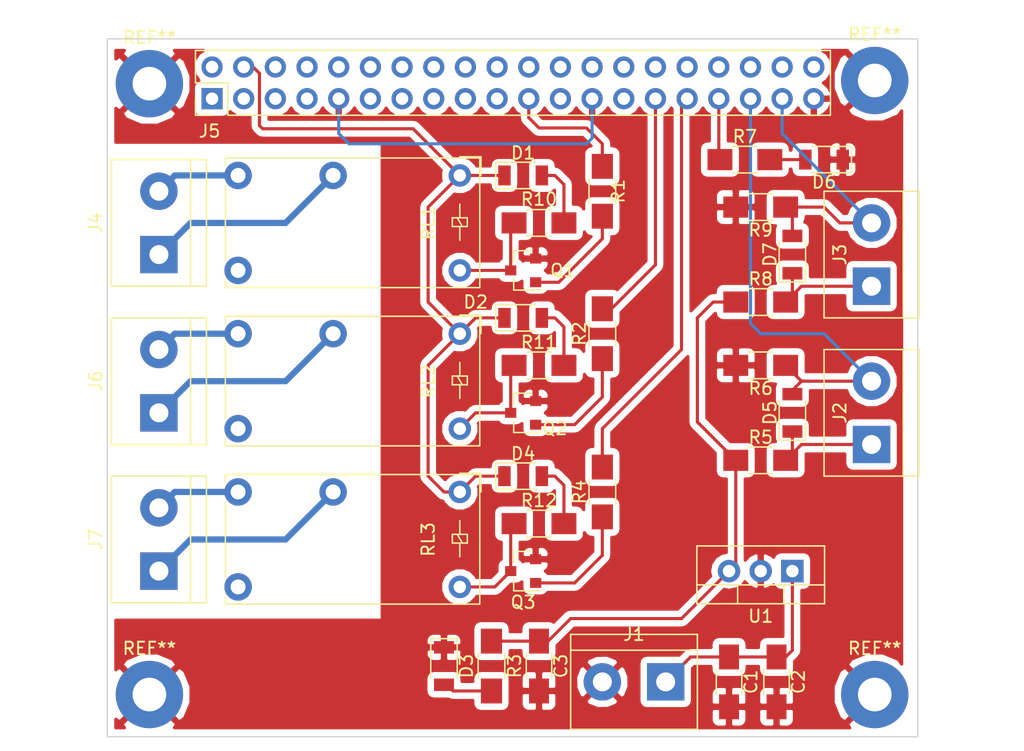
<source format=kicad_pcb>
(kicad_pcb (version 4) (host pcbnew 4.0.7)

  (general
    (links 65)
    (no_connects 0)
    (area 88.150001 41.1 176.135715 111.700001)
    (thickness 1.6)
    (drawings 15)
    (tracks 129)
    (zones 0)
    (modules 40)
    (nets 30)
  )

  (page A4)
  (layers
    (0 F.Cu signal)
    (31 B.Cu signal)
    (32 B.Adhes user)
    (33 F.Adhes user)
    (34 B.Paste user)
    (35 F.Paste user)
    (36 B.SilkS user)
    (37 F.SilkS user)
    (38 B.Mask user)
    (39 F.Mask user)
    (40 Dwgs.User user)
    (41 Cmts.User user)
    (42 Eco1.User user hide)
    (43 Eco2.User user hide)
    (44 Edge.Cuts user)
    (45 Margin user)
    (46 B.CrtYd user)
    (47 F.CrtYd user)
    (48 B.Fab user)
    (49 F.Fab user)
  )

  (setup
    (last_trace_width 0.25)
    (trace_clearance 0.2)
    (zone_clearance 0.508)
    (zone_45_only yes)
    (trace_min 0.2)
    (segment_width 0.2)
    (edge_width 0.1)
    (via_size 0.6)
    (via_drill 0.4)
    (via_min_size 0.2)
    (via_min_drill 0.3)
    (uvia_size 0.3)
    (uvia_drill 0.1)
    (uvias_allowed no)
    (uvia_min_size 0.2)
    (uvia_min_drill 0.1)
    (pcb_text_width 0.3)
    (pcb_text_size 1.5 1.5)
    (mod_edge_width 0.15)
    (mod_text_size 1 1)
    (mod_text_width 0.15)
    (pad_size 5.4 5.4)
    (pad_drill 2.7)
    (pad_to_mask_clearance 0)
    (aux_axis_origin 0 0)
    (visible_elements 7FFEFFFF)
    (pcbplotparams
      (layerselection 0x010f0_80000001)
      (usegerberextensions true)
      (excludeedgelayer true)
      (linewidth 0.100000)
      (plotframeref false)
      (viasonmask false)
      (mode 1)
      (useauxorigin false)
      (hpglpennumber 1)
      (hpglpenspeed 20)
      (hpglpendiameter 15)
      (hpglpenoverlay 2)
      (psnegative false)
      (psa4output false)
      (plotreference true)
      (plotvalue true)
      (plotinvisibletext false)
      (padsonsilk false)
      (subtractmaskfromsilk false)
      (outputformat 1)
      (mirror false)
      (drillshape 0)
      (scaleselection 1)
      (outputdirectory gerber/))
  )

  (net 0 "")
  (net 1 "Net-(C1-Pad1)")
  (net 2 GND)
  (net 3 +8V)
  (net 4 +5V)
  (net 5 "Net-(D1-Pad2)")
  (net 6 "Net-(D2-Pad2)")
  (net 7 "Net-(D3-Pad2)")
  (net 8 "Net-(D4-Pad2)")
  (net 9 /position_left)
  (net 10 "Net-(D7-Pad1)")
  (net 11 /position_right)
  (net 12 /engine_11)
  (net 13 /engine_14)
  (net 14 /led)
  (net 15 /relay_phase1)
  (net 16 /engine)
  (net 17 /relay_phase2)
  (net 18 /relay_phase1_11)
  (net 19 /relay_phase1_14)
  (net 20 /relay_phase2_11)
  (net 21 /relay_phase2_14)
  (net 22 "Net-(Q1-Pad1)")
  (net 23 "Net-(Q2-Pad1)")
  (net 24 "Net-(Q3-Pad1)")
  (net 25 "Net-(D5-Pad1)")
  (net 26 "Net-(D6-Pad2)")
  (net 27 "Net-(Q1-Pad3)")
  (net 28 "Net-(Q2-Pad3)")
  (net 29 "Net-(Q3-Pad3)")

  (net_class Default "Dies ist die voreingestellte Netzklasse."
    (clearance 0.2)
    (trace_width 0.25)
    (via_dia 0.6)
    (via_drill 0.4)
    (uvia_dia 0.3)
    (uvia_drill 0.1)
    (add_net +5V)
    (add_net +8V)
    (add_net /engine)
    (add_net /led)
    (add_net /position_left)
    (add_net /position_right)
    (add_net /relay_phase1)
    (add_net /relay_phase2)
    (add_net GND)
    (add_net "Net-(C1-Pad1)")
    (add_net "Net-(D1-Pad2)")
    (add_net "Net-(D2-Pad2)")
    (add_net "Net-(D3-Pad2)")
    (add_net "Net-(D4-Pad2)")
    (add_net "Net-(D5-Pad1)")
    (add_net "Net-(D6-Pad2)")
    (add_net "Net-(D7-Pad1)")
    (add_net "Net-(Q1-Pad1)")
    (add_net "Net-(Q1-Pad3)")
    (add_net "Net-(Q2-Pad1)")
    (add_net "Net-(Q2-Pad3)")
    (add_net "Net-(Q3-Pad1)")
    (add_net "Net-(Q3-Pad3)")
  )

  (net_class 24VAC ""
    (clearance 0.2)
    (trace_width 0.5)
    (via_dia 0.6)
    (via_drill 0.4)
    (uvia_dia 0.3)
    (uvia_drill 0.1)
    (add_net /engine_11)
    (add_net /engine_14)
    (add_net /relay_phase1_11)
    (add_net /relay_phase1_14)
    (add_net /relay_phase2_11)
    (add_net /relay_phase2_14)
  )

  (module Pin_Headers:Pin_Header_Straight_2x20_Pitch2.54mm (layer F.Cu) (tedit 59E8E0C8) (tstamp 5958C435)
    (at 108.4 54.8 90)
    (descr "Through hole straight pin header, 2x20, 2.54mm pitch, double rows")
    (tags "Through hole pin header THT 2x20 2.54mm double row")
    (path /59529A00)
    (fp_text reference J5 (at -2.604 -0.196 360) (layer F.SilkS)
      (effects (font (size 1 1) (thickness 0.15)))
    )
    (fp_text value Raspberry_Pi_2_3 (at 1.27 50.59 90) (layer F.Fab)
      (effects (font (size 1 1) (thickness 0.15)))
    )
    (fp_line (start -1.27 -1.27) (end -1.27 49.53) (layer F.Fab) (width 0.1))
    (fp_line (start -1.27 49.53) (end 3.81 49.53) (layer F.Fab) (width 0.1))
    (fp_line (start 3.81 49.53) (end 3.81 -1.27) (layer F.Fab) (width 0.1))
    (fp_line (start 3.81 -1.27) (end -1.27 -1.27) (layer F.Fab) (width 0.1))
    (fp_line (start -1.33 1.27) (end -1.33 49.59) (layer F.SilkS) (width 0.12))
    (fp_line (start -1.33 49.59) (end 3.87 49.59) (layer F.SilkS) (width 0.12))
    (fp_line (start 3.87 49.59) (end 3.87 -1.33) (layer F.SilkS) (width 0.12))
    (fp_line (start 3.87 -1.33) (end 1.27 -1.33) (layer F.SilkS) (width 0.12))
    (fp_line (start 1.27 -1.33) (end 1.27 1.27) (layer F.SilkS) (width 0.12))
    (fp_line (start 1.27 1.27) (end -1.33 1.27) (layer F.SilkS) (width 0.12))
    (fp_line (start -1.33 0) (end -1.33 -1.33) (layer F.SilkS) (width 0.12))
    (fp_line (start -1.33 -1.33) (end 0 -1.33) (layer F.SilkS) (width 0.12))
    (fp_line (start -1.8 -1.8) (end -1.8 50.05) (layer F.CrtYd) (width 0.05))
    (fp_line (start -1.8 50.05) (end 4.35 50.05) (layer F.CrtYd) (width 0.05))
    (fp_line (start 4.35 50.05) (end 4.35 -1.8) (layer F.CrtYd) (width 0.05))
    (fp_line (start 4.35 -1.8) (end -1.8 -1.8) (layer F.CrtYd) (width 0.05))
    (fp_text user %R (at -2.604 -0.196 360) (layer F.Fab)
      (effects (font (size 1 1) (thickness 0.15)))
    )
    (pad 1 thru_hole rect (at 0 0 90) (size 1.7 1.7) (drill 1) (layers *.Cu *.Mask))
    (pad 2 thru_hole oval (at 2.54 0 90) (size 1.7 1.7) (drill 1) (layers *.Cu *.Mask))
    (pad 3 thru_hole oval (at 0 2.54 90) (size 1.7 1.7) (drill 1) (layers *.Cu *.Mask))
    (pad 4 thru_hole oval (at 2.54 2.54 90) (size 1.7 1.7) (drill 1) (layers *.Cu *.Mask)
      (net 4 +5V))
    (pad 5 thru_hole oval (at 0 5.08 90) (size 1.7 1.7) (drill 1) (layers *.Cu *.Mask))
    (pad 6 thru_hole oval (at 2.54 5.08 90) (size 1.7 1.7) (drill 1) (layers *.Cu *.Mask))
    (pad 7 thru_hole oval (at 0 7.62 90) (size 1.7 1.7) (drill 1) (layers *.Cu *.Mask))
    (pad 8 thru_hole oval (at 2.54 7.62 90) (size 1.7 1.7) (drill 1) (layers *.Cu *.Mask))
    (pad 9 thru_hole oval (at 0 10.16 90) (size 1.7 1.7) (drill 1) (layers *.Cu *.Mask)
      (net 2 GND))
    (pad 10 thru_hole oval (at 2.54 10.16 90) (size 1.7 1.7) (drill 1) (layers *.Cu *.Mask))
    (pad 11 thru_hole oval (at 0 12.7 90) (size 1.7 1.7) (drill 1) (layers *.Cu *.Mask))
    (pad 12 thru_hole oval (at 2.54 12.7 90) (size 1.7 1.7) (drill 1) (layers *.Cu *.Mask))
    (pad 13 thru_hole oval (at 0 15.24 90) (size 1.7 1.7) (drill 1) (layers *.Cu *.Mask))
    (pad 14 thru_hole oval (at 2.54 15.24 90) (size 1.7 1.7) (drill 1) (layers *.Cu *.Mask))
    (pad 15 thru_hole oval (at 0 17.78 90) (size 1.7 1.7) (drill 1) (layers *.Cu *.Mask))
    (pad 16 thru_hole oval (at 2.54 17.78 90) (size 1.7 1.7) (drill 1) (layers *.Cu *.Mask))
    (pad 17 thru_hole oval (at 0 20.32 90) (size 1.7 1.7) (drill 1) (layers *.Cu *.Mask))
    (pad 18 thru_hole oval (at 2.54 20.32 90) (size 1.7 1.7) (drill 1) (layers *.Cu *.Mask))
    (pad 19 thru_hole oval (at 0 22.86 90) (size 1.7 1.7) (drill 1) (layers *.Cu *.Mask))
    (pad 20 thru_hole oval (at 2.54 22.86 90) (size 1.7 1.7) (drill 1) (layers *.Cu *.Mask))
    (pad 21 thru_hole oval (at 0 25.4 90) (size 1.7 1.7) (drill 1) (layers *.Cu *.Mask)
      (net 16 /engine))
    (pad 22 thru_hole oval (at 2.54 25.4 90) (size 1.7 1.7) (drill 1) (layers *.Cu *.Mask))
    (pad 23 thru_hole oval (at 0 27.94 90) (size 1.7 1.7) (drill 1) (layers *.Cu *.Mask))
    (pad 24 thru_hole oval (at 2.54 27.94 90) (size 1.7 1.7) (drill 1) (layers *.Cu *.Mask))
    (pad 25 thru_hole oval (at 0 30.48 90) (size 1.7 1.7) (drill 1) (layers *.Cu *.Mask)
      (net 2 GND))
    (pad 26 thru_hole oval (at 2.54 30.48 90) (size 1.7 1.7) (drill 1) (layers *.Cu *.Mask))
    (pad 27 thru_hole oval (at 0 33.02 90) (size 1.7 1.7) (drill 1) (layers *.Cu *.Mask))
    (pad 28 thru_hole oval (at 2.54 33.02 90) (size 1.7 1.7) (drill 1) (layers *.Cu *.Mask))
    (pad 29 thru_hole oval (at 0 35.56 90) (size 1.7 1.7) (drill 1) (layers *.Cu *.Mask)
      (net 15 /relay_phase1))
    (pad 30 thru_hole oval (at 2.54 35.56 90) (size 1.7 1.7) (drill 1) (layers *.Cu *.Mask))
    (pad 31 thru_hole oval (at 0 38.1 90) (size 1.7 1.7) (drill 1) (layers *.Cu *.Mask)
      (net 17 /relay_phase2))
    (pad 32 thru_hole oval (at 2.54 38.1 90) (size 1.7 1.7) (drill 1) (layers *.Cu *.Mask))
    (pad 33 thru_hole oval (at 0 40.64 90) (size 1.7 1.7) (drill 1) (layers *.Cu *.Mask)
      (net 14 /led))
    (pad 34 thru_hole oval (at 2.54 40.64 90) (size 1.7 1.7) (drill 1) (layers *.Cu *.Mask))
    (pad 35 thru_hole oval (at 0 43.18 90) (size 1.7 1.7) (drill 1) (layers *.Cu *.Mask)
      (net 9 /position_left))
    (pad 36 thru_hole oval (at 2.54 43.18 90) (size 1.7 1.7) (drill 1) (layers *.Cu *.Mask))
    (pad 37 thru_hole oval (at 0 45.72 90) (size 1.7 1.7) (drill 1) (layers *.Cu *.Mask)
      (net 11 /position_right))
    (pad 38 thru_hole oval (at 2.54 45.72 90) (size 1.7 1.7) (drill 1) (layers *.Cu *.Mask))
    (pad 39 thru_hole oval (at 0 48.26 90) (size 1.7 1.7) (drill 1) (layers *.Cu *.Mask)
      (net 2 GND))
    (pad 40 thru_hole oval (at 2.54 48.26 90) (size 1.7 1.7) (drill 1) (layers *.Cu *.Mask))
    (model ${KISYS3DMOD}/Pin_Headers.3dshapes/Pin_Header_Straight_2x20_Pitch2.54mm.wrl
      (at (xyz 0.05 -0.95 0))
      (scale (xyz 1 1 1))
      (rotate (xyz 0 0 90))
    )
  )

  (module Relays_THT:Relay_SPDT_Finder_32.21-x000 (layer F.Cu) (tedit 5958C456) (tstamp 5958C579)
    (at 128.27 73.66 270)
    (descr "Finder 32.21-x000 Relay, SPDT, https://gfinder.findernet.com/assets/Series/355/S32EN.pdf")
    (tags "AXICOM IM-Series Relay SPDT")
    (path /5954FBE6)
    (fp_text reference RL2 (at 3.81 2.54 270) (layer F.SilkS)
      (effects (font (size 1 1) (thickness 0.15)))
    )
    (fp_text value FINDER-32.21-x300 (at 3.6 20.2 270) (layer F.Fab)
      (effects (font (size 1 1) (thickness 0.15)))
    )
    (fp_text user %R (at 4.1 10.2 270) (layer F.Fab)
      (effects (font (size 1 1) (thickness 0.15)))
    )
    (fp_line (start -1.5 0) (end -1.5 -1.7) (layer F.SilkS) (width 0.12))
    (fp_line (start -1.5 -1.7) (end 0 -1.7) (layer F.SilkS) (width 0.12))
    (fp_line (start -0.8 18.8) (end -1.4 18.8) (layer F.SilkS) (width 0.12))
    (fp_line (start -1.4 18.8) (end -1.4 -1.6) (layer F.SilkS) (width 0.12))
    (fp_line (start 6.8 18.8) (end 0.8 18.8) (layer F.SilkS) (width 0.12))
    (fp_line (start -1.4 -1.6) (end 9 -1.6) (layer F.SilkS) (width 0.12))
    (fp_line (start 9 -1.6) (end 9 18.8) (layer F.SilkS) (width 0.12))
    (fp_line (start 9 18.8) (end 8.4 18.8) (layer F.SilkS) (width 0.12))
    (fp_line (start -1.2 -1.4) (end 8.8 -1.4) (layer F.Fab) (width 0.12))
    (fp_line (start 8.8 -1.4) (end 8.8 18.6) (layer F.Fab) (width 0.12))
    (fp_line (start 8.8 18.6) (end -1.2 18.6) (layer F.Fab) (width 0.12))
    (fp_line (start -1.2 18.6) (end -1.2 -1.4) (layer F.Fab) (width 0.12))
    (fp_line (start 3.4 0) (end 2.3 0) (layer F.SilkS) (width 0.12))
    (fp_line (start 4.1 0) (end 5.2 0) (layer F.SilkS) (width 0.12))
    (fp_line (start 3.4 0.2) (end 4.1 -0.2) (layer F.SilkS) (width 0.12))
    (fp_line (start 3.4 -0.6) (end 3.4 0.6) (layer F.SilkS) (width 0.12))
    (fp_line (start 3.4 0.6) (end 4.1 0.6) (layer F.SilkS) (width 0.12))
    (fp_line (start 4.1 0.6) (end 4.1 -0.6) (layer F.SilkS) (width 0.12))
    (fp_line (start 4.1 -0.6) (end 3.4 -0.6) (layer F.SilkS) (width 0.12))
    (fp_line (start 2.3 0) (end 5.2 0) (layer F.Fab) (width 0.12))
    (fp_line (start -1.45 -1.65) (end 9.05 -1.65) (layer F.CrtYd) (width 0.05))
    (fp_line (start -1.45 -1.65) (end -1.45 19.13) (layer F.CrtYd) (width 0.05))
    (fp_line (start 9.05 19.13) (end 9.05 -1.65) (layer F.CrtYd) (width 0.05))
    (fp_line (start 9.05 19.13) (end -1.45 19.13) (layer F.CrtYd) (width 0.05))
    (pad A1 thru_hole circle (at 0 0 270) (size 1.8 1.8) (drill 1) (layers *.Cu *.Mask)
      (net 4 +5V))
    (pad A2 thru_hole circle (at 7.62 0 270) (size 1.8 1.8) (drill 1) (layers *.Cu *.Mask)
      (net 28 "Net-(Q2-Pad3)"))
    (pad 11 thru_hole circle (at 0 10.16 270) (size 2.2 2.2) (drill 1.2) (layers *.Cu *.Mask)
      (net 18 /relay_phase1_11))
    (pad 14 thru_hole circle (at 0 17.78 270) (size 2.2 2.2) (drill 1.2) (layers *.Cu *.Mask)
      (net 19 /relay_phase1_14))
    (pad 12 thru_hole circle (at 7.62 17.78 270) (size 2.2 2.2) (drill 1.2) (layers *.Cu *.Mask))
    (model ${KISYS3DMOD}/Relays_THT.3dshapes/Relay_SPDT_Finder_32.21-x000.wrl
      (at (xyz 0 0 0))
      (scale (xyz 1 1 1))
      (rotate (xyz 0 0 0))
    )
  )

  (module Capacitors_SMD:C_1206_HandSoldering (layer F.Cu) (tedit 58AA84D1) (tstamp 5958C2DE)
    (at 149.86 101.6 270)
    (descr "Capacitor SMD 1206, hand soldering")
    (tags "capacitor 1206")
    (path /59529F2F)
    (attr smd)
    (fp_text reference C1 (at 0 -1.75 270) (layer F.SilkS)
      (effects (font (size 1 1) (thickness 0.15)))
    )
    (fp_text value 470uF (at 0 2 270) (layer F.Fab)
      (effects (font (size 1 1) (thickness 0.15)))
    )
    (fp_text user %R (at 0 -1.75 270) (layer F.Fab)
      (effects (font (size 1 1) (thickness 0.15)))
    )
    (fp_line (start -1.6 0.8) (end -1.6 -0.8) (layer F.Fab) (width 0.1))
    (fp_line (start 1.6 0.8) (end -1.6 0.8) (layer F.Fab) (width 0.1))
    (fp_line (start 1.6 -0.8) (end 1.6 0.8) (layer F.Fab) (width 0.1))
    (fp_line (start -1.6 -0.8) (end 1.6 -0.8) (layer F.Fab) (width 0.1))
    (fp_line (start 1 -1.02) (end -1 -1.02) (layer F.SilkS) (width 0.12))
    (fp_line (start -1 1.02) (end 1 1.02) (layer F.SilkS) (width 0.12))
    (fp_line (start -3.25 -1.05) (end 3.25 -1.05) (layer F.CrtYd) (width 0.05))
    (fp_line (start -3.25 -1.05) (end -3.25 1.05) (layer F.CrtYd) (width 0.05))
    (fp_line (start 3.25 1.05) (end 3.25 -1.05) (layer F.CrtYd) (width 0.05))
    (fp_line (start 3.25 1.05) (end -3.25 1.05) (layer F.CrtYd) (width 0.05))
    (pad 1 smd rect (at -2 0 270) (size 2 1.6) (layers F.Cu F.Paste F.Mask)
      (net 1 "Net-(C1-Pad1)"))
    (pad 2 smd rect (at 2 0 270) (size 2 1.6) (layers F.Cu F.Paste F.Mask)
      (net 2 GND))
    (model Capacitors_SMD.3dshapes/C_1206.wrl
      (at (xyz 0 0 0))
      (scale (xyz 1 1 1))
      (rotate (xyz 0 0 0))
    )
  )

  (module Capacitors_SMD:C_1206_HandSoldering (layer F.Cu) (tedit 58AA84D1) (tstamp 5958C2EF)
    (at 153.67 101.6 270)
    (descr "Capacitor SMD 1206, hand soldering")
    (tags "capacitor 1206")
    (path /59529FE8)
    (attr smd)
    (fp_text reference C2 (at 0 -1.75 270) (layer F.SilkS)
      (effects (font (size 1 1) (thickness 0.15)))
    )
    (fp_text value 0.330uF (at 0 2 270) (layer F.Fab)
      (effects (font (size 1 1) (thickness 0.15)))
    )
    (fp_text user %R (at 0 -1.75 270) (layer F.Fab)
      (effects (font (size 1 1) (thickness 0.15)))
    )
    (fp_line (start -1.6 0.8) (end -1.6 -0.8) (layer F.Fab) (width 0.1))
    (fp_line (start 1.6 0.8) (end -1.6 0.8) (layer F.Fab) (width 0.1))
    (fp_line (start 1.6 -0.8) (end 1.6 0.8) (layer F.Fab) (width 0.1))
    (fp_line (start -1.6 -0.8) (end 1.6 -0.8) (layer F.Fab) (width 0.1))
    (fp_line (start 1 -1.02) (end -1 -1.02) (layer F.SilkS) (width 0.12))
    (fp_line (start -1 1.02) (end 1 1.02) (layer F.SilkS) (width 0.12))
    (fp_line (start -3.25 -1.05) (end 3.25 -1.05) (layer F.CrtYd) (width 0.05))
    (fp_line (start -3.25 -1.05) (end -3.25 1.05) (layer F.CrtYd) (width 0.05))
    (fp_line (start 3.25 1.05) (end 3.25 -1.05) (layer F.CrtYd) (width 0.05))
    (fp_line (start 3.25 1.05) (end -3.25 1.05) (layer F.CrtYd) (width 0.05))
    (pad 1 smd rect (at -2 0 270) (size 2 1.6) (layers F.Cu F.Paste F.Mask)
      (net 1 "Net-(C1-Pad1)"))
    (pad 2 smd rect (at 2 0 270) (size 2 1.6) (layers F.Cu F.Paste F.Mask)
      (net 2 GND))
    (model Capacitors_SMD.3dshapes/C_1206.wrl
      (at (xyz 0 0 0))
      (scale (xyz 1 1 1))
      (rotate (xyz 0 0 0))
    )
  )

  (module Capacitors_SMD:C_1206_HandSoldering (layer F.Cu) (tedit 58AA84D1) (tstamp 5958C300)
    (at 134.62 100.33 270)
    (descr "Capacitor SMD 1206, hand soldering")
    (tags "capacitor 1206")
    (path /5952A0CE)
    (attr smd)
    (fp_text reference C3 (at 0 -1.75 270) (layer F.SilkS)
      (effects (font (size 1 1) (thickness 0.15)))
    )
    (fp_text value 0.1uF (at 0 2 270) (layer F.Fab)
      (effects (font (size 1 1) (thickness 0.15)))
    )
    (fp_text user %R (at 0 -1.75 270) (layer F.Fab)
      (effects (font (size 1 1) (thickness 0.15)))
    )
    (fp_line (start -1.6 0.8) (end -1.6 -0.8) (layer F.Fab) (width 0.1))
    (fp_line (start 1.6 0.8) (end -1.6 0.8) (layer F.Fab) (width 0.1))
    (fp_line (start 1.6 -0.8) (end 1.6 0.8) (layer F.Fab) (width 0.1))
    (fp_line (start -1.6 -0.8) (end 1.6 -0.8) (layer F.Fab) (width 0.1))
    (fp_line (start 1 -1.02) (end -1 -1.02) (layer F.SilkS) (width 0.12))
    (fp_line (start -1 1.02) (end 1 1.02) (layer F.SilkS) (width 0.12))
    (fp_line (start -3.25 -1.05) (end 3.25 -1.05) (layer F.CrtYd) (width 0.05))
    (fp_line (start -3.25 -1.05) (end -3.25 1.05) (layer F.CrtYd) (width 0.05))
    (fp_line (start 3.25 1.05) (end 3.25 -1.05) (layer F.CrtYd) (width 0.05))
    (fp_line (start 3.25 1.05) (end -3.25 1.05) (layer F.CrtYd) (width 0.05))
    (pad 1 smd rect (at -2 0 270) (size 2 1.6) (layers F.Cu F.Paste F.Mask)
      (net 3 +8V))
    (pad 2 smd rect (at 2 0 270) (size 2 1.6) (layers F.Cu F.Paste F.Mask)
      (net 2 GND))
    (model Capacitors_SMD.3dshapes/C_1206.wrl
      (at (xyz 0 0 0))
      (scale (xyz 1 1 1))
      (rotate (xyz 0 0 0))
    )
  )

  (module Diodes_SMD:D_1206 (layer F.Cu) (tedit 590CEAF5) (tstamp 5958C318)
    (at 133.35 60.96)
    (descr "Diode SMD 1206, reflow soldering http://datasheets.avx.com/schottky.pdf")
    (tags "Diode 1206")
    (path /5952C018)
    (attr smd)
    (fp_text reference D1 (at 0 -1.8) (layer F.SilkS)
      (effects (font (size 1 1) (thickness 0.15)))
    )
    (fp_text value CD1206-S01575 (at 0 1.9) (layer F.Fab)
      (effects (font (size 1 1) (thickness 0.15)))
    )
    (fp_text user %R (at 0 -1.8) (layer F.Fab)
      (effects (font (size 1 1) (thickness 0.15)))
    )
    (fp_line (start -0.254 -0.254) (end -0.254 0.254) (layer F.Fab) (width 0.1))
    (fp_line (start 0.127 0) (end 0.381 0) (layer F.Fab) (width 0.1))
    (fp_line (start -0.254 0) (end -0.508 0) (layer F.Fab) (width 0.1))
    (fp_line (start 0.127 0.254) (end -0.254 0) (layer F.Fab) (width 0.1))
    (fp_line (start 0.127 -0.254) (end 0.127 0.254) (layer F.Fab) (width 0.1))
    (fp_line (start -0.254 0) (end 0.127 -0.254) (layer F.Fab) (width 0.1))
    (fp_line (start -2.2 -1.06) (end -2.2 1.06) (layer F.SilkS) (width 0.12))
    (fp_line (start -1.7 0.95) (end -1.7 -0.95) (layer F.Fab) (width 0.1))
    (fp_line (start 1.7 0.95) (end -1.7 0.95) (layer F.Fab) (width 0.1))
    (fp_line (start 1.7 -0.95) (end 1.7 0.95) (layer F.Fab) (width 0.1))
    (fp_line (start -1.7 -0.95) (end 1.7 -0.95) (layer F.Fab) (width 0.1))
    (fp_line (start -2.3 -1.16) (end 2.3 -1.16) (layer F.CrtYd) (width 0.05))
    (fp_line (start -2.3 1.16) (end 2.3 1.16) (layer F.CrtYd) (width 0.05))
    (fp_line (start -2.3 -1.16) (end -2.3 1.16) (layer F.CrtYd) (width 0.05))
    (fp_line (start 2.3 -1.16) (end 2.3 1.16) (layer F.CrtYd) (width 0.05))
    (fp_line (start 1 -1.06) (end -2.2 -1.06) (layer F.SilkS) (width 0.12))
    (fp_line (start -2.2 1.06) (end 1 1.06) (layer F.SilkS) (width 0.12))
    (pad 1 smd rect (at -1.5 0) (size 1 1.6) (layers F.Cu F.Paste F.Mask)
      (net 4 +5V))
    (pad 2 smd rect (at 1.5 0) (size 1 1.6) (layers F.Cu F.Paste F.Mask)
      (net 5 "Net-(D1-Pad2)"))
    (model ${KISYS3DMOD}/Diodes_SMD.3dshapes/D_1206.wrl
      (at (xyz 0 0 0))
      (scale (xyz 1 1 1))
      (rotate (xyz 0 0 0))
    )
  )

  (module Diodes_SMD:D_1206 (layer F.Cu) (tedit 59E8C7CE) (tstamp 5958C330)
    (at 133.35 72.39)
    (descr "Diode SMD 1206, reflow soldering http://datasheets.avx.com/schottky.pdf")
    (tags "Diode 1206")
    (path /5954FBDA)
    (attr smd)
    (fp_text reference D2 (at -3.81 -1.27) (layer F.SilkS)
      (effects (font (size 1 1) (thickness 0.15)))
    )
    (fp_text value CD1206-S01575 (at 0 1.9) (layer F.Fab)
      (effects (font (size 1 1) (thickness 0.15)))
    )
    (fp_text user %R (at -3.81 -1.27) (layer F.Fab)
      (effects (font (size 1 1) (thickness 0.15)))
    )
    (fp_line (start -0.254 -0.254) (end -0.254 0.254) (layer F.Fab) (width 0.1))
    (fp_line (start 0.127 0) (end 0.381 0) (layer F.Fab) (width 0.1))
    (fp_line (start -0.254 0) (end -0.508 0) (layer F.Fab) (width 0.1))
    (fp_line (start 0.127 0.254) (end -0.254 0) (layer F.Fab) (width 0.1))
    (fp_line (start 0.127 -0.254) (end 0.127 0.254) (layer F.Fab) (width 0.1))
    (fp_line (start -0.254 0) (end 0.127 -0.254) (layer F.Fab) (width 0.1))
    (fp_line (start -2.2 -1.06) (end -2.2 1.06) (layer F.SilkS) (width 0.12))
    (fp_line (start -1.7 0.95) (end -1.7 -0.95) (layer F.Fab) (width 0.1))
    (fp_line (start 1.7 0.95) (end -1.7 0.95) (layer F.Fab) (width 0.1))
    (fp_line (start 1.7 -0.95) (end 1.7 0.95) (layer F.Fab) (width 0.1))
    (fp_line (start -1.7 -0.95) (end 1.7 -0.95) (layer F.Fab) (width 0.1))
    (fp_line (start -2.3 -1.16) (end 2.3 -1.16) (layer F.CrtYd) (width 0.05))
    (fp_line (start -2.3 1.16) (end 2.3 1.16) (layer F.CrtYd) (width 0.05))
    (fp_line (start -2.3 -1.16) (end -2.3 1.16) (layer F.CrtYd) (width 0.05))
    (fp_line (start 2.3 -1.16) (end 2.3 1.16) (layer F.CrtYd) (width 0.05))
    (fp_line (start 1 -1.06) (end -2.2 -1.06) (layer F.SilkS) (width 0.12))
    (fp_line (start -2.2 1.06) (end 1 1.06) (layer F.SilkS) (width 0.12))
    (pad 1 smd rect (at -1.5 0) (size 1 1.6) (layers F.Cu F.Paste F.Mask)
      (net 4 +5V))
    (pad 2 smd rect (at 1.5 0) (size 1 1.6) (layers F.Cu F.Paste F.Mask)
      (net 6 "Net-(D2-Pad2)"))
    (model ${KISYS3DMOD}/Diodes_SMD.3dshapes/D_1206.wrl
      (at (xyz 0 0 0))
      (scale (xyz 1 1 1))
      (rotate (xyz 0 0 0))
    )
  )

  (module Diodes_SMD:D_1206 (layer F.Cu) (tedit 590CEAF5) (tstamp 5958C348)
    (at 127 100.33 270)
    (descr "Diode SMD 1206, reflow soldering http://datasheets.avx.com/schottky.pdf")
    (tags "Diode 1206")
    (path /5952A232)
    (attr smd)
    (fp_text reference D3 (at 0 -1.8 270) (layer F.SilkS)
      (effects (font (size 1 1) (thickness 0.15)))
    )
    (fp_text value LED (at 0 1.9 270) (layer F.Fab)
      (effects (font (size 1 1) (thickness 0.15)))
    )
    (fp_text user %R (at 0 -1.8 270) (layer F.Fab)
      (effects (font (size 1 1) (thickness 0.15)))
    )
    (fp_line (start -0.254 -0.254) (end -0.254 0.254) (layer F.Fab) (width 0.1))
    (fp_line (start 0.127 0) (end 0.381 0) (layer F.Fab) (width 0.1))
    (fp_line (start -0.254 0) (end -0.508 0) (layer F.Fab) (width 0.1))
    (fp_line (start 0.127 0.254) (end -0.254 0) (layer F.Fab) (width 0.1))
    (fp_line (start 0.127 -0.254) (end 0.127 0.254) (layer F.Fab) (width 0.1))
    (fp_line (start -0.254 0) (end 0.127 -0.254) (layer F.Fab) (width 0.1))
    (fp_line (start -2.2 -1.06) (end -2.2 1.06) (layer F.SilkS) (width 0.12))
    (fp_line (start -1.7 0.95) (end -1.7 -0.95) (layer F.Fab) (width 0.1))
    (fp_line (start 1.7 0.95) (end -1.7 0.95) (layer F.Fab) (width 0.1))
    (fp_line (start 1.7 -0.95) (end 1.7 0.95) (layer F.Fab) (width 0.1))
    (fp_line (start -1.7 -0.95) (end 1.7 -0.95) (layer F.Fab) (width 0.1))
    (fp_line (start -2.3 -1.16) (end 2.3 -1.16) (layer F.CrtYd) (width 0.05))
    (fp_line (start -2.3 1.16) (end 2.3 1.16) (layer F.CrtYd) (width 0.05))
    (fp_line (start -2.3 -1.16) (end -2.3 1.16) (layer F.CrtYd) (width 0.05))
    (fp_line (start 2.3 -1.16) (end 2.3 1.16) (layer F.CrtYd) (width 0.05))
    (fp_line (start 1 -1.06) (end -2.2 -1.06) (layer F.SilkS) (width 0.12))
    (fp_line (start -2.2 1.06) (end 1 1.06) (layer F.SilkS) (width 0.12))
    (pad 1 smd rect (at -1.5 0 270) (size 1 1.6) (layers F.Cu F.Paste F.Mask)
      (net 2 GND))
    (pad 2 smd rect (at 1.5 0 270) (size 1 1.6) (layers F.Cu F.Paste F.Mask)
      (net 7 "Net-(D3-Pad2)"))
    (model ${KISYS3DMOD}/Diodes_SMD.3dshapes/D_1206.wrl
      (at (xyz 0 0 0))
      (scale (xyz 1 1 1))
      (rotate (xyz 0 0 0))
    )
  )

  (module Diodes_SMD:D_1206 (layer F.Cu) (tedit 590CEAF5) (tstamp 5958C360)
    (at 133.35 85.09)
    (descr "Diode SMD 1206, reflow soldering http://datasheets.avx.com/schottky.pdf")
    (tags "Diode 1206")
    (path /595507F1)
    (attr smd)
    (fp_text reference D4 (at 0 -1.8) (layer F.SilkS)
      (effects (font (size 1 1) (thickness 0.15)))
    )
    (fp_text value CD1206-S01575 (at 0 1.9) (layer F.Fab)
      (effects (font (size 1 1) (thickness 0.15)))
    )
    (fp_text user %R (at 0 -1.8) (layer F.Fab)
      (effects (font (size 1 1) (thickness 0.15)))
    )
    (fp_line (start -0.254 -0.254) (end -0.254 0.254) (layer F.Fab) (width 0.1))
    (fp_line (start 0.127 0) (end 0.381 0) (layer F.Fab) (width 0.1))
    (fp_line (start -0.254 0) (end -0.508 0) (layer F.Fab) (width 0.1))
    (fp_line (start 0.127 0.254) (end -0.254 0) (layer F.Fab) (width 0.1))
    (fp_line (start 0.127 -0.254) (end 0.127 0.254) (layer F.Fab) (width 0.1))
    (fp_line (start -0.254 0) (end 0.127 -0.254) (layer F.Fab) (width 0.1))
    (fp_line (start -2.2 -1.06) (end -2.2 1.06) (layer F.SilkS) (width 0.12))
    (fp_line (start -1.7 0.95) (end -1.7 -0.95) (layer F.Fab) (width 0.1))
    (fp_line (start 1.7 0.95) (end -1.7 0.95) (layer F.Fab) (width 0.1))
    (fp_line (start 1.7 -0.95) (end 1.7 0.95) (layer F.Fab) (width 0.1))
    (fp_line (start -1.7 -0.95) (end 1.7 -0.95) (layer F.Fab) (width 0.1))
    (fp_line (start -2.3 -1.16) (end 2.3 -1.16) (layer F.CrtYd) (width 0.05))
    (fp_line (start -2.3 1.16) (end 2.3 1.16) (layer F.CrtYd) (width 0.05))
    (fp_line (start -2.3 -1.16) (end -2.3 1.16) (layer F.CrtYd) (width 0.05))
    (fp_line (start 2.3 -1.16) (end 2.3 1.16) (layer F.CrtYd) (width 0.05))
    (fp_line (start 1 -1.06) (end -2.2 -1.06) (layer F.SilkS) (width 0.12))
    (fp_line (start -2.2 1.06) (end 1 1.06) (layer F.SilkS) (width 0.12))
    (pad 1 smd rect (at -1.5 0) (size 1 1.6) (layers F.Cu F.Paste F.Mask)
      (net 4 +5V))
    (pad 2 smd rect (at 1.5 0) (size 1 1.6) (layers F.Cu F.Paste F.Mask)
      (net 8 "Net-(D4-Pad2)"))
    (model ${KISYS3DMOD}/Diodes_SMD.3dshapes/D_1206.wrl
      (at (xyz 0 0 0))
      (scale (xyz 1 1 1))
      (rotate (xyz 0 0 0))
    )
  )

  (module Diodes_SMD:D_1206 (layer F.Cu) (tedit 590CEAF5) (tstamp 5958C378)
    (at 154.94 80.01 90)
    (descr "Diode SMD 1206, reflow soldering http://datasheets.avx.com/schottky.pdf")
    (tags "Diode 1206")
    (path /59560A42)
    (attr smd)
    (fp_text reference D5 (at 0 -1.8 90) (layer F.SilkS)
      (effects (font (size 1 1) (thickness 0.15)))
    )
    (fp_text value CD1206-S01575 (at 0 1.9 90) (layer F.Fab)
      (effects (font (size 1 1) (thickness 0.15)))
    )
    (fp_text user %R (at 0 -1.8 90) (layer F.Fab)
      (effects (font (size 1 1) (thickness 0.15)))
    )
    (fp_line (start -0.254 -0.254) (end -0.254 0.254) (layer F.Fab) (width 0.1))
    (fp_line (start 0.127 0) (end 0.381 0) (layer F.Fab) (width 0.1))
    (fp_line (start -0.254 0) (end -0.508 0) (layer F.Fab) (width 0.1))
    (fp_line (start 0.127 0.254) (end -0.254 0) (layer F.Fab) (width 0.1))
    (fp_line (start 0.127 -0.254) (end 0.127 0.254) (layer F.Fab) (width 0.1))
    (fp_line (start -0.254 0) (end 0.127 -0.254) (layer F.Fab) (width 0.1))
    (fp_line (start -2.2 -1.06) (end -2.2 1.06) (layer F.SilkS) (width 0.12))
    (fp_line (start -1.7 0.95) (end -1.7 -0.95) (layer F.Fab) (width 0.1))
    (fp_line (start 1.7 0.95) (end -1.7 0.95) (layer F.Fab) (width 0.1))
    (fp_line (start 1.7 -0.95) (end 1.7 0.95) (layer F.Fab) (width 0.1))
    (fp_line (start -1.7 -0.95) (end 1.7 -0.95) (layer F.Fab) (width 0.1))
    (fp_line (start -2.3 -1.16) (end 2.3 -1.16) (layer F.CrtYd) (width 0.05))
    (fp_line (start -2.3 1.16) (end 2.3 1.16) (layer F.CrtYd) (width 0.05))
    (fp_line (start -2.3 -1.16) (end -2.3 1.16) (layer F.CrtYd) (width 0.05))
    (fp_line (start 2.3 -1.16) (end 2.3 1.16) (layer F.CrtYd) (width 0.05))
    (fp_line (start 1 -1.06) (end -2.2 -1.06) (layer F.SilkS) (width 0.12))
    (fp_line (start -2.2 1.06) (end 1 1.06) (layer F.SilkS) (width 0.12))
    (pad 1 smd rect (at -1.5 0 90) (size 1 1.6) (layers F.Cu F.Paste F.Mask)
      (net 25 "Net-(D5-Pad1)"))
    (pad 2 smd rect (at 1.5 0 90) (size 1 1.6) (layers F.Cu F.Paste F.Mask)
      (net 9 /position_left))
    (model ${KISYS3DMOD}/Diodes_SMD.3dshapes/D_1206.wrl
      (at (xyz 0 0 0))
      (scale (xyz 1 1 1))
      (rotate (xyz 0 0 0))
    )
  )

  (module Diodes_SMD:D_1206 (layer F.Cu) (tedit 590CEAF5) (tstamp 5958C390)
    (at 157.48 59.69 180)
    (descr "Diode SMD 1206, reflow soldering http://datasheets.avx.com/schottky.pdf")
    (tags "Diode 1206")
    (path /59D37D90)
    (attr smd)
    (fp_text reference D6 (at 0 -1.8 180) (layer F.SilkS)
      (effects (font (size 1 1) (thickness 0.15)))
    )
    (fp_text value LED (at 0 1.9 180) (layer F.Fab)
      (effects (font (size 1 1) (thickness 0.15)))
    )
    (fp_text user %R (at 0 -1.8 180) (layer F.Fab)
      (effects (font (size 1 1) (thickness 0.15)))
    )
    (fp_line (start -0.254 -0.254) (end -0.254 0.254) (layer F.Fab) (width 0.1))
    (fp_line (start 0.127 0) (end 0.381 0) (layer F.Fab) (width 0.1))
    (fp_line (start -0.254 0) (end -0.508 0) (layer F.Fab) (width 0.1))
    (fp_line (start 0.127 0.254) (end -0.254 0) (layer F.Fab) (width 0.1))
    (fp_line (start 0.127 -0.254) (end 0.127 0.254) (layer F.Fab) (width 0.1))
    (fp_line (start -0.254 0) (end 0.127 -0.254) (layer F.Fab) (width 0.1))
    (fp_line (start -2.2 -1.06) (end -2.2 1.06) (layer F.SilkS) (width 0.12))
    (fp_line (start -1.7 0.95) (end -1.7 -0.95) (layer F.Fab) (width 0.1))
    (fp_line (start 1.7 0.95) (end -1.7 0.95) (layer F.Fab) (width 0.1))
    (fp_line (start 1.7 -0.95) (end 1.7 0.95) (layer F.Fab) (width 0.1))
    (fp_line (start -1.7 -0.95) (end 1.7 -0.95) (layer F.Fab) (width 0.1))
    (fp_line (start -2.3 -1.16) (end 2.3 -1.16) (layer F.CrtYd) (width 0.05))
    (fp_line (start -2.3 1.16) (end 2.3 1.16) (layer F.CrtYd) (width 0.05))
    (fp_line (start -2.3 -1.16) (end -2.3 1.16) (layer F.CrtYd) (width 0.05))
    (fp_line (start 2.3 -1.16) (end 2.3 1.16) (layer F.CrtYd) (width 0.05))
    (fp_line (start 1 -1.06) (end -2.2 -1.06) (layer F.SilkS) (width 0.12))
    (fp_line (start -2.2 1.06) (end 1 1.06) (layer F.SilkS) (width 0.12))
    (pad 1 smd rect (at -1.5 0 180) (size 1 1.6) (layers F.Cu F.Paste F.Mask)
      (net 2 GND))
    (pad 2 smd rect (at 1.5 0 180) (size 1 1.6) (layers F.Cu F.Paste F.Mask)
      (net 26 "Net-(D6-Pad2)"))
    (model ${KISYS3DMOD}/Diodes_SMD.3dshapes/D_1206.wrl
      (at (xyz 0 0 0))
      (scale (xyz 1 1 1))
      (rotate (xyz 0 0 0))
    )
  )

  (module Diodes_SMD:D_1206 (layer F.Cu) (tedit 590CEAF5) (tstamp 5958C3A8)
    (at 154.94 67.31 90)
    (descr "Diode SMD 1206, reflow soldering http://datasheets.avx.com/schottky.pdf")
    (tags "Diode 1206")
    (path /59562859)
    (attr smd)
    (fp_text reference D7 (at 0 -1.8 90) (layer F.SilkS)
      (effects (font (size 1 1) (thickness 0.15)))
    )
    (fp_text value CD1206-S01575 (at 0 1.9 90) (layer F.Fab)
      (effects (font (size 1 1) (thickness 0.15)))
    )
    (fp_text user %R (at 0 -1.8 90) (layer F.Fab)
      (effects (font (size 1 1) (thickness 0.15)))
    )
    (fp_line (start -0.254 -0.254) (end -0.254 0.254) (layer F.Fab) (width 0.1))
    (fp_line (start 0.127 0) (end 0.381 0) (layer F.Fab) (width 0.1))
    (fp_line (start -0.254 0) (end -0.508 0) (layer F.Fab) (width 0.1))
    (fp_line (start 0.127 0.254) (end -0.254 0) (layer F.Fab) (width 0.1))
    (fp_line (start 0.127 -0.254) (end 0.127 0.254) (layer F.Fab) (width 0.1))
    (fp_line (start -0.254 0) (end 0.127 -0.254) (layer F.Fab) (width 0.1))
    (fp_line (start -2.2 -1.06) (end -2.2 1.06) (layer F.SilkS) (width 0.12))
    (fp_line (start -1.7 0.95) (end -1.7 -0.95) (layer F.Fab) (width 0.1))
    (fp_line (start 1.7 0.95) (end -1.7 0.95) (layer F.Fab) (width 0.1))
    (fp_line (start 1.7 -0.95) (end 1.7 0.95) (layer F.Fab) (width 0.1))
    (fp_line (start -1.7 -0.95) (end 1.7 -0.95) (layer F.Fab) (width 0.1))
    (fp_line (start -2.3 -1.16) (end 2.3 -1.16) (layer F.CrtYd) (width 0.05))
    (fp_line (start -2.3 1.16) (end 2.3 1.16) (layer F.CrtYd) (width 0.05))
    (fp_line (start -2.3 -1.16) (end -2.3 1.16) (layer F.CrtYd) (width 0.05))
    (fp_line (start 2.3 -1.16) (end 2.3 1.16) (layer F.CrtYd) (width 0.05))
    (fp_line (start 1 -1.06) (end -2.2 -1.06) (layer F.SilkS) (width 0.12))
    (fp_line (start -2.2 1.06) (end 1 1.06) (layer F.SilkS) (width 0.12))
    (pad 1 smd rect (at -1.5 0 90) (size 1 1.6) (layers F.Cu F.Paste F.Mask)
      (net 10 "Net-(D7-Pad1)"))
    (pad 2 smd rect (at 1.5 0 90) (size 1 1.6) (layers F.Cu F.Paste F.Mask)
      (net 11 /position_right))
    (model ${KISYS3DMOD}/Diodes_SMD.3dshapes/D_1206.wrl
      (at (xyz 0 0 0))
      (scale (xyz 1 1 1))
      (rotate (xyz 0 0 0))
    )
  )

  (module Connectors:bornier2 (layer F.Cu) (tedit 59E8C8B8) (tstamp 5958C3BC)
    (at 144.78 101.6 180)
    (descr "Bornier d'alimentation 2 pins")
    (tags DEV)
    (path /5952A43F)
    (fp_text reference J1 (at 2.54 3.81 180) (layer F.SilkS)
      (effects (font (size 1 1) (thickness 0.15)))
    )
    (fp_text value Screw_Terminal_1x02 (at 2.54 5.08 180) (layer F.Fab)
      (effects (font (size 1 1) (thickness 0.15)))
    )
    (fp_line (start -2.41 2.55) (end 7.49 2.55) (layer F.Fab) (width 0.1))
    (fp_line (start -2.46 -3.75) (end -2.46 3.75) (layer F.Fab) (width 0.1))
    (fp_line (start -2.46 3.75) (end 7.54 3.75) (layer F.Fab) (width 0.1))
    (fp_line (start 7.54 3.75) (end 7.54 -3.75) (layer F.Fab) (width 0.1))
    (fp_line (start 7.54 -3.75) (end -2.46 -3.75) (layer F.Fab) (width 0.1))
    (fp_line (start 7.62 2.54) (end -2.54 2.54) (layer F.SilkS) (width 0.12))
    (fp_line (start 7.62 3.81) (end 7.62 -3.81) (layer F.SilkS) (width 0.12))
    (fp_line (start 7.62 -3.81) (end -2.54 -3.81) (layer F.SilkS) (width 0.12))
    (fp_line (start -2.54 -3.81) (end -2.54 3.81) (layer F.SilkS) (width 0.12))
    (fp_line (start -2.54 3.81) (end 7.62 3.81) (layer F.SilkS) (width 0.12))
    (fp_line (start -2.71 -4) (end 7.79 -4) (layer F.CrtYd) (width 0.05))
    (fp_line (start -2.71 -4) (end -2.71 4) (layer F.CrtYd) (width 0.05))
    (fp_line (start 7.79 4) (end 7.79 -4) (layer F.CrtYd) (width 0.05))
    (fp_line (start 7.79 4) (end -2.71 4) (layer F.CrtYd) (width 0.05))
    (pad 1 thru_hole rect (at 0 0 180) (size 3 3) (drill 1.52) (layers *.Cu *.Mask)
      (net 1 "Net-(C1-Pad1)"))
    (pad 2 thru_hole circle (at 5.08 0 180) (size 3 3) (drill 1.52) (layers *.Cu *.Mask)
      (net 2 GND))
    (model Connectors.3dshapes/bornier2.wrl
      (at (xyz 0 0 0))
      (scale (xyz 1 1 1))
      (rotate (xyz 0 0 0))
    )
  )

  (module Connectors:bornier2 (layer F.Cu) (tedit 595BC44E) (tstamp 5958C3D0)
    (at 161.29 82.55 90)
    (descr "Bornier d'alimentation 2 pins")
    (tags DEV)
    (path /5952A4D2)
    (fp_text reference J2 (at 2.54 -2.54 90) (layer F.SilkS)
      (effects (font (size 1 1) (thickness 0.15)))
    )
    (fp_text value Screw_Terminal_1x02 (at 2.54 5.08 90) (layer F.Fab)
      (effects (font (size 1 1) (thickness 0.15)))
    )
    (fp_line (start -2.41 2.55) (end 7.49 2.55) (layer F.Fab) (width 0.1))
    (fp_line (start -2.46 -3.75) (end -2.46 3.75) (layer F.Fab) (width 0.1))
    (fp_line (start -2.46 3.75) (end 7.54 3.75) (layer F.Fab) (width 0.1))
    (fp_line (start 7.54 3.75) (end 7.54 -3.75) (layer F.Fab) (width 0.1))
    (fp_line (start 7.54 -3.75) (end -2.46 -3.75) (layer F.Fab) (width 0.1))
    (fp_line (start 7.62 2.54) (end -2.54 2.54) (layer F.SilkS) (width 0.12))
    (fp_line (start 7.62 3.81) (end 7.62 -3.81) (layer F.SilkS) (width 0.12))
    (fp_line (start 7.62 -3.81) (end -2.54 -3.81) (layer F.SilkS) (width 0.12))
    (fp_line (start -2.54 -3.81) (end -2.54 3.81) (layer F.SilkS) (width 0.12))
    (fp_line (start -2.54 3.81) (end 7.62 3.81) (layer F.SilkS) (width 0.12))
    (fp_line (start -2.71 -4) (end 7.79 -4) (layer F.CrtYd) (width 0.05))
    (fp_line (start -2.71 -4) (end -2.71 4) (layer F.CrtYd) (width 0.05))
    (fp_line (start 7.79 4) (end 7.79 -4) (layer F.CrtYd) (width 0.05))
    (fp_line (start 7.79 4) (end -2.71 4) (layer F.CrtYd) (width 0.05))
    (pad 1 thru_hole rect (at 0 0 90) (size 3 3) (drill 1.52) (layers *.Cu *.Mask)
      (net 25 "Net-(D5-Pad1)"))
    (pad 2 thru_hole circle (at 5.08 0 90) (size 3 3) (drill 1.52) (layers *.Cu *.Mask)
      (net 9 /position_left))
    (model Connectors.3dshapes/bornier2.wrl
      (at (xyz 0 0 0))
      (scale (xyz 1 1 1))
      (rotate (xyz 0 0 0))
    )
  )

  (module Connectors:bornier2 (layer F.Cu) (tedit 595BC43F) (tstamp 5958C3E4)
    (at 161.29 69.85 90)
    (descr "Bornier d'alimentation 2 pins")
    (tags DEV)
    (path /5956283F)
    (fp_text reference J3 (at 2.54 -2.54 90) (layer F.SilkS)
      (effects (font (size 1 1) (thickness 0.15)))
    )
    (fp_text value Screw_Terminal_1x02 (at 2.54 5.08 90) (layer F.Fab)
      (effects (font (size 1 1) (thickness 0.15)))
    )
    (fp_line (start -2.41 2.55) (end 7.49 2.55) (layer F.Fab) (width 0.1))
    (fp_line (start -2.46 -3.75) (end -2.46 3.75) (layer F.Fab) (width 0.1))
    (fp_line (start -2.46 3.75) (end 7.54 3.75) (layer F.Fab) (width 0.1))
    (fp_line (start 7.54 3.75) (end 7.54 -3.75) (layer F.Fab) (width 0.1))
    (fp_line (start 7.54 -3.75) (end -2.46 -3.75) (layer F.Fab) (width 0.1))
    (fp_line (start 7.62 2.54) (end -2.54 2.54) (layer F.SilkS) (width 0.12))
    (fp_line (start 7.62 3.81) (end 7.62 -3.81) (layer F.SilkS) (width 0.12))
    (fp_line (start 7.62 -3.81) (end -2.54 -3.81) (layer F.SilkS) (width 0.12))
    (fp_line (start -2.54 -3.81) (end -2.54 3.81) (layer F.SilkS) (width 0.12))
    (fp_line (start -2.54 3.81) (end 7.62 3.81) (layer F.SilkS) (width 0.12))
    (fp_line (start -2.71 -4) (end 7.79 -4) (layer F.CrtYd) (width 0.05))
    (fp_line (start -2.71 -4) (end -2.71 4) (layer F.CrtYd) (width 0.05))
    (fp_line (start 7.79 4) (end 7.79 -4) (layer F.CrtYd) (width 0.05))
    (fp_line (start 7.79 4) (end -2.71 4) (layer F.CrtYd) (width 0.05))
    (pad 1 thru_hole rect (at 0 0 90) (size 3 3) (drill 1.52) (layers *.Cu *.Mask)
      (net 10 "Net-(D7-Pad1)"))
    (pad 2 thru_hole circle (at 5.08 0 90) (size 3 3) (drill 1.52) (layers *.Cu *.Mask)
      (net 11 /position_right))
    (model Connectors.3dshapes/bornier2.wrl
      (at (xyz 0 0 0))
      (scale (xyz 1 1 1))
      (rotate (xyz 0 0 0))
    )
  )

  (module Connectors:bornier2 (layer F.Cu) (tedit 587FD522) (tstamp 5958C3F8)
    (at 104.14 67.31 90)
    (descr "Bornier d'alimentation 2 pins")
    (tags DEV)
    (path /59554A69)
    (fp_text reference J4 (at 2.54 -5.08 90) (layer F.SilkS)
      (effects (font (size 1 1) (thickness 0.15)))
    )
    (fp_text value Screw_Terminal_1x02 (at 2.54 5.08 90) (layer F.Fab)
      (effects (font (size 1 1) (thickness 0.15)))
    )
    (fp_line (start -2.41 2.55) (end 7.49 2.55) (layer F.Fab) (width 0.1))
    (fp_line (start -2.46 -3.75) (end -2.46 3.75) (layer F.Fab) (width 0.1))
    (fp_line (start -2.46 3.75) (end 7.54 3.75) (layer F.Fab) (width 0.1))
    (fp_line (start 7.54 3.75) (end 7.54 -3.75) (layer F.Fab) (width 0.1))
    (fp_line (start 7.54 -3.75) (end -2.46 -3.75) (layer F.Fab) (width 0.1))
    (fp_line (start 7.62 2.54) (end -2.54 2.54) (layer F.SilkS) (width 0.12))
    (fp_line (start 7.62 3.81) (end 7.62 -3.81) (layer F.SilkS) (width 0.12))
    (fp_line (start 7.62 -3.81) (end -2.54 -3.81) (layer F.SilkS) (width 0.12))
    (fp_line (start -2.54 -3.81) (end -2.54 3.81) (layer F.SilkS) (width 0.12))
    (fp_line (start -2.54 3.81) (end 7.62 3.81) (layer F.SilkS) (width 0.12))
    (fp_line (start -2.71 -4) (end 7.79 -4) (layer F.CrtYd) (width 0.05))
    (fp_line (start -2.71 -4) (end -2.71 4) (layer F.CrtYd) (width 0.05))
    (fp_line (start 7.79 4) (end 7.79 -4) (layer F.CrtYd) (width 0.05))
    (fp_line (start 7.79 4) (end -2.71 4) (layer F.CrtYd) (width 0.05))
    (pad 1 thru_hole rect (at 0 0 90) (size 3 3) (drill 1.52) (layers *.Cu *.Mask)
      (net 12 /engine_11))
    (pad 2 thru_hole circle (at 5.08 0 90) (size 3 3) (drill 1.52) (layers *.Cu *.Mask)
      (net 13 /engine_14))
    (model Connectors.3dshapes/bornier2.wrl
      (at (xyz 0 0 0))
      (scale (xyz 1 1 1))
      (rotate (xyz 0 0 0))
    )
  )

  (module Connectors:bornier2 (layer F.Cu) (tedit 587FD522) (tstamp 5958C449)
    (at 104.14 80.01 90)
    (descr "Bornier d'alimentation 2 pins")
    (tags DEV)
    (path /5952A5C2)
    (fp_text reference J6 (at 2.54 -5.08 90) (layer F.SilkS)
      (effects (font (size 1 1) (thickness 0.15)))
    )
    (fp_text value Screw_Terminal_1x02 (at 2.54 5.08 90) (layer F.Fab)
      (effects (font (size 1 1) (thickness 0.15)))
    )
    (fp_line (start -2.41 2.55) (end 7.49 2.55) (layer F.Fab) (width 0.1))
    (fp_line (start -2.46 -3.75) (end -2.46 3.75) (layer F.Fab) (width 0.1))
    (fp_line (start -2.46 3.75) (end 7.54 3.75) (layer F.Fab) (width 0.1))
    (fp_line (start 7.54 3.75) (end 7.54 -3.75) (layer F.Fab) (width 0.1))
    (fp_line (start 7.54 -3.75) (end -2.46 -3.75) (layer F.Fab) (width 0.1))
    (fp_line (start 7.62 2.54) (end -2.54 2.54) (layer F.SilkS) (width 0.12))
    (fp_line (start 7.62 3.81) (end 7.62 -3.81) (layer F.SilkS) (width 0.12))
    (fp_line (start 7.62 -3.81) (end -2.54 -3.81) (layer F.SilkS) (width 0.12))
    (fp_line (start -2.54 -3.81) (end -2.54 3.81) (layer F.SilkS) (width 0.12))
    (fp_line (start -2.54 3.81) (end 7.62 3.81) (layer F.SilkS) (width 0.12))
    (fp_line (start -2.71 -4) (end 7.79 -4) (layer F.CrtYd) (width 0.05))
    (fp_line (start -2.71 -4) (end -2.71 4) (layer F.CrtYd) (width 0.05))
    (fp_line (start 7.79 4) (end 7.79 -4) (layer F.CrtYd) (width 0.05))
    (fp_line (start 7.79 4) (end -2.71 4) (layer F.CrtYd) (width 0.05))
    (pad 1 thru_hole rect (at 0 0 90) (size 3 3) (drill 1.52) (layers *.Cu *.Mask)
      (net 18 /relay_phase1_11))
    (pad 2 thru_hole circle (at 5.08 0 90) (size 3 3) (drill 1.52) (layers *.Cu *.Mask)
      (net 19 /relay_phase1_14))
    (model Connectors.3dshapes/bornier2.wrl
      (at (xyz 0 0 0))
      (scale (xyz 1 1 1))
      (rotate (xyz 0 0 0))
    )
  )

  (module Connectors:bornier2 (layer F.Cu) (tedit 587FD522) (tstamp 5958C45D)
    (at 104.14 92.71 90)
    (descr "Bornier d'alimentation 2 pins")
    (tags DEV)
    (path /59554BEB)
    (fp_text reference J7 (at 2.54 -5.08 90) (layer F.SilkS)
      (effects (font (size 1 1) (thickness 0.15)))
    )
    (fp_text value Screw_Terminal_1x02 (at 2.54 5.08 90) (layer F.Fab)
      (effects (font (size 1 1) (thickness 0.15)))
    )
    (fp_line (start -2.41 2.55) (end 7.49 2.55) (layer F.Fab) (width 0.1))
    (fp_line (start -2.46 -3.75) (end -2.46 3.75) (layer F.Fab) (width 0.1))
    (fp_line (start -2.46 3.75) (end 7.54 3.75) (layer F.Fab) (width 0.1))
    (fp_line (start 7.54 3.75) (end 7.54 -3.75) (layer F.Fab) (width 0.1))
    (fp_line (start 7.54 -3.75) (end -2.46 -3.75) (layer F.Fab) (width 0.1))
    (fp_line (start 7.62 2.54) (end -2.54 2.54) (layer F.SilkS) (width 0.12))
    (fp_line (start 7.62 3.81) (end 7.62 -3.81) (layer F.SilkS) (width 0.12))
    (fp_line (start 7.62 -3.81) (end -2.54 -3.81) (layer F.SilkS) (width 0.12))
    (fp_line (start -2.54 -3.81) (end -2.54 3.81) (layer F.SilkS) (width 0.12))
    (fp_line (start -2.54 3.81) (end 7.62 3.81) (layer F.SilkS) (width 0.12))
    (fp_line (start -2.71 -4) (end 7.79 -4) (layer F.CrtYd) (width 0.05))
    (fp_line (start -2.71 -4) (end -2.71 4) (layer F.CrtYd) (width 0.05))
    (fp_line (start 7.79 4) (end 7.79 -4) (layer F.CrtYd) (width 0.05))
    (fp_line (start 7.79 4) (end -2.71 4) (layer F.CrtYd) (width 0.05))
    (pad 1 thru_hole rect (at 0 0 90) (size 3 3) (drill 1.52) (layers *.Cu *.Mask)
      (net 20 /relay_phase2_11))
    (pad 2 thru_hole circle (at 5.08 0 90) (size 3 3) (drill 1.52) (layers *.Cu *.Mask)
      (net 21 /relay_phase2_14))
    (model Connectors.3dshapes/bornier2.wrl
      (at (xyz 0 0 0))
      (scale (xyz 1 1 1))
      (rotate (xyz 0 0 0))
    )
  )

  (module TO_SOT_Packages_SMD:SOT-23 (layer F.Cu) (tedit 59E8C4E8) (tstamp 5958C472)
    (at 133.35 68.58 180)
    (descr "SOT-23, Standard")
    (tags SOT-23)
    (path /59E79A31)
    (attr smd)
    (fp_text reference Q1 (at -3.175 0 180) (layer F.SilkS)
      (effects (font (size 1 1) (thickness 0.15)))
    )
    (fp_text value MMBT3904 (at 0 2.5 180) (layer F.Fab)
      (effects (font (size 1 1) (thickness 0.15)))
    )
    (fp_text user %R (at 0 0 180) (layer F.Fab)
      (effects (font (size 0.5 0.5) (thickness 0.075)))
    )
    (fp_line (start -0.7 -0.95) (end -0.7 1.5) (layer F.Fab) (width 0.1))
    (fp_line (start -0.15 -1.52) (end 0.7 -1.52) (layer F.Fab) (width 0.1))
    (fp_line (start -0.7 -0.95) (end -0.15 -1.52) (layer F.Fab) (width 0.1))
    (fp_line (start 0.7 -1.52) (end 0.7 1.52) (layer F.Fab) (width 0.1))
    (fp_line (start -0.7 1.52) (end 0.7 1.52) (layer F.Fab) (width 0.1))
    (fp_line (start 0.76 1.58) (end 0.76 0.65) (layer F.SilkS) (width 0.12))
    (fp_line (start 0.76 -1.58) (end 0.76 -0.65) (layer F.SilkS) (width 0.12))
    (fp_line (start -1.7 -1.75) (end 1.7 -1.75) (layer F.CrtYd) (width 0.05))
    (fp_line (start 1.7 -1.75) (end 1.7 1.75) (layer F.CrtYd) (width 0.05))
    (fp_line (start 1.7 1.75) (end -1.7 1.75) (layer F.CrtYd) (width 0.05))
    (fp_line (start -1.7 1.75) (end -1.7 -1.75) (layer F.CrtYd) (width 0.05))
    (fp_line (start 0.76 -1.58) (end -1.4 -1.58) (layer F.SilkS) (width 0.12))
    (fp_line (start 0.76 1.58) (end -0.7 1.58) (layer F.SilkS) (width 0.12))
    (pad 1 smd rect (at -1 -0.95 180) (size 0.9 0.8) (layers F.Cu F.Paste F.Mask)
      (net 22 "Net-(Q1-Pad1)"))
    (pad 2 smd rect (at -1 0.95 180) (size 0.9 0.8) (layers F.Cu F.Paste F.Mask)
      (net 2 GND))
    (pad 3 smd rect (at 1 0 180) (size 0.9 0.8) (layers F.Cu F.Paste F.Mask)
      (net 27 "Net-(Q1-Pad3)"))
    (model ${KISYS3DMOD}/TO_SOT_Packages_SMD.3dshapes/SOT-23.wrl
      (at (xyz 0 0 0))
      (scale (xyz 1 1 1))
      (rotate (xyz 0 0 0))
    )
  )

  (module TO_SOT_Packages_SMD:SOT-23 (layer F.Cu) (tedit 59E8C7C4) (tstamp 5958C487)
    (at 133.35 80.01 180)
    (descr "SOT-23, Standard")
    (tags SOT-23)
    (path /59E79C3B)
    (attr smd)
    (fp_text reference Q2 (at -2.54 -1.27 180) (layer F.SilkS)
      (effects (font (size 1 1) (thickness 0.15)))
    )
    (fp_text value MMBT3904 (at 0 2.5 180) (layer F.Fab)
      (effects (font (size 1 1) (thickness 0.15)))
    )
    (fp_text user %R (at 0 0 180) (layer F.Fab)
      (effects (font (size 0.5 0.5) (thickness 0.075)))
    )
    (fp_line (start -0.7 -0.95) (end -0.7 1.5) (layer F.Fab) (width 0.1))
    (fp_line (start -0.15 -1.52) (end 0.7 -1.52) (layer F.Fab) (width 0.1))
    (fp_line (start -0.7 -0.95) (end -0.15 -1.52) (layer F.Fab) (width 0.1))
    (fp_line (start 0.7 -1.52) (end 0.7 1.52) (layer F.Fab) (width 0.1))
    (fp_line (start -0.7 1.52) (end 0.7 1.52) (layer F.Fab) (width 0.1))
    (fp_line (start 0.76 1.58) (end 0.76 0.65) (layer F.SilkS) (width 0.12))
    (fp_line (start 0.76 -1.58) (end 0.76 -0.65) (layer F.SilkS) (width 0.12))
    (fp_line (start -1.7 -1.75) (end 1.7 -1.75) (layer F.CrtYd) (width 0.05))
    (fp_line (start 1.7 -1.75) (end 1.7 1.75) (layer F.CrtYd) (width 0.05))
    (fp_line (start 1.7 1.75) (end -1.7 1.75) (layer F.CrtYd) (width 0.05))
    (fp_line (start -1.7 1.75) (end -1.7 -1.75) (layer F.CrtYd) (width 0.05))
    (fp_line (start 0.76 -1.58) (end -1.4 -1.58) (layer F.SilkS) (width 0.12))
    (fp_line (start 0.76 1.58) (end -0.7 1.58) (layer F.SilkS) (width 0.12))
    (pad 1 smd rect (at -1 -0.95 180) (size 0.9 0.8) (layers F.Cu F.Paste F.Mask)
      (net 23 "Net-(Q2-Pad1)"))
    (pad 2 smd rect (at -1 0.95 180) (size 0.9 0.8) (layers F.Cu F.Paste F.Mask)
      (net 2 GND))
    (pad 3 smd rect (at 1 0 180) (size 0.9 0.8) (layers F.Cu F.Paste F.Mask)
      (net 28 "Net-(Q2-Pad3)"))
    (model ${KISYS3DMOD}/TO_SOT_Packages_SMD.3dshapes/SOT-23.wrl
      (at (xyz 0 0 0))
      (scale (xyz 1 1 1))
      (rotate (xyz 0 0 0))
    )
  )

  (module TO_SOT_Packages_SMD:SOT-23 (layer F.Cu) (tedit 58CE4E7E) (tstamp 5958C49C)
    (at 133.35 92.71 180)
    (descr "SOT-23, Standard")
    (tags SOT-23)
    (path /59E79AE9)
    (attr smd)
    (fp_text reference Q3 (at 0 -2.5 180) (layer F.SilkS)
      (effects (font (size 1 1) (thickness 0.15)))
    )
    (fp_text value MMBT3904 (at 0 2.5 180) (layer F.Fab)
      (effects (font (size 1 1) (thickness 0.15)))
    )
    (fp_text user %R (at 0 0 180) (layer F.Fab)
      (effects (font (size 0.5 0.5) (thickness 0.075)))
    )
    (fp_line (start -0.7 -0.95) (end -0.7 1.5) (layer F.Fab) (width 0.1))
    (fp_line (start -0.15 -1.52) (end 0.7 -1.52) (layer F.Fab) (width 0.1))
    (fp_line (start -0.7 -0.95) (end -0.15 -1.52) (layer F.Fab) (width 0.1))
    (fp_line (start 0.7 -1.52) (end 0.7 1.52) (layer F.Fab) (width 0.1))
    (fp_line (start -0.7 1.52) (end 0.7 1.52) (layer F.Fab) (width 0.1))
    (fp_line (start 0.76 1.58) (end 0.76 0.65) (layer F.SilkS) (width 0.12))
    (fp_line (start 0.76 -1.58) (end 0.76 -0.65) (layer F.SilkS) (width 0.12))
    (fp_line (start -1.7 -1.75) (end 1.7 -1.75) (layer F.CrtYd) (width 0.05))
    (fp_line (start 1.7 -1.75) (end 1.7 1.75) (layer F.CrtYd) (width 0.05))
    (fp_line (start 1.7 1.75) (end -1.7 1.75) (layer F.CrtYd) (width 0.05))
    (fp_line (start -1.7 1.75) (end -1.7 -1.75) (layer F.CrtYd) (width 0.05))
    (fp_line (start 0.76 -1.58) (end -1.4 -1.58) (layer F.SilkS) (width 0.12))
    (fp_line (start 0.76 1.58) (end -0.7 1.58) (layer F.SilkS) (width 0.12))
    (pad 1 smd rect (at -1 -0.95 180) (size 0.9 0.8) (layers F.Cu F.Paste F.Mask)
      (net 24 "Net-(Q3-Pad1)"))
    (pad 2 smd rect (at -1 0.95 180) (size 0.9 0.8) (layers F.Cu F.Paste F.Mask)
      (net 2 GND))
    (pad 3 smd rect (at 1 0 180) (size 0.9 0.8) (layers F.Cu F.Paste F.Mask)
      (net 29 "Net-(Q3-Pad3)"))
    (model ${KISYS3DMOD}/TO_SOT_Packages_SMD.3dshapes/SOT-23.wrl
      (at (xyz 0 0 0))
      (scale (xyz 1 1 1))
      (rotate (xyz 0 0 0))
    )
  )

  (module Resistors_SMD:R_1206_HandSoldering (layer F.Cu) (tedit 59E8C47B) (tstamp 5958C4AD)
    (at 139.7 62.23 90)
    (descr "Resistor SMD 1206, hand soldering")
    (tags "resistor 1206")
    (path /5954D7BA)
    (attr smd)
    (fp_text reference R1 (at 0 1.27 90) (layer F.SilkS)
      (effects (font (size 1 1) (thickness 0.15)))
    )
    (fp_text value 1k (at 0 1.9 90) (layer F.Fab)
      (effects (font (size 1 1) (thickness 0.15)))
    )
    (fp_text user %R (at 0 0 90) (layer F.Fab)
      (effects (font (size 0.7 0.7) (thickness 0.105)))
    )
    (fp_line (start -1.6 0.8) (end -1.6 -0.8) (layer F.Fab) (width 0.1))
    (fp_line (start 1.6 0.8) (end -1.6 0.8) (layer F.Fab) (width 0.1))
    (fp_line (start 1.6 -0.8) (end 1.6 0.8) (layer F.Fab) (width 0.1))
    (fp_line (start -1.6 -0.8) (end 1.6 -0.8) (layer F.Fab) (width 0.1))
    (fp_line (start 1 1.07) (end -1 1.07) (layer F.SilkS) (width 0.12))
    (fp_line (start -1 -1.07) (end 1 -1.07) (layer F.SilkS) (width 0.12))
    (fp_line (start -3.25 -1.11) (end 3.25 -1.11) (layer F.CrtYd) (width 0.05))
    (fp_line (start -3.25 -1.11) (end -3.25 1.1) (layer F.CrtYd) (width 0.05))
    (fp_line (start 3.25 1.1) (end 3.25 -1.11) (layer F.CrtYd) (width 0.05))
    (fp_line (start 3.25 1.1) (end -3.25 1.1) (layer F.CrtYd) (width 0.05))
    (pad 1 smd rect (at -2 0 90) (size 2 1.7) (layers F.Cu F.Paste F.Mask)
      (net 22 "Net-(Q1-Pad1)"))
    (pad 2 smd rect (at 2 0 90) (size 2 1.7) (layers F.Cu F.Paste F.Mask)
      (net 16 /engine))
    (model ${KISYS3DMOD}/Resistors_SMD.3dshapes/R_1206.wrl
      (at (xyz 0 0 0))
      (scale (xyz 1 1 1))
      (rotate (xyz 0 0 0))
    )
  )

  (module Resistors_SMD:R_1206_HandSoldering (layer F.Cu) (tedit 58E0A804) (tstamp 5958C4BE)
    (at 139.7 73.66 90)
    (descr "Resistor SMD 1206, hand soldering")
    (tags "resistor 1206")
    (path /5954FBFA)
    (attr smd)
    (fp_text reference R2 (at 0 -1.85 90) (layer F.SilkS)
      (effects (font (size 1 1) (thickness 0.15)))
    )
    (fp_text value 1k (at 0 1.9 90) (layer F.Fab)
      (effects (font (size 1 1) (thickness 0.15)))
    )
    (fp_text user %R (at 0 0 90) (layer F.Fab)
      (effects (font (size 0.7 0.7) (thickness 0.105)))
    )
    (fp_line (start -1.6 0.8) (end -1.6 -0.8) (layer F.Fab) (width 0.1))
    (fp_line (start 1.6 0.8) (end -1.6 0.8) (layer F.Fab) (width 0.1))
    (fp_line (start 1.6 -0.8) (end 1.6 0.8) (layer F.Fab) (width 0.1))
    (fp_line (start -1.6 -0.8) (end 1.6 -0.8) (layer F.Fab) (width 0.1))
    (fp_line (start 1 1.07) (end -1 1.07) (layer F.SilkS) (width 0.12))
    (fp_line (start -1 -1.07) (end 1 -1.07) (layer F.SilkS) (width 0.12))
    (fp_line (start -3.25 -1.11) (end 3.25 -1.11) (layer F.CrtYd) (width 0.05))
    (fp_line (start -3.25 -1.11) (end -3.25 1.1) (layer F.CrtYd) (width 0.05))
    (fp_line (start 3.25 1.1) (end 3.25 -1.11) (layer F.CrtYd) (width 0.05))
    (fp_line (start 3.25 1.1) (end -3.25 1.1) (layer F.CrtYd) (width 0.05))
    (pad 1 smd rect (at -2 0 90) (size 2 1.7) (layers F.Cu F.Paste F.Mask)
      (net 23 "Net-(Q2-Pad1)"))
    (pad 2 smd rect (at 2 0 90) (size 2 1.7) (layers F.Cu F.Paste F.Mask)
      (net 15 /relay_phase1))
    (model ${KISYS3DMOD}/Resistors_SMD.3dshapes/R_1206.wrl
      (at (xyz 0 0 0))
      (scale (xyz 1 1 1))
      (rotate (xyz 0 0 0))
    )
  )

  (module Resistors_SMD:R_1206_HandSoldering (layer F.Cu) (tedit 58E0A804) (tstamp 5958C4CF)
    (at 130.81 100.33 270)
    (descr "Resistor SMD 1206, hand soldering")
    (tags "resistor 1206")
    (path /5952A113)
    (attr smd)
    (fp_text reference R3 (at 0 -1.85 270) (layer F.SilkS)
      (effects (font (size 1 1) (thickness 0.15)))
    )
    (fp_text value 3kR (at 0 1.9 270) (layer F.Fab)
      (effects (font (size 1 1) (thickness 0.15)))
    )
    (fp_text user %R (at 0 0 270) (layer F.Fab)
      (effects (font (size 0.7 0.7) (thickness 0.105)))
    )
    (fp_line (start -1.6 0.8) (end -1.6 -0.8) (layer F.Fab) (width 0.1))
    (fp_line (start 1.6 0.8) (end -1.6 0.8) (layer F.Fab) (width 0.1))
    (fp_line (start 1.6 -0.8) (end 1.6 0.8) (layer F.Fab) (width 0.1))
    (fp_line (start -1.6 -0.8) (end 1.6 -0.8) (layer F.Fab) (width 0.1))
    (fp_line (start 1 1.07) (end -1 1.07) (layer F.SilkS) (width 0.12))
    (fp_line (start -1 -1.07) (end 1 -1.07) (layer F.SilkS) (width 0.12))
    (fp_line (start -3.25 -1.11) (end 3.25 -1.11) (layer F.CrtYd) (width 0.05))
    (fp_line (start -3.25 -1.11) (end -3.25 1.1) (layer F.CrtYd) (width 0.05))
    (fp_line (start 3.25 1.1) (end 3.25 -1.11) (layer F.CrtYd) (width 0.05))
    (fp_line (start 3.25 1.1) (end -3.25 1.1) (layer F.CrtYd) (width 0.05))
    (pad 1 smd rect (at -2 0 270) (size 2 1.7) (layers F.Cu F.Paste F.Mask)
      (net 3 +8V))
    (pad 2 smd rect (at 2 0 270) (size 2 1.7) (layers F.Cu F.Paste F.Mask)
      (net 7 "Net-(D3-Pad2)"))
    (model ${KISYS3DMOD}/Resistors_SMD.3dshapes/R_1206.wrl
      (at (xyz 0 0 0))
      (scale (xyz 1 1 1))
      (rotate (xyz 0 0 0))
    )
  )

  (module Resistors_SMD:R_1206_HandSoldering (layer F.Cu) (tedit 58E0A804) (tstamp 5958C4E0)
    (at 139.7 86.36 90)
    (descr "Resistor SMD 1206, hand soldering")
    (tags "resistor 1206")
    (path /59550811)
    (attr smd)
    (fp_text reference R4 (at 0 -1.85 90) (layer F.SilkS)
      (effects (font (size 1 1) (thickness 0.15)))
    )
    (fp_text value 1k (at 0 1.9 90) (layer F.Fab)
      (effects (font (size 1 1) (thickness 0.15)))
    )
    (fp_text user %R (at 0 0 90) (layer F.Fab)
      (effects (font (size 0.7 0.7) (thickness 0.105)))
    )
    (fp_line (start -1.6 0.8) (end -1.6 -0.8) (layer F.Fab) (width 0.1))
    (fp_line (start 1.6 0.8) (end -1.6 0.8) (layer F.Fab) (width 0.1))
    (fp_line (start 1.6 -0.8) (end 1.6 0.8) (layer F.Fab) (width 0.1))
    (fp_line (start -1.6 -0.8) (end 1.6 -0.8) (layer F.Fab) (width 0.1))
    (fp_line (start 1 1.07) (end -1 1.07) (layer F.SilkS) (width 0.12))
    (fp_line (start -1 -1.07) (end 1 -1.07) (layer F.SilkS) (width 0.12))
    (fp_line (start -3.25 -1.11) (end 3.25 -1.11) (layer F.CrtYd) (width 0.05))
    (fp_line (start -3.25 -1.11) (end -3.25 1.1) (layer F.CrtYd) (width 0.05))
    (fp_line (start 3.25 1.1) (end 3.25 -1.11) (layer F.CrtYd) (width 0.05))
    (fp_line (start 3.25 1.1) (end -3.25 1.1) (layer F.CrtYd) (width 0.05))
    (pad 1 smd rect (at -2 0 90) (size 2 1.7) (layers F.Cu F.Paste F.Mask)
      (net 24 "Net-(Q3-Pad1)"))
    (pad 2 smd rect (at 2 0 90) (size 2 1.7) (layers F.Cu F.Paste F.Mask)
      (net 17 /relay_phase2))
    (model ${KISYS3DMOD}/Resistors_SMD.3dshapes/R_1206.wrl
      (at (xyz 0 0 0))
      (scale (xyz 1 1 1))
      (rotate (xyz 0 0 0))
    )
  )

  (module Resistors_SMD:R_1206_HandSoldering (layer F.Cu) (tedit 58E0A804) (tstamp 5958C4F1)
    (at 152.4 83.82)
    (descr "Resistor SMD 1206, hand soldering")
    (tags "resistor 1206")
    (path /59529B3B)
    (attr smd)
    (fp_text reference R5 (at 0 -1.85) (layer F.SilkS)
      (effects (font (size 1 1) (thickness 0.15)))
    )
    (fp_text value 720R (at 0 1.9) (layer F.Fab)
      (effects (font (size 1 1) (thickness 0.15)))
    )
    (fp_text user %R (at 0 0) (layer F.Fab)
      (effects (font (size 0.7 0.7) (thickness 0.105)))
    )
    (fp_line (start -1.6 0.8) (end -1.6 -0.8) (layer F.Fab) (width 0.1))
    (fp_line (start 1.6 0.8) (end -1.6 0.8) (layer F.Fab) (width 0.1))
    (fp_line (start 1.6 -0.8) (end 1.6 0.8) (layer F.Fab) (width 0.1))
    (fp_line (start -1.6 -0.8) (end 1.6 -0.8) (layer F.Fab) (width 0.1))
    (fp_line (start 1 1.07) (end -1 1.07) (layer F.SilkS) (width 0.12))
    (fp_line (start -1 -1.07) (end 1 -1.07) (layer F.SilkS) (width 0.12))
    (fp_line (start -3.25 -1.11) (end 3.25 -1.11) (layer F.CrtYd) (width 0.05))
    (fp_line (start -3.25 -1.11) (end -3.25 1.1) (layer F.CrtYd) (width 0.05))
    (fp_line (start 3.25 1.1) (end 3.25 -1.11) (layer F.CrtYd) (width 0.05))
    (fp_line (start 3.25 1.1) (end -3.25 1.1) (layer F.CrtYd) (width 0.05))
    (pad 1 smd rect (at -2 0) (size 2 1.7) (layers F.Cu F.Paste F.Mask)
      (net 3 +8V))
    (pad 2 smd rect (at 2 0) (size 2 1.7) (layers F.Cu F.Paste F.Mask)
      (net 25 "Net-(D5-Pad1)"))
    (model ${KISYS3DMOD}/Resistors_SMD.3dshapes/R_1206.wrl
      (at (xyz 0 0 0))
      (scale (xyz 1 1 1))
      (rotate (xyz 0 0 0))
    )
  )

  (module Resistors_SMD:R_1206_HandSoldering (layer F.Cu) (tedit 58E0A804) (tstamp 5958C502)
    (at 152.4 76.2 180)
    (descr "Resistor SMD 1206, hand soldering")
    (tags "resistor 1206")
    (path /59529D30)
    (attr smd)
    (fp_text reference R6 (at 0 -1.85 180) (layer F.SilkS)
      (effects (font (size 1 1) (thickness 0.15)))
    )
    (fp_text value 680R (at 0 1.9 180) (layer F.Fab)
      (effects (font (size 1 1) (thickness 0.15)))
    )
    (fp_text user %R (at 0 0 180) (layer F.Fab)
      (effects (font (size 0.7 0.7) (thickness 0.105)))
    )
    (fp_line (start -1.6 0.8) (end -1.6 -0.8) (layer F.Fab) (width 0.1))
    (fp_line (start 1.6 0.8) (end -1.6 0.8) (layer F.Fab) (width 0.1))
    (fp_line (start 1.6 -0.8) (end 1.6 0.8) (layer F.Fab) (width 0.1))
    (fp_line (start -1.6 -0.8) (end 1.6 -0.8) (layer F.Fab) (width 0.1))
    (fp_line (start 1 1.07) (end -1 1.07) (layer F.SilkS) (width 0.12))
    (fp_line (start -1 -1.07) (end 1 -1.07) (layer F.SilkS) (width 0.12))
    (fp_line (start -3.25 -1.11) (end 3.25 -1.11) (layer F.CrtYd) (width 0.05))
    (fp_line (start -3.25 -1.11) (end -3.25 1.1) (layer F.CrtYd) (width 0.05))
    (fp_line (start 3.25 1.1) (end 3.25 -1.11) (layer F.CrtYd) (width 0.05))
    (fp_line (start 3.25 1.1) (end -3.25 1.1) (layer F.CrtYd) (width 0.05))
    (pad 1 smd rect (at -2 0 180) (size 2 1.7) (layers F.Cu F.Paste F.Mask)
      (net 9 /position_left))
    (pad 2 smd rect (at 2 0 180) (size 2 1.7) (layers F.Cu F.Paste F.Mask)
      (net 2 GND))
    (model ${KISYS3DMOD}/Resistors_SMD.3dshapes/R_1206.wrl
      (at (xyz 0 0 0))
      (scale (xyz 1 1 1))
      (rotate (xyz 0 0 0))
    )
  )

  (module Resistors_SMD:R_1206_HandSoldering (layer F.Cu) (tedit 58E0A804) (tstamp 5958C513)
    (at 151.13 59.69)
    (descr "Resistor SMD 1206, hand soldering")
    (tags "resistor 1206")
    (path /5954C33F)
    (attr smd)
    (fp_text reference R7 (at 0 -1.85) (layer F.SilkS)
      (effects (font (size 1 1) (thickness 0.15)))
    )
    (fp_text value 1k5 (at 0 1.9) (layer F.Fab)
      (effects (font (size 1 1) (thickness 0.15)))
    )
    (fp_text user %R (at 0 0) (layer F.Fab)
      (effects (font (size 0.7 0.7) (thickness 0.105)))
    )
    (fp_line (start -1.6 0.8) (end -1.6 -0.8) (layer F.Fab) (width 0.1))
    (fp_line (start 1.6 0.8) (end -1.6 0.8) (layer F.Fab) (width 0.1))
    (fp_line (start 1.6 -0.8) (end 1.6 0.8) (layer F.Fab) (width 0.1))
    (fp_line (start -1.6 -0.8) (end 1.6 -0.8) (layer F.Fab) (width 0.1))
    (fp_line (start 1 1.07) (end -1 1.07) (layer F.SilkS) (width 0.12))
    (fp_line (start -1 -1.07) (end 1 -1.07) (layer F.SilkS) (width 0.12))
    (fp_line (start -3.25 -1.11) (end 3.25 -1.11) (layer F.CrtYd) (width 0.05))
    (fp_line (start -3.25 -1.11) (end -3.25 1.1) (layer F.CrtYd) (width 0.05))
    (fp_line (start 3.25 1.1) (end 3.25 -1.11) (layer F.CrtYd) (width 0.05))
    (fp_line (start 3.25 1.1) (end -3.25 1.1) (layer F.CrtYd) (width 0.05))
    (pad 1 smd rect (at -2 0) (size 2 1.7) (layers F.Cu F.Paste F.Mask)
      (net 14 /led))
    (pad 2 smd rect (at 2 0) (size 2 1.7) (layers F.Cu F.Paste F.Mask)
      (net 26 "Net-(D6-Pad2)"))
    (model ${KISYS3DMOD}/Resistors_SMD.3dshapes/R_1206.wrl
      (at (xyz 0 0 0))
      (scale (xyz 1 1 1))
      (rotate (xyz 0 0 0))
    )
  )

  (module Resistors_SMD:R_1206_HandSoldering (layer F.Cu) (tedit 58E0A804) (tstamp 5958C524)
    (at 152.4 71.12)
    (descr "Resistor SMD 1206, hand soldering")
    (tags "resistor 1206")
    (path /59562833)
    (attr smd)
    (fp_text reference R8 (at 0 -1.85) (layer F.SilkS)
      (effects (font (size 1 1) (thickness 0.15)))
    )
    (fp_text value 720R (at 0 1.9) (layer F.Fab)
      (effects (font (size 1 1) (thickness 0.15)))
    )
    (fp_text user %R (at 0 0) (layer F.Fab)
      (effects (font (size 0.7 0.7) (thickness 0.105)))
    )
    (fp_line (start -1.6 0.8) (end -1.6 -0.8) (layer F.Fab) (width 0.1))
    (fp_line (start 1.6 0.8) (end -1.6 0.8) (layer F.Fab) (width 0.1))
    (fp_line (start 1.6 -0.8) (end 1.6 0.8) (layer F.Fab) (width 0.1))
    (fp_line (start -1.6 -0.8) (end 1.6 -0.8) (layer F.Fab) (width 0.1))
    (fp_line (start 1 1.07) (end -1 1.07) (layer F.SilkS) (width 0.12))
    (fp_line (start -1 -1.07) (end 1 -1.07) (layer F.SilkS) (width 0.12))
    (fp_line (start -3.25 -1.11) (end 3.25 -1.11) (layer F.CrtYd) (width 0.05))
    (fp_line (start -3.25 -1.11) (end -3.25 1.1) (layer F.CrtYd) (width 0.05))
    (fp_line (start 3.25 1.1) (end 3.25 -1.11) (layer F.CrtYd) (width 0.05))
    (fp_line (start 3.25 1.1) (end -3.25 1.1) (layer F.CrtYd) (width 0.05))
    (pad 1 smd rect (at -2 0) (size 2 1.7) (layers F.Cu F.Paste F.Mask)
      (net 3 +8V))
    (pad 2 smd rect (at 2 0) (size 2 1.7) (layers F.Cu F.Paste F.Mask)
      (net 10 "Net-(D7-Pad1)"))
    (model ${KISYS3DMOD}/Resistors_SMD.3dshapes/R_1206.wrl
      (at (xyz 0 0 0))
      (scale (xyz 1 1 1))
      (rotate (xyz 0 0 0))
    )
  )

  (module Resistors_SMD:R_1206_HandSoldering (layer F.Cu) (tedit 58E0A804) (tstamp 5958C535)
    (at 152.4 63.5 180)
    (descr "Resistor SMD 1206, hand soldering")
    (tags "resistor 1206")
    (path /59562839)
    (attr smd)
    (fp_text reference R9 (at 0 -1.85 180) (layer F.SilkS)
      (effects (font (size 1 1) (thickness 0.15)))
    )
    (fp_text value 680R (at 0 1.9 180) (layer F.Fab)
      (effects (font (size 1 1) (thickness 0.15)))
    )
    (fp_text user %R (at 0 0 180) (layer F.Fab)
      (effects (font (size 0.7 0.7) (thickness 0.105)))
    )
    (fp_line (start -1.6 0.8) (end -1.6 -0.8) (layer F.Fab) (width 0.1))
    (fp_line (start 1.6 0.8) (end -1.6 0.8) (layer F.Fab) (width 0.1))
    (fp_line (start 1.6 -0.8) (end 1.6 0.8) (layer F.Fab) (width 0.1))
    (fp_line (start -1.6 -0.8) (end 1.6 -0.8) (layer F.Fab) (width 0.1))
    (fp_line (start 1 1.07) (end -1 1.07) (layer F.SilkS) (width 0.12))
    (fp_line (start -1 -1.07) (end 1 -1.07) (layer F.SilkS) (width 0.12))
    (fp_line (start -3.25 -1.11) (end 3.25 -1.11) (layer F.CrtYd) (width 0.05))
    (fp_line (start -3.25 -1.11) (end -3.25 1.1) (layer F.CrtYd) (width 0.05))
    (fp_line (start 3.25 1.1) (end 3.25 -1.11) (layer F.CrtYd) (width 0.05))
    (fp_line (start 3.25 1.1) (end -3.25 1.1) (layer F.CrtYd) (width 0.05))
    (pad 1 smd rect (at -2 0 180) (size 2 1.7) (layers F.Cu F.Paste F.Mask)
      (net 11 /position_right))
    (pad 2 smd rect (at 2 0 180) (size 2 1.7) (layers F.Cu F.Paste F.Mask)
      (net 2 GND))
    (model ${KISYS3DMOD}/Resistors_SMD.3dshapes/R_1206.wrl
      (at (xyz 0 0 0))
      (scale (xyz 1 1 1))
      (rotate (xyz 0 0 0))
    )
  )

  (module Relays_THT:Relay_SPDT_Finder_32.21-x000 (layer F.Cu) (tedit 5958C478) (tstamp 5958C557)
    (at 128.27 60.96 270)
    (descr "Finder 32.21-x000 Relay, SPDT, https://gfinder.findernet.com/assets/Series/355/S32EN.pdf")
    (tags "AXICOM IM-Series Relay SPDT")
    (path /59549AEA)
    (fp_text reference RL1 (at 3.81 2.54 270) (layer F.SilkS)
      (effects (font (size 1 1) (thickness 0.15)))
    )
    (fp_text value FINDER-32.21-x300 (at 3.6 20.2 270) (layer F.Fab)
      (effects (font (size 1 1) (thickness 0.15)))
    )
    (fp_text user %R (at 4.1 10.2 270) (layer F.Fab)
      (effects (font (size 1 1) (thickness 0.15)))
    )
    (fp_line (start -1.5 0) (end -1.5 -1.7) (layer F.SilkS) (width 0.12))
    (fp_line (start -1.5 -1.7) (end 0 -1.7) (layer F.SilkS) (width 0.12))
    (fp_line (start -0.8 18.8) (end -1.4 18.8) (layer F.SilkS) (width 0.12))
    (fp_line (start -1.4 18.8) (end -1.4 -1.6) (layer F.SilkS) (width 0.12))
    (fp_line (start 6.8 18.8) (end 0.8 18.8) (layer F.SilkS) (width 0.12))
    (fp_line (start -1.4 -1.6) (end 9 -1.6) (layer F.SilkS) (width 0.12))
    (fp_line (start 9 -1.6) (end 9 18.8) (layer F.SilkS) (width 0.12))
    (fp_line (start 9 18.8) (end 8.4 18.8) (layer F.SilkS) (width 0.12))
    (fp_line (start -1.2 -1.4) (end 8.8 -1.4) (layer F.Fab) (width 0.12))
    (fp_line (start 8.8 -1.4) (end 8.8 18.6) (layer F.Fab) (width 0.12))
    (fp_line (start 8.8 18.6) (end -1.2 18.6) (layer F.Fab) (width 0.12))
    (fp_line (start -1.2 18.6) (end -1.2 -1.4) (layer F.Fab) (width 0.12))
    (fp_line (start 3.4 0) (end 2.3 0) (layer F.SilkS) (width 0.12))
    (fp_line (start 4.1 0) (end 5.2 0) (layer F.SilkS) (width 0.12))
    (fp_line (start 3.4 0.2) (end 4.1 -0.2) (layer F.SilkS) (width 0.12))
    (fp_line (start 3.4 -0.6) (end 3.4 0.6) (layer F.SilkS) (width 0.12))
    (fp_line (start 3.4 0.6) (end 4.1 0.6) (layer F.SilkS) (width 0.12))
    (fp_line (start 4.1 0.6) (end 4.1 -0.6) (layer F.SilkS) (width 0.12))
    (fp_line (start 4.1 -0.6) (end 3.4 -0.6) (layer F.SilkS) (width 0.12))
    (fp_line (start 2.3 0) (end 5.2 0) (layer F.Fab) (width 0.12))
    (fp_line (start -1.45 -1.65) (end 9.05 -1.65) (layer F.CrtYd) (width 0.05))
    (fp_line (start -1.45 -1.65) (end -1.45 19.13) (layer F.CrtYd) (width 0.05))
    (fp_line (start 9.05 19.13) (end 9.05 -1.65) (layer F.CrtYd) (width 0.05))
    (fp_line (start 9.05 19.13) (end -1.45 19.13) (layer F.CrtYd) (width 0.05))
    (pad A1 thru_hole circle (at 0 0 270) (size 1.8 1.8) (drill 1) (layers *.Cu *.Mask)
      (net 4 +5V))
    (pad A2 thru_hole circle (at 7.62 0 270) (size 1.8 1.8) (drill 1) (layers *.Cu *.Mask)
      (net 27 "Net-(Q1-Pad3)"))
    (pad 11 thru_hole circle (at 0 10.16 270) (size 2.2 2.2) (drill 1.2) (layers *.Cu *.Mask)
      (net 12 /engine_11))
    (pad 14 thru_hole circle (at 0 17.78 270) (size 2.2 2.2) (drill 1.2) (layers *.Cu *.Mask)
      (net 13 /engine_14))
    (pad 12 thru_hole circle (at 7.62 17.78 270) (size 2.2 2.2) (drill 1.2) (layers *.Cu *.Mask))
    (model ${KISYS3DMOD}/Relays_THT.3dshapes/Relay_SPDT_Finder_32.21-x000.wrl
      (at (xyz 0 0 0))
      (scale (xyz 1 1 1))
      (rotate (xyz 0 0 0))
    )
  )

  (module Relays_THT:Relay_SPDT_Finder_32.21-x000 (layer F.Cu) (tedit 5958C40E) (tstamp 5958C59B)
    (at 128.27 86.36 270)
    (descr "Finder 32.21-x000 Relay, SPDT, https://gfinder.findernet.com/assets/Series/355/S32EN.pdf")
    (tags "AXICOM IM-Series Relay SPDT")
    (path /595507FD)
    (fp_text reference RL3 (at 3.81 2.54 270) (layer F.SilkS)
      (effects (font (size 1 1) (thickness 0.15)))
    )
    (fp_text value FINDER-32.21-x300 (at 3.6 20.2 270) (layer F.Fab)
      (effects (font (size 1 1) (thickness 0.15)))
    )
    (fp_text user %R (at 4.1 10.2 270) (layer F.Fab)
      (effects (font (size 1 1) (thickness 0.15)))
    )
    (fp_line (start -1.5 0) (end -1.5 -1.7) (layer F.SilkS) (width 0.12))
    (fp_line (start -1.5 -1.7) (end 0 -1.7) (layer F.SilkS) (width 0.12))
    (fp_line (start -0.8 18.8) (end -1.4 18.8) (layer F.SilkS) (width 0.12))
    (fp_line (start -1.4 18.8) (end -1.4 -1.6) (layer F.SilkS) (width 0.12))
    (fp_line (start 6.8 18.8) (end 0.8 18.8) (layer F.SilkS) (width 0.12))
    (fp_line (start -1.4 -1.6) (end 9 -1.6) (layer F.SilkS) (width 0.12))
    (fp_line (start 9 -1.6) (end 9 18.8) (layer F.SilkS) (width 0.12))
    (fp_line (start 9 18.8) (end 8.4 18.8) (layer F.SilkS) (width 0.12))
    (fp_line (start -1.2 -1.4) (end 8.8 -1.4) (layer F.Fab) (width 0.12))
    (fp_line (start 8.8 -1.4) (end 8.8 18.6) (layer F.Fab) (width 0.12))
    (fp_line (start 8.8 18.6) (end -1.2 18.6) (layer F.Fab) (width 0.12))
    (fp_line (start -1.2 18.6) (end -1.2 -1.4) (layer F.Fab) (width 0.12))
    (fp_line (start 3.4 0) (end 2.3 0) (layer F.SilkS) (width 0.12))
    (fp_line (start 4.1 0) (end 5.2 0) (layer F.SilkS) (width 0.12))
    (fp_line (start 3.4 0.2) (end 4.1 -0.2) (layer F.SilkS) (width 0.12))
    (fp_line (start 3.4 -0.6) (end 3.4 0.6) (layer F.SilkS) (width 0.12))
    (fp_line (start 3.4 0.6) (end 4.1 0.6) (layer F.SilkS) (width 0.12))
    (fp_line (start 4.1 0.6) (end 4.1 -0.6) (layer F.SilkS) (width 0.12))
    (fp_line (start 4.1 -0.6) (end 3.4 -0.6) (layer F.SilkS) (width 0.12))
    (fp_line (start 2.3 0) (end 5.2 0) (layer F.Fab) (width 0.12))
    (fp_line (start -1.45 -1.65) (end 9.05 -1.65) (layer F.CrtYd) (width 0.05))
    (fp_line (start -1.45 -1.65) (end -1.45 19.13) (layer F.CrtYd) (width 0.05))
    (fp_line (start 9.05 19.13) (end 9.05 -1.65) (layer F.CrtYd) (width 0.05))
    (fp_line (start 9.05 19.13) (end -1.45 19.13) (layer F.CrtYd) (width 0.05))
    (pad A1 thru_hole circle (at 0 0 270) (size 1.8 1.8) (drill 1) (layers *.Cu *.Mask)
      (net 4 +5V))
    (pad A2 thru_hole circle (at 7.62 0 270) (size 1.8 1.8) (drill 1) (layers *.Cu *.Mask)
      (net 29 "Net-(Q3-Pad3)"))
    (pad 11 thru_hole circle (at 0 10.16 270) (size 2.2 2.2) (drill 1.2) (layers *.Cu *.Mask)
      (net 20 /relay_phase2_11))
    (pad 14 thru_hole circle (at 0 17.78 270) (size 2.2 2.2) (drill 1.2) (layers *.Cu *.Mask)
      (net 21 /relay_phase2_14))
    (pad 12 thru_hole circle (at 7.62 17.78 270) (size 2.2 2.2) (drill 1.2) (layers *.Cu *.Mask))
    (model ${KISYS3DMOD}/Relays_THT.3dshapes/Relay_SPDT_Finder_32.21-x000.wrl
      (at (xyz 0 0 0))
      (scale (xyz 1 1 1))
      (rotate (xyz 0 0 0))
    )
  )

  (module TO_SOT_Packages_THT:TO-220_Vertical (layer F.Cu) (tedit 58CE52AD) (tstamp 5958C5B5)
    (at 154.94 92.71 180)
    (descr "TO-220, Vertical, RM 2.54mm")
    (tags "TO-220 Vertical RM 2.54mm")
    (path /5952A31D)
    (fp_text reference U1 (at 2.54 -3.62 180) (layer F.SilkS)
      (effects (font (size 1 1) (thickness 0.15)))
    )
    (fp_text value LM7808CT (at 2.54 3.92 180) (layer F.Fab)
      (effects (font (size 1 1) (thickness 0.15)))
    )
    (fp_text user %R (at 2.54 -3.62 180) (layer F.Fab)
      (effects (font (size 1 1) (thickness 0.15)))
    )
    (fp_line (start -2.46 -2.5) (end -2.46 1.9) (layer F.Fab) (width 0.1))
    (fp_line (start -2.46 1.9) (end 7.54 1.9) (layer F.Fab) (width 0.1))
    (fp_line (start 7.54 1.9) (end 7.54 -2.5) (layer F.Fab) (width 0.1))
    (fp_line (start 7.54 -2.5) (end -2.46 -2.5) (layer F.Fab) (width 0.1))
    (fp_line (start -2.46 -1.23) (end 7.54 -1.23) (layer F.Fab) (width 0.1))
    (fp_line (start 0.69 -2.5) (end 0.69 -1.23) (layer F.Fab) (width 0.1))
    (fp_line (start 4.39 -2.5) (end 4.39 -1.23) (layer F.Fab) (width 0.1))
    (fp_line (start -2.58 -2.62) (end 7.66 -2.62) (layer F.SilkS) (width 0.12))
    (fp_line (start -2.58 2.021) (end 7.66 2.021) (layer F.SilkS) (width 0.12))
    (fp_line (start -2.58 -2.62) (end -2.58 2.021) (layer F.SilkS) (width 0.12))
    (fp_line (start 7.66 -2.62) (end 7.66 2.021) (layer F.SilkS) (width 0.12))
    (fp_line (start -2.58 -1.11) (end 7.66 -1.11) (layer F.SilkS) (width 0.12))
    (fp_line (start 0.69 -2.62) (end 0.69 -1.11) (layer F.SilkS) (width 0.12))
    (fp_line (start 4.391 -2.62) (end 4.391 -1.11) (layer F.SilkS) (width 0.12))
    (fp_line (start -2.71 -2.75) (end -2.71 2.16) (layer F.CrtYd) (width 0.05))
    (fp_line (start -2.71 2.16) (end 7.79 2.16) (layer F.CrtYd) (width 0.05))
    (fp_line (start 7.79 2.16) (end 7.79 -2.75) (layer F.CrtYd) (width 0.05))
    (fp_line (start 7.79 -2.75) (end -2.71 -2.75) (layer F.CrtYd) (width 0.05))
    (pad 1 thru_hole rect (at 0 0 180) (size 1.8 1.8) (drill 1) (layers *.Cu *.Mask)
      (net 1 "Net-(C1-Pad1)"))
    (pad 2 thru_hole oval (at 2.54 0 180) (size 1.8 1.8) (drill 1) (layers *.Cu *.Mask)
      (net 2 GND))
    (pad 3 thru_hole oval (at 5.08 0 180) (size 1.8 1.8) (drill 1) (layers *.Cu *.Mask)
      (net 3 +8V))
    (model ${KISYS3DMOD}/TO_SOT_Packages_THT.3dshapes/TO-220_Vertical.wrl
      (at (xyz 0.1 0 0))
      (scale (xyz 0.393701 0.393701 0.393701))
      (rotate (xyz 0 0 0))
    )
  )

  (module Resistors_SMD:R_1206_HandSoldering (layer F.Cu) (tedit 59E8C496) (tstamp 59E77564)
    (at 134.62 64.77)
    (descr "Resistor SMD 1206, hand soldering")
    (tags "resistor 1206")
    (path /59E78861)
    (attr smd)
    (fp_text reference R10 (at 0 -1.905 180) (layer F.SilkS)
      (effects (font (size 1 1) (thickness 0.15)))
    )
    (fp_text value 3k (at 0 1.9) (layer F.Fab)
      (effects (font (size 1 1) (thickness 0.15)))
    )
    (fp_text user %R (at 0 0) (layer F.Fab)
      (effects (font (size 0.7 0.7) (thickness 0.105)))
    )
    (fp_line (start -1.6 0.8) (end -1.6 -0.8) (layer F.Fab) (width 0.1))
    (fp_line (start 1.6 0.8) (end -1.6 0.8) (layer F.Fab) (width 0.1))
    (fp_line (start 1.6 -0.8) (end 1.6 0.8) (layer F.Fab) (width 0.1))
    (fp_line (start -1.6 -0.8) (end 1.6 -0.8) (layer F.Fab) (width 0.1))
    (fp_line (start 1 1.07) (end -1 1.07) (layer F.SilkS) (width 0.12))
    (fp_line (start -1 -1.07) (end 1 -1.07) (layer F.SilkS) (width 0.12))
    (fp_line (start -3.25 -1.11) (end 3.25 -1.11) (layer F.CrtYd) (width 0.05))
    (fp_line (start -3.25 -1.11) (end -3.25 1.1) (layer F.CrtYd) (width 0.05))
    (fp_line (start 3.25 1.1) (end 3.25 -1.11) (layer F.CrtYd) (width 0.05))
    (fp_line (start 3.25 1.1) (end -3.25 1.1) (layer F.CrtYd) (width 0.05))
    (pad 1 smd rect (at -2 0) (size 2 1.7) (layers F.Cu F.Paste F.Mask)
      (net 27 "Net-(Q1-Pad3)"))
    (pad 2 smd rect (at 2 0) (size 2 1.7) (layers F.Cu F.Paste F.Mask)
      (net 5 "Net-(D1-Pad2)"))
    (model ${KISYS3DMOD}/Resistors_SMD.3dshapes/R_1206.wrl
      (at (xyz 0 0 0))
      (scale (xyz 1 1 1))
      (rotate (xyz 0 0 0))
    )
  )

  (module Resistors_SMD:R_1206_HandSoldering (layer F.Cu) (tedit 58E0A804) (tstamp 59E7756A)
    (at 134.62 76.2)
    (descr "Resistor SMD 1206, hand soldering")
    (tags "resistor 1206")
    (path /59E7875D)
    (attr smd)
    (fp_text reference R11 (at 0 -1.85) (layer F.SilkS)
      (effects (font (size 1 1) (thickness 0.15)))
    )
    (fp_text value 3k (at 0 1.9) (layer F.Fab)
      (effects (font (size 1 1) (thickness 0.15)))
    )
    (fp_text user %R (at 0 0) (layer F.Fab)
      (effects (font (size 0.7 0.7) (thickness 0.105)))
    )
    (fp_line (start -1.6 0.8) (end -1.6 -0.8) (layer F.Fab) (width 0.1))
    (fp_line (start 1.6 0.8) (end -1.6 0.8) (layer F.Fab) (width 0.1))
    (fp_line (start 1.6 -0.8) (end 1.6 0.8) (layer F.Fab) (width 0.1))
    (fp_line (start -1.6 -0.8) (end 1.6 -0.8) (layer F.Fab) (width 0.1))
    (fp_line (start 1 1.07) (end -1 1.07) (layer F.SilkS) (width 0.12))
    (fp_line (start -1 -1.07) (end 1 -1.07) (layer F.SilkS) (width 0.12))
    (fp_line (start -3.25 -1.11) (end 3.25 -1.11) (layer F.CrtYd) (width 0.05))
    (fp_line (start -3.25 -1.11) (end -3.25 1.1) (layer F.CrtYd) (width 0.05))
    (fp_line (start 3.25 1.1) (end 3.25 -1.11) (layer F.CrtYd) (width 0.05))
    (fp_line (start 3.25 1.1) (end -3.25 1.1) (layer F.CrtYd) (width 0.05))
    (pad 1 smd rect (at -2 0) (size 2 1.7) (layers F.Cu F.Paste F.Mask)
      (net 28 "Net-(Q2-Pad3)"))
    (pad 2 smd rect (at 2 0) (size 2 1.7) (layers F.Cu F.Paste F.Mask)
      (net 6 "Net-(D2-Pad2)"))
    (model ${KISYS3DMOD}/Resistors_SMD.3dshapes/R_1206.wrl
      (at (xyz 0 0 0))
      (scale (xyz 1 1 1))
      (rotate (xyz 0 0 0))
    )
  )

  (module Resistors_SMD:R_1206_HandSoldering (layer F.Cu) (tedit 58E0A804) (tstamp 59E77570)
    (at 134.62 88.9)
    (descr "Resistor SMD 1206, hand soldering")
    (tags "resistor 1206")
    (path /59E78997)
    (attr smd)
    (fp_text reference R12 (at 0 -1.85) (layer F.SilkS)
      (effects (font (size 1 1) (thickness 0.15)))
    )
    (fp_text value 3k (at 0 1.9) (layer F.Fab)
      (effects (font (size 1 1) (thickness 0.15)))
    )
    (fp_text user %R (at 0 0) (layer F.Fab)
      (effects (font (size 0.7 0.7) (thickness 0.105)))
    )
    (fp_line (start -1.6 0.8) (end -1.6 -0.8) (layer F.Fab) (width 0.1))
    (fp_line (start 1.6 0.8) (end -1.6 0.8) (layer F.Fab) (width 0.1))
    (fp_line (start 1.6 -0.8) (end 1.6 0.8) (layer F.Fab) (width 0.1))
    (fp_line (start -1.6 -0.8) (end 1.6 -0.8) (layer F.Fab) (width 0.1))
    (fp_line (start 1 1.07) (end -1 1.07) (layer F.SilkS) (width 0.12))
    (fp_line (start -1 -1.07) (end 1 -1.07) (layer F.SilkS) (width 0.12))
    (fp_line (start -3.25 -1.11) (end 3.25 -1.11) (layer F.CrtYd) (width 0.05))
    (fp_line (start -3.25 -1.11) (end -3.25 1.1) (layer F.CrtYd) (width 0.05))
    (fp_line (start 3.25 1.1) (end 3.25 -1.11) (layer F.CrtYd) (width 0.05))
    (fp_line (start 3.25 1.1) (end -3.25 1.1) (layer F.CrtYd) (width 0.05))
    (pad 1 smd rect (at -2 0) (size 2 1.7) (layers F.Cu F.Paste F.Mask)
      (net 29 "Net-(Q3-Pad3)"))
    (pad 2 smd rect (at 2 0) (size 2 1.7) (layers F.Cu F.Paste F.Mask)
      (net 8 "Net-(D4-Pad2)"))
    (model ${KISYS3DMOD}/Resistors_SMD.3dshapes/R_1206.wrl
      (at (xyz 0 0 0))
      (scale (xyz 1 1 1))
      (rotate (xyz 0 0 0))
    )
  )

  (module Mounting_Holes:MountingHole_2.7mm_M2.5_Pad (layer F.Cu) (tedit 59E8E195) (tstamp 59E8E00D)
    (at 103.378 102.616)
    (descr "Mounting Hole 2.7mm, M2.5")
    (tags "mounting hole 2.7mm m2.5")
    (attr virtual)
    (fp_text reference REF** (at 0 -3.7) (layer F.SilkS)
      (effects (font (size 1 1) (thickness 0.15)))
    )
    (fp_text value MountingHole_2.7mm_M2.5_Pad (at 0 3.7) (layer F.Fab)
      (effects (font (size 1 1) (thickness 0.15)))
    )
    (fp_text user %R (at 0.3 0) (layer F.Fab)
      (effects (font (size 1 1) (thickness 0.15)))
    )
    (fp_circle (center 0 0) (end 2.7 0) (layer Cmts.User) (width 0.15))
    (fp_circle (center 0 0) (end 2.95 0) (layer F.CrtYd) (width 0.05))
    (pad 1 thru_hole circle (at 0 0) (size 5.4 5.4) (drill 2.7) (layers *.Cu *.Mask)
      (net 2 GND))
  )

  (module Mounting_Holes:MountingHole_2.7mm_M2.5_Pad (layer F.Cu) (tedit 59E8E1A6) (tstamp 59E8E01E)
    (at 161.544 102.616)
    (descr "Mounting Hole 2.7mm, M2.5")
    (tags "mounting hole 2.7mm m2.5")
    (attr virtual)
    (fp_text reference REF** (at 0 -3.7) (layer F.SilkS)
      (effects (font (size 1 1) (thickness 0.15)))
    )
    (fp_text value MountingHole_2.7mm_M2.5_Pad (at 0 3.7) (layer F.Fab)
      (effects (font (size 1 1) (thickness 0.15)))
    )
    (fp_text user %R (at 0.3 0) (layer F.Fab)
      (effects (font (size 1 1) (thickness 0.15)))
    )
    (fp_circle (center 0 0) (end 2.7 0) (layer Cmts.User) (width 0.15))
    (fp_circle (center 0 0) (end 2.95 0) (layer F.CrtYd) (width 0.05))
    (pad 1 thru_hole circle (at 0 0) (size 5.4 5.4) (drill 2.7) (layers *.Cu *.Mask)
      (net 2 GND))
  )

  (module Mounting_Holes:MountingHole_2.7mm_M2.5_Pad (layer F.Cu) (tedit 59E8E1B0) (tstamp 59E8E087)
    (at 161.544 53.34)
    (descr "Mounting Hole 2.7mm, M2.5")
    (tags "mounting hole 2.7mm m2.5")
    (attr virtual)
    (fp_text reference REF** (at 0 -3.7) (layer F.SilkS)
      (effects (font (size 1 1) (thickness 0.15)))
    )
    (fp_text value MountingHole_2.7mm_M2.5_Pad (at 0 3.7) (layer F.Fab)
      (effects (font (size 1 1) (thickness 0.15)))
    )
    (fp_text user %R (at 0.3 0) (layer F.Fab)
      (effects (font (size 1 1) (thickness 0.15)))
    )
    (fp_circle (center 0 0) (end 2.7 0) (layer Cmts.User) (width 0.15))
    (fp_circle (center 0 0) (end 2.95 0) (layer F.CrtYd) (width 0.05))
    (pad 1 thru_hole circle (at 0 0) (size 5.4 5.4) (drill 2.7) (layers *.Cu *.Mask)
      (net 2 GND))
  )

  (module Mounting_Holes:MountingHole_2.7mm_M2.5_Pad (layer F.Cu) (tedit 59E8E1BB) (tstamp 59E8E0A0)
    (at 103.378 53.594)
    (descr "Mounting Hole 2.7mm, M2.5")
    (tags "mounting hole 2.7mm m2.5")
    (attr virtual)
    (fp_text reference REF** (at 0 -3.7) (layer F.SilkS)
      (effects (font (size 1 1) (thickness 0.15)))
    )
    (fp_text value MountingHole_2.7mm_M2.5_Pad (at 0 3.7) (layer F.Fab)
      (effects (font (size 1 1) (thickness 0.15)))
    )
    (fp_text user %R (at 0.3 0) (layer F.Fab)
      (effects (font (size 1 1) (thickness 0.15)))
    )
    (fp_circle (center 0 0) (end 2.7 0) (layer Cmts.User) (width 0.15))
    (fp_circle (center 0 0) (end 2.95 0) (layer F.CrtYd) (width 0.05))
    (pad 1 thru_hole circle (at 0 0) (size 5.4 5.4) (drill 2.7) (layers *.Cu *.Mask)
      (net 2 GND))
  )

  (dimension 3.5 (width 0.3) (layer Eco1.User)
    (gr_text "3,500 mm" (at 163.25 110.35) (layer Eco1.User)
      (effects (font (size 1.5 1.5) (thickness 0.3)))
    )
    (feature1 (pts (xy 161.5 106) (xy 161.5 111.7)))
    (feature2 (pts (xy 165 106) (xy 165 111.7)))
    (crossbar (pts (xy 165 109) (xy 161.5 109)))
    (arrow1a (pts (xy 161.5 109) (xy 162.626504 108.413579)))
    (arrow1b (pts (xy 161.5 109) (xy 162.626504 109.586421)))
    (arrow2a (pts (xy 165 109) (xy 163.873496 108.413579)))
    (arrow2b (pts (xy 165 109) (xy 163.873496 109.586421)))
  )
  (dimension 3.5 (width 0.3) (layer Eco1.User)
    (gr_text "3,500 mm" (at 170.35 104.25 90) (layer Eco1.User)
      (effects (font (size 1.5 1.5) (thickness 0.3)))
    )
    (feature1 (pts (xy 165 102.5) (xy 171.7 102.5)))
    (feature2 (pts (xy 165 106) (xy 171.7 106)))
    (crossbar (pts (xy 169 106) (xy 169 102.5)))
    (arrow1a (pts (xy 169 102.5) (xy 169.586421 103.626504)))
    (arrow1b (pts (xy 169 102.5) (xy 168.413579 103.626504)))
    (arrow2a (pts (xy 169 106) (xy 169.586421 104.873496)))
    (arrow2b (pts (xy 169 106) (xy 168.413579 104.873496)))
  )
  (dimension 3.5 (width 0.3) (layer Eco1.User)
    (gr_text "3,500 mm" (at 169.55 51.75 270) (layer Eco1.User)
      (effects (font (size 1.5 1.5) (thickness 0.3)))
    )
    (feature1 (pts (xy 165 53.5) (xy 170.9 53.5)))
    (feature2 (pts (xy 165 50) (xy 170.9 50)))
    (crossbar (pts (xy 168.2 50) (xy 168.2 53.5)))
    (arrow1a (pts (xy 168.2 53.5) (xy 167.613579 52.373496)))
    (arrow1b (pts (xy 168.2 53.5) (xy 168.786421 52.373496)))
    (arrow2a (pts (xy 168.2 50) (xy 167.613579 51.126504)))
    (arrow2b (pts (xy 168.2 50) (xy 168.786421 51.126504)))
  )
  (dimension 49 (width 0.3) (layer Eco1.User)
    (gr_text "49,000 mm" (at 94.65 78 90) (layer Eco1.User)
      (effects (font (size 1.5 1.5) (thickness 0.3)))
    )
    (feature1 (pts (xy 100 53.5) (xy 93.3 53.5)))
    (feature2 (pts (xy 100 102.5) (xy 93.3 102.5)))
    (crossbar (pts (xy 96 102.5) (xy 96 53.5)))
    (arrow1a (pts (xy 96 53.5) (xy 96.586421 54.626504)))
    (arrow1b (pts (xy 96 53.5) (xy 95.413579 54.626504)))
    (arrow2a (pts (xy 96 102.5) (xy 96.586421 101.373496)))
    (arrow2b (pts (xy 96 102.5) (xy 95.413579 101.373496)))
  )
  (dimension 3.5 (width 0.3) (layer Eco1.User)
    (gr_text "3,500 mm" (at 101.75 110.05) (layer Eco1.User)
      (effects (font (size 1.5 1.5) (thickness 0.3)))
    )
    (feature1 (pts (xy 103.5 106) (xy 103.5 111.4)))
    (feature2 (pts (xy 100 106) (xy 100 111.4)))
    (crossbar (pts (xy 100 108.7) (xy 103.5 108.7)))
    (arrow1a (pts (xy 103.5 108.7) (xy 102.373496 109.286421)))
    (arrow1b (pts (xy 103.5 108.7) (xy 102.373496 108.113579)))
    (arrow2a (pts (xy 100 108.7) (xy 101.126504 109.286421)))
    (arrow2b (pts (xy 100 108.7) (xy 101.126504 108.113579)))
  )
  (dimension 3.5 (width 0.3) (layer Eco1.User)
    (gr_text "3,500 mm" (at 95.35 104.25 90) (layer Eco1.User)
      (effects (font (size 1.5 1.5) (thickness 0.3)))
    )
    (feature1 (pts (xy 100 102.5) (xy 94 102.5)))
    (feature2 (pts (xy 100 106) (xy 94 106)))
    (crossbar (pts (xy 96.7 106) (xy 96.7 102.5)))
    (arrow1a (pts (xy 96.7 102.5) (xy 97.286421 103.626504)))
    (arrow1b (pts (xy 96.7 102.5) (xy 96.113579 103.626504)))
    (arrow2a (pts (xy 96.7 106) (xy 97.286421 104.873496)))
    (arrow2b (pts (xy 96.7 106) (xy 96.113579 104.873496)))
  )
  (dimension 3.5 (width 0.3) (layer Eco1.User)
    (gr_text "3,500 mm" (at 94.65 51.75 270) (layer Eco1.User)
      (effects (font (size 1.5 1.5) (thickness 0.3)))
    )
    (feature1 (pts (xy 100 53.5) (xy 93.3 53.5)))
    (feature2 (pts (xy 100 50) (xy 93.3 50)))
    (crossbar (pts (xy 96 50) (xy 96 53.5)))
    (arrow1a (pts (xy 96 53.5) (xy 95.413579 52.373496)))
    (arrow1b (pts (xy 96 53.5) (xy 96.586421 52.373496)))
    (arrow2a (pts (xy 96 50) (xy 95.413579 51.126504)))
    (arrow2b (pts (xy 96 50) (xy 96.586421 51.126504)))
  )
  (gr_line (start 100 106) (end 100 50) (angle 90) (layer Edge.Cuts) (width 0.1))
  (gr_line (start 165 106) (end 100 106) (angle 90) (layer Edge.Cuts) (width 0.1))
  (gr_line (start 165 50) (end 165 106) (angle 90) (layer Edge.Cuts) (width 0.1))
  (gr_line (start 100 50) (end 165 50) (angle 90) (layer Edge.Cuts) (width 0.1))
  (dimension 65 (width 0.3) (layer Eco1.User)
    (gr_text "65,000 mm" (at 132.5 42.45) (layer Eco1.User)
      (effects (font (size 1.5 1.5) (thickness 0.3)))
    )
    (feature1 (pts (xy 165 50) (xy 165 41.1)))
    (feature2 (pts (xy 100 50) (xy 100 41.1)))
    (crossbar (pts (xy 100 43.8) (xy 165 43.8)))
    (arrow1a (pts (xy 165 43.8) (xy 163.873496 44.386421)))
    (arrow1b (pts (xy 165 43.8) (xy 163.873496 43.213579)))
    (arrow2a (pts (xy 100 43.8) (xy 101.126504 44.386421)))
    (arrow2b (pts (xy 100 43.8) (xy 101.126504 43.213579)))
  )
  (dimension 3.5 (width 0.3) (layer Eco1.User)
    (gr_text "3,500 mm" (at 163.25 46.65) (layer Eco1.User)
      (effects (font (size 1.5 1.5) (thickness 0.3)))
    )
    (feature1 (pts (xy 161.5 50) (xy 161.5 45.3)))
    (feature2 (pts (xy 165 50) (xy 165 45.3)))
    (crossbar (pts (xy 165 48) (xy 161.5 48)))
    (arrow1a (pts (xy 161.5 48) (xy 162.626504 47.413579)))
    (arrow1b (pts (xy 161.5 48) (xy 162.626504 48.586421)))
    (arrow2a (pts (xy 165 48) (xy 163.873496 47.413579)))
    (arrow2b (pts (xy 165 48) (xy 163.873496 48.586421)))
  )
  (dimension 29 (width 0.3) (layer Eco1.User)
    (gr_text "29,000 mm" (at 118 47.05) (layer Eco1.User)
      (effects (font (size 1.5 1.5) (thickness 0.3)))
    )
    (feature1 (pts (xy 132.5 50) (xy 132.5 45.7)))
    (feature2 (pts (xy 103.5 50) (xy 103.5 45.7)))
    (crossbar (pts (xy 103.5 48.4) (xy 132.5 48.4)))
    (arrow1a (pts (xy 132.5 48.4) (xy 131.373496 48.986421)))
    (arrow1b (pts (xy 132.5 48.4) (xy 131.373496 47.813579)))
    (arrow2a (pts (xy 103.5 48.4) (xy 104.626504 48.986421)))
    (arrow2b (pts (xy 103.5 48.4) (xy 104.626504 47.813579)))
  )
  (dimension 3.5 (width 0.3) (layer Eco1.User)
    (gr_text "3,500 mm" (at 101.75 47.05) (layer Eco1.User)
      (effects (font (size 1.5 1.5) (thickness 0.3)))
    )
    (feature1 (pts (xy 103.5 50) (xy 103.5 45.7)))
    (feature2 (pts (xy 100 50) (xy 100 45.7)))
    (crossbar (pts (xy 100 48.4) (xy 103.5 48.4)))
    (arrow1a (pts (xy 103.5 48.4) (xy 102.373496 48.986421)))
    (arrow1b (pts (xy 103.5 48.4) (xy 102.373496 47.813579)))
    (arrow2a (pts (xy 100 48.4) (xy 101.126504 48.986421)))
    (arrow2b (pts (xy 100 48.4) (xy 101.126504 47.813579)))
  )

  (segment (start 153.67 99.6) (end 154.4 99.6) (width 0.25) (layer F.Cu) (net 1) (status 30))
  (segment (start 154.4 99.6) (end 154.94 99.06) (width 0.25) (layer F.Cu) (net 1) (tstamp 595BC868) (status 10))
  (segment (start 154.94 99.06) (end 154.94 92.71) (width 0.25) (layer F.Cu) (net 1) (tstamp 595BC869) (status 20))
  (segment (start 153.67 99.6) (end 149.86 99.6) (width 0.25) (layer F.Cu) (net 1) (status 30))
  (segment (start 149.86 99.6) (end 146.78 99.6) (width 0.25) (layer F.Cu) (net 1) (status 10))
  (segment (start 146.78 99.6) (end 144.78 101.6) (width 0.25) (layer F.Cu) (net 1) (tstamp 595BC862) (status 20))
  (segment (start 138.88 54.8) (end 138.88 57.97) (width 0.25) (layer B.Cu) (net 2) (status 10))
  (segment (start 118.56 57.6) (end 119.38 58.42) (width 0.25) (layer B.Cu) (net 2) (tstamp 595D292D))
  (segment (start 119.38 58.42) (end 138.43 58.42) (width 0.25) (layer B.Cu) (net 2) (tstamp 595D2931))
  (segment (start 118.56 57.6) (end 118.56 54.8) (width 0.25) (layer B.Cu) (net 2) (status 20))
  (segment (start 138.88 57.97) (end 138.43 58.42) (width 0.25) (layer B.Cu) (net 2) (tstamp 595D293A))
  (segment (start 150.4 71.12) (end 148.59 71.12) (width 0.25) (layer F.Cu) (net 3) (status 10))
  (segment (start 147.32 80.74) (end 150.4 83.82) (width 0.25) (layer F.Cu) (net 3) (tstamp 59E8C86A) (status 20))
  (segment (start 147.32 72.39) (end 147.32 80.74) (width 0.25) (layer F.Cu) (net 3) (tstamp 59E8C868))
  (segment (start 148.59 71.12) (end 147.32 72.39) (width 0.25) (layer F.Cu) (net 3) (tstamp 59E8C866))
  (segment (start 150.4 83.82) (end 150.4 92.17) (width 0.25) (layer F.Cu) (net 3) (status 30))
  (segment (start 150.4 92.17) (end 149.86 92.71) (width 0.25) (layer F.Cu) (net 3) (tstamp 59E8C861) (status 30))
  (segment (start 134.62 98.33) (end 130.81 98.33) (width 0.25) (layer F.Cu) (net 3) (status 30))
  (segment (start 150.4 92.17) (end 149.86 92.71) (width 0.25) (layer F.Cu) (net 3) (tstamp 595BC884) (status 30))
  (segment (start 135.35 98.33) (end 137.16 96.52) (width 0.25) (layer F.Cu) (net 3) (tstamp 595BC86C) (status 10))
  (segment (start 146.05 96.52) (end 149.86 92.71) (width 0.25) (layer F.Cu) (net 3) (tstamp 595BC86F) (status 20))
  (segment (start 137.16 96.52) (end 146.05 96.52) (width 0.25) (layer F.Cu) (net 3) (tstamp 595BC86D))
  (segment (start 131.85 72.39) (end 129.54 72.39) (width 0.25) (layer F.Cu) (net 4) (status 10))
  (segment (start 129.54 72.39) (end 128.27 73.66) (width 0.25) (layer F.Cu) (net 4) (tstamp 59E8C852) (status 20))
  (segment (start 131.85 85.09) (end 129.54 85.09) (width 0.25) (layer F.Cu) (net 4) (status 10))
  (segment (start 129.54 85.09) (end 128.27 86.36) (width 0.25) (layer F.Cu) (net 4) (tstamp 59E8C7EE) (status 20))
  (segment (start 128.27 60.96) (end 131.85 60.96) (width 0.25) (layer F.Cu) (net 4) (status 30))
  (segment (start 110.94 52.26) (end 111.696 52.26) (width 0.25) (layer F.Cu) (net 4) (status 30))
  (segment (start 111.696 52.26) (end 112.2045 52.7685) (width 0.25) (layer F.Cu) (net 4) (tstamp 595D27F9) (status 10))
  (segment (start 112.2045 52.7685) (end 112.2045 56.9595) (width 0.25) (layer F.Cu) (net 4) (tstamp 595D280C))
  (segment (start 112.2045 56.9595) (end 112.4585 57.2135) (width 0.25) (layer F.Cu) (net 4) (tstamp 595D280F))
  (segment (start 112.4585 57.2135) (end 124.5235 57.2135) (width 0.25) (layer F.Cu) (net 4) (tstamp 595D2814))
  (segment (start 124.5235 57.2135) (end 128.27 60.96) (width 0.25) (layer F.Cu) (net 4) (tstamp 595D281F) (status 20))
  (segment (start 128.27 60.96) (end 125.73 63.5) (width 0.25) (layer F.Cu) (net 4) (status 10))
  (segment (start 125.73 71.12) (end 128.27 73.66) (width 0.25) (layer F.Cu) (net 4) (tstamp 595BC8BD) (status 20))
  (segment (start 125.73 63.5) (end 125.73 71.12) (width 0.25) (layer F.Cu) (net 4) (tstamp 595BC8BB))
  (segment (start 128.27 86.36) (end 127 86.36) (width 0.25) (layer F.Cu) (net 4) (status 10))
  (segment (start 127 86.36) (end 125.73 85.09) (width 0.25) (layer F.Cu) (net 4) (tstamp 595BC8AF))
  (segment (start 125.73 85.09) (end 125.73 76.2) (width 0.25) (layer F.Cu) (net 4) (tstamp 595BC8B2))
  (segment (start 125.73 76.2) (end 128.27 73.66) (width 0.25) (layer F.Cu) (net 4) (tstamp 595BC8B4) (status 20))
  (segment (start 128.5 73.43) (end 128.27 73.66) (width 0.25) (layer F.Cu) (net 4) (tstamp 595BC849) (status 30))
  (segment (start 128.5 86.13) (end 128.27 86.36) (width 0.25) (layer F.Cu) (net 4) (tstamp 595BC834) (status 30))
  (segment (start 134.85 60.96) (end 135.89 60.96) (width 0.25) (layer F.Cu) (net 5) (status 10))
  (segment (start 136.62 61.69) (end 136.62 64.77) (width 0.25) (layer F.Cu) (net 5) (tstamp 59E8C7DD) (status 20))
  (segment (start 135.89 60.96) (end 136.62 61.69) (width 0.25) (layer F.Cu) (net 5) (tstamp 59E8C7DC))
  (segment (start 134.85 72.39) (end 135.89 72.39) (width 0.25) (layer F.Cu) (net 6) (status 10))
  (segment (start 136.62 73.12) (end 136.62 76.2) (width 0.25) (layer F.Cu) (net 6) (tstamp 59E8C875) (status 20))
  (segment (start 135.89 72.39) (end 136.62 73.12) (width 0.25) (layer F.Cu) (net 6) (tstamp 59E8C874))
  (segment (start 127 101.83) (end 127.23 101.83) (width 0.25) (layer F.Cu) (net 7) (status 30))
  (segment (start 127.23 101.83) (end 127.73 102.33) (width 0.25) (layer F.Cu) (net 7) (tstamp 59E8C774) (status 30))
  (segment (start 127.73 102.33) (end 130.81 102.33) (width 0.25) (layer F.Cu) (net 7) (tstamp 59E8C775) (status 30))
  (segment (start 134.85 85.09) (end 135.89 85.09) (width 0.25) (layer F.Cu) (net 8) (status 10))
  (segment (start 136.62 85.82) (end 136.62 88.9) (width 0.25) (layer F.Cu) (net 8) (tstamp 59E8C7F4) (status 20))
  (segment (start 135.89 85.09) (end 136.62 85.82) (width 0.25) (layer F.Cu) (net 8) (tstamp 59E8C7F3))
  (segment (start 154.94 78.51) (end 154.94 78.2) (width 0.25) (layer F.Cu) (net 9) (status 30))
  (segment (start 154.94 78.2) (end 155.67 77.47) (width 0.25) (layer F.Cu) (net 9) (tstamp 59E8C7A9) (status 10))
  (segment (start 155.67 77.47) (end 156.21 77.47) (width 0.25) (layer F.Cu) (net 9) (tstamp 59E8C7AA))
  (segment (start 155.67 77.47) (end 154.4 76.2) (width 0.25) (layer F.Cu) (net 9) (tstamp 595BC81A) (status 20))
  (segment (start 151.58 54.8) (end 151.58 72.84) (width 0.25) (layer B.Cu) (net 9) (status 10))
  (segment (start 157.48 73.66) (end 161.29 77.47) (width 0.25) (layer B.Cu) (net 9) (tstamp 595BCD1A) (status 20))
  (segment (start 152.4 73.66) (end 157.48 73.66) (width 0.25) (layer B.Cu) (net 9) (tstamp 595BCD18))
  (segment (start 151.58 72.84) (end 152.4 73.66) (width 0.25) (layer B.Cu) (net 9) (tstamp 595BCD14))
  (segment (start 161.29 77.47) (end 156.21 77.47) (width 0.25) (layer F.Cu) (net 9) (status 10))
  (segment (start 156.21 77.47) (end 155.67 77.47) (width 0.25) (layer F.Cu) (net 9) (tstamp 59E8C7AD))
  (segment (start 161.29 69.85) (end 155.67 69.85) (width 0.25) (layer F.Cu) (net 10) (status 10))
  (segment (start 155.67 69.85) (end 154.4 71.12) (width 0.25) (layer F.Cu) (net 10) (tstamp 595BC816) (status 20))
  (segment (start 154.94 68.81) (end 154.94 70.58) (width 0.25) (layer F.Cu) (net 10) (status 30))
  (segment (start 154.94 70.58) (end 154.4 71.12) (width 0.25) (layer F.Cu) (net 10) (tstamp 595BC812) (status 30))
  (segment (start 154.12 54.8) (end 154.12 57.6) (width 0.25) (layer B.Cu) (net 11) (status 10))
  (segment (start 154.12 57.6) (end 161.29 64.77) (width 0.25) (layer B.Cu) (net 11) (tstamp 595BCD0E) (status 20))
  (segment (start 154.94 65.81) (end 154.94 64.04) (width 0.25) (layer F.Cu) (net 11) (status 30))
  (segment (start 154.94 64.04) (end 154.4 63.5) (width 0.25) (layer F.Cu) (net 11) (tstamp 595BC80F) (status 30))
  (segment (start 161.29 64.77) (end 158.75 64.77) (width 0.25) (layer F.Cu) (net 11) (status 10))
  (segment (start 157.48 63.5) (end 154.4 63.5) (width 0.25) (layer F.Cu) (net 11) (tstamp 595BC80B) (status 20))
  (segment (start 158.75 64.77) (end 157.48 63.5) (width 0.25) (layer F.Cu) (net 11) (tstamp 595BC809))
  (segment (start 104.14 67.31) (end 106.68 64.77) (width 0.5) (layer B.Cu) (net 12) (status 10))
  (segment (start 114.3 64.77) (end 118.11 60.96) (width 0.5) (layer B.Cu) (net 12) (tstamp 595BC7F2) (status 20))
  (segment (start 106.68 64.77) (end 114.3 64.77) (width 0.5) (layer B.Cu) (net 12) (tstamp 595BC7F1))
  (segment (start 104.14 62.23) (end 105.41 60.96) (width 0.5) (layer B.Cu) (net 13) (status 10))
  (segment (start 105.41 60.96) (end 110.49 60.96) (width 0.5) (layer B.Cu) (net 13) (tstamp 595BC7E8) (status 20))
  (segment (start 149.04 54.8) (end 149.04 59.6) (width 0.25) (layer F.Cu) (net 14) (status 30))
  (segment (start 149.04 59.6) (end 149.13 59.69) (width 0.25) (layer F.Cu) (net 14) (tstamp 595BCC24) (status 30))
  (segment (start 139.7 71.66) (end 140.43 71.66) (width 0.25) (layer F.Cu) (net 15) (status 30))
  (segment (start 140.43 71.66) (end 143.96 68.13) (width 0.25) (layer F.Cu) (net 15) (tstamp 59E8C856) (status 10))
  (segment (start 143.96 68.13) (end 143.96 54.8) (width 0.25) (layer F.Cu) (net 15) (tstamp 59E8C857) (status 20))
  (segment (start 134.62 57.15) (end 138.43 57.15) (width 0.25) (layer F.Cu) (net 16))
  (segment (start 133.8 56.33) (end 134.62 57.15) (width 0.25) (layer F.Cu) (net 16) (tstamp 595BCA4B))
  (segment (start 133.8 54.8) (end 133.8 56.33) (width 0.25) (layer F.Cu) (net 16) (status 10))
  (segment (start 139.7 58.42) (end 139.7 60.23) (width 0.25) (layer F.Cu) (net 16) (tstamp 59E8C7D0) (status 20))
  (segment (start 138.43 57.15) (end 139.7 58.42) (width 0.25) (layer F.Cu) (net 16) (tstamp 59E8C7CE))
  (segment (start 139.7 81.28) (end 146.05 74.93) (width 0.25) (layer F.Cu) (net 17))
  (segment (start 139.7 84.36) (end 139.7 81.28) (width 0.25) (layer F.Cu) (net 17) (tstamp 59E8C85D) (status 10))
  (segment (start 146.05 74.93) (end 146.05 55.25) (width 0.25) (layer F.Cu) (net 17) (tstamp 59E8C86E) (status 20))
  (segment (start 146.05 55.25) (end 146.5 54.8) (width 0.25) (layer F.Cu) (net 17) (tstamp 59E8C86F) (status 30))
  (segment (start 104.14 80.01) (end 106.68 77.47) (width 0.5) (layer B.Cu) (net 18) (status 10))
  (segment (start 114.3 77.47) (end 118.11 73.66) (width 0.5) (layer B.Cu) (net 18) (tstamp 595BC7FD) (status 20))
  (segment (start 106.68 77.47) (end 114.3 77.47) (width 0.5) (layer B.Cu) (net 18) (tstamp 595BC7FC))
  (segment (start 110.49 73.66) (end 105.41 73.66) (width 0.5) (layer B.Cu) (net 19) (status 10))
  (segment (start 105.41 73.66) (end 104.14 74.93) (width 0.5) (layer B.Cu) (net 19) (tstamp 595BC7F6) (status 20))
  (segment (start 104.14 92.71) (end 106.68 90.17) (width 0.5) (layer B.Cu) (net 20) (status 10))
  (segment (start 114.3 90.17) (end 118.11 86.36) (width 0.5) (layer B.Cu) (net 20) (tstamp 595BC802) (status 20))
  (segment (start 106.68 90.17) (end 114.3 90.17) (width 0.5) (layer B.Cu) (net 20) (tstamp 595BC801))
  (segment (start 110.49 86.36) (end 105.41 86.36) (width 0.5) (layer B.Cu) (net 21) (status 10))
  (segment (start 105.41 86.36) (end 104.14 87.63) (width 0.5) (layer B.Cu) (net 21) (tstamp 595BC7F9) (status 20))
  (segment (start 134.35 69.53) (end 136.21 69.53) (width 0.25) (layer F.Cu) (net 22) (status 10))
  (segment (start 139.7 66.04) (end 139.7 64.23) (width 0.25) (layer F.Cu) (net 22) (tstamp 59E8C7E1) (status 20))
  (segment (start 136.21 69.53) (end 139.7 66.04) (width 0.25) (layer F.Cu) (net 22) (tstamp 59E8C7E0))
  (segment (start 134.35 80.96) (end 137.48 80.96) (width 0.25) (layer F.Cu) (net 23) (status 10))
  (segment (start 139.7 78.74) (end 139.7 75.66) (width 0.25) (layer F.Cu) (net 23) (tstamp 59E8C848) (status 20))
  (segment (start 137.48 80.96) (end 139.7 78.74) (width 0.25) (layer F.Cu) (net 23) (tstamp 59E8C846))
  (segment (start 134.35 93.66) (end 137.48 93.66) (width 0.25) (layer F.Cu) (net 24) (status 10))
  (segment (start 139.7 91.44) (end 139.7 88.36) (width 0.25) (layer F.Cu) (net 24) (tstamp 59E8C7F9) (status 20))
  (segment (start 137.48 93.66) (end 139.7 91.44) (width 0.25) (layer F.Cu) (net 24) (tstamp 59E8C7F7))
  (segment (start 161.29 82.55) (end 155.67 82.55) (width 0.25) (layer F.Cu) (net 25) (status 10))
  (segment (start 155.67 82.55) (end 154.4 83.82) (width 0.25) (layer F.Cu) (net 25) (tstamp 59E8C7B2) (status 20))
  (segment (start 154.94 81.51) (end 154.94 83.28) (width 0.25) (layer F.Cu) (net 25) (status 30))
  (segment (start 154.94 83.28) (end 154.4 83.82) (width 0.25) (layer F.Cu) (net 25) (tstamp 59E8C7AF) (status 30))
  (segment (start 155.98 59.69) (end 153.13 59.69) (width 0.25) (layer F.Cu) (net 26) (status 30))
  (segment (start 132.35 68.58) (end 132.35 65.04) (width 0.25) (layer F.Cu) (net 27) (status 30))
  (segment (start 132.35 65.04) (end 132.62 64.77) (width 0.25) (layer F.Cu) (net 27) (tstamp 59E8C7D6) (status 30))
  (segment (start 132.35 68.58) (end 128.27 68.58) (width 0.25) (layer F.Cu) (net 27) (status 30))
  (segment (start 132.35 80.01) (end 132.35 76.47) (width 0.25) (layer F.Cu) (net 28) (status 30))
  (segment (start 132.35 76.47) (end 132.62 76.2) (width 0.25) (layer F.Cu) (net 28) (tstamp 59E8C84E) (status 30))
  (segment (start 132.35 80.01) (end 129.54 80.01) (width 0.25) (layer F.Cu) (net 28) (status 10))
  (segment (start 129.54 80.01) (end 128.27 81.28) (width 0.25) (layer F.Cu) (net 28) (tstamp 59E8C842) (status 20))
  (segment (start 132.35 92.71) (end 132.35 89.17) (width 0.25) (layer F.Cu) (net 29) (status 30))
  (segment (start 132.35 89.17) (end 132.62 88.9) (width 0.25) (layer F.Cu) (net 29) (tstamp 59E8C7EB) (status 30))
  (segment (start 128.27 93.98) (end 131.08 93.98) (width 0.25) (layer F.Cu) (net 29) (status 10))
  (segment (start 131.08 93.98) (end 132.35 92.71) (width 0.25) (layer F.Cu) (net 29) (tstamp 59E8C7E4) (status 20))

  (zone (net 2) (net_name GND) (layer F.Cu) (tstamp 595BD487) (hatch edge 0.508)
    (connect_pads (clearance 0.508))
    (min_thickness 0.254)
    (fill yes (arc_segments 16) (thermal_gap 0.508) (thermal_bridge_width 0.508))
    (polygon
      (pts
        (xy 163.83 105.41) (xy 100.33 105.41) (xy 100.33 96.52) (xy 121.92 96.52) (xy 121.92 58.42)
        (xy 100.33 58.42) (xy 100.33 50.8) (xy 163.83 50.8)
      )
    )
    (filled_polygon
      (pts
        (xy 101.177414 51.213809) (xy 103.378 53.414395) (xy 105.578586 51.213809) (xy 105.380646 50.927) (xy 107.729865 50.927)
        (xy 107.349946 51.180853) (xy 107.028039 51.662622) (xy 106.915 52.230907) (xy 106.915 52.289093) (xy 107.028039 52.857378)
        (xy 107.349946 53.339147) (xy 107.351179 53.339971) (xy 107.314683 53.346838) (xy 107.098559 53.48591) (xy 106.953569 53.69811)
        (xy 106.90256 53.95) (xy 106.90256 55.65) (xy 106.946838 55.885317) (xy 107.08591 56.101441) (xy 107.29811 56.246431)
        (xy 107.55 56.29744) (xy 109.25 56.29744) (xy 109.485317 56.253162) (xy 109.701441 56.11409) (xy 109.846431 55.90189)
        (xy 109.860086 55.834459) (xy 109.889946 55.879147) (xy 110.371715 56.201054) (xy 110.94 56.314093) (xy 111.4445 56.213742)
        (xy 111.4445 56.9595) (xy 111.502352 57.250339) (xy 111.667099 57.496901) (xy 111.921099 57.750901) (xy 112.16766 57.915648)
        (xy 112.4585 57.9735) (xy 124.208698 57.9735) (xy 126.780234 60.545036) (xy 126.735267 60.65333) (xy 126.734735 61.263991)
        (xy 126.780485 61.374713) (xy 125.192599 62.962599) (xy 125.027852 63.209161) (xy 124.97 63.5) (xy 124.97 71.12)
        (xy 125.027852 71.410839) (xy 125.192599 71.657401) (xy 126.780234 73.245036) (xy 126.735267 73.35333) (xy 126.734735 73.963991)
        (xy 126.780485 74.074713) (xy 125.192599 75.662599) (xy 125.027852 75.909161) (xy 124.97 76.2) (xy 124.97 85.09)
        (xy 125.027852 85.380839) (xy 125.192599 85.627401) (xy 126.462599 86.897401) (xy 126.70916 87.062148) (xy 126.916273 87.103345)
        (xy 126.967932 87.228371) (xy 127.399357 87.660551) (xy 127.96333 87.894733) (xy 128.573991 87.895265) (xy 129.138371 87.662068)
        (xy 129.570551 87.230643) (xy 129.804733 86.66667) (xy 129.805265 86.056009) (xy 129.759515 85.945287) (xy 129.854802 85.85)
        (xy 130.70256 85.85) (xy 130.70256 85.89) (xy 130.746838 86.125317) (xy 130.88591 86.341441) (xy 131.09811 86.486431)
        (xy 131.35 86.53744) (xy 132.35 86.53744) (xy 132.585317 86.493162) (xy 132.801441 86.35409) (xy 132.946431 86.14189)
        (xy 132.99744 85.89) (xy 132.99744 84.29) (xy 132.953162 84.054683) (xy 132.81409 83.838559) (xy 132.60189 83.693569)
        (xy 132.35 83.64256) (xy 131.35 83.64256) (xy 131.114683 83.686838) (xy 130.898559 83.82591) (xy 130.753569 84.03811)
        (xy 130.70256 84.29) (xy 130.70256 84.33) (xy 129.54 84.33) (xy 129.24916 84.387852) (xy 129.002599 84.552599)
        (xy 128.684964 84.870234) (xy 128.57667 84.825267) (xy 127.966009 84.824735) (xy 127.401629 85.057932) (xy 127.086907 85.372105)
        (xy 126.49 84.775198) (xy 126.49 81.583991) (xy 126.734735 81.583991) (xy 126.967932 82.148371) (xy 127.399357 82.580551)
        (xy 127.96333 82.814733) (xy 128.573991 82.815265) (xy 129.138371 82.582068) (xy 129.570551 82.150643) (xy 129.804733 81.58667)
        (xy 129.805265 80.976009) (xy 129.759515 80.865287) (xy 129.854802 80.77) (xy 131.377069 80.77) (xy 131.43591 80.861441)
        (xy 131.64811 81.006431) (xy 131.9 81.05744) (xy 132.8 81.05744) (xy 133.035317 81.013162) (xy 133.251441 80.87409)
        (xy 133.25256 80.872452) (xy 133.25256 81.36) (xy 133.296838 81.595317) (xy 133.43591 81.811441) (xy 133.64811 81.956431)
        (xy 133.9 82.00744) (xy 134.8 82.00744) (xy 135.035317 81.963162) (xy 135.251441 81.82409) (xy 135.322563 81.72)
        (xy 137.48 81.72) (xy 137.770839 81.662148) (xy 138.017401 81.497401) (xy 140.237401 79.277401) (xy 140.402148 79.030839)
        (xy 140.46 78.74) (xy 140.46 77.30744) (xy 140.55 77.30744) (xy 140.785317 77.263162) (xy 141.001441 77.12409)
        (xy 141.146431 76.91189) (xy 141.19744 76.66) (xy 141.19744 74.66) (xy 141.153162 74.424683) (xy 141.01409 74.208559)
        (xy 140.80189 74.063569) (xy 140.55 74.01256) (xy 138.85 74.01256) (xy 138.614683 74.056838) (xy 138.398559 74.19591)
        (xy 138.253569 74.40811) (xy 138.20256 74.66) (xy 138.20256 75.082667) (xy 138.08409 74.898559) (xy 137.87189 74.753569)
        (xy 137.62 74.70256) (xy 137.38 74.70256) (xy 137.38 73.12) (xy 137.322148 72.829161) (xy 137.157401 72.582599)
        (xy 136.427401 71.852599) (xy 136.180839 71.687852) (xy 135.99744 71.651371) (xy 135.99744 71.59) (xy 135.953162 71.354683)
        (xy 135.81409 71.138559) (xy 135.60189 70.993569) (xy 135.35 70.94256) (xy 134.35 70.94256) (xy 134.114683 70.986838)
        (xy 133.898559 71.12591) (xy 133.753569 71.33811) (xy 133.70256 71.59) (xy 133.70256 73.19) (xy 133.746838 73.425317)
        (xy 133.88591 73.641441) (xy 134.09811 73.786431) (xy 134.35 73.83744) (xy 135.35 73.83744) (xy 135.585317 73.793162)
        (xy 135.801441 73.65409) (xy 135.86 73.568386) (xy 135.86 74.70256) (xy 135.62 74.70256) (xy 135.384683 74.746838)
        (xy 135.168559 74.88591) (xy 135.023569 75.09811) (xy 134.97256 75.35) (xy 134.97256 77.05) (xy 135.016838 77.285317)
        (xy 135.15591 77.501441) (xy 135.36811 77.646431) (xy 135.62 77.69744) (xy 137.62 77.69744) (xy 137.855317 77.653162)
        (xy 138.071441 77.51409) (xy 138.216431 77.30189) (xy 138.26744 77.05) (xy 138.26744 76.927333) (xy 138.38591 77.111441)
        (xy 138.59811 77.256431) (xy 138.85 77.30744) (xy 138.94 77.30744) (xy 138.94 78.425198) (xy 137.165198 80.2)
        (xy 135.322931 80.2) (xy 135.26409 80.108559) (xy 135.12425 80.01301) (xy 135.159698 79.998327) (xy 135.338327 79.819699)
        (xy 135.435 79.58631) (xy 135.435 79.34575) (xy 135.27625 79.187) (xy 134.477 79.187) (xy 134.477 79.207)
        (xy 134.223 79.207) (xy 134.223 79.187) (xy 133.42375 79.187) (xy 133.337738 79.273012) (xy 133.26409 79.158559)
        (xy 133.11 79.053274) (xy 133.11 78.53369) (xy 133.265 78.53369) (xy 133.265 78.77425) (xy 133.42375 78.933)
        (xy 134.223 78.933) (xy 134.223 78.18375) (xy 134.477 78.18375) (xy 134.477 78.933) (xy 135.27625 78.933)
        (xy 135.435 78.77425) (xy 135.435 78.53369) (xy 135.338327 78.300301) (xy 135.159698 78.121673) (xy 134.926309 78.025)
        (xy 134.63575 78.025) (xy 134.477 78.18375) (xy 134.223 78.18375) (xy 134.06425 78.025) (xy 133.773691 78.025)
        (xy 133.540302 78.121673) (xy 133.361673 78.300301) (xy 133.265 78.53369) (xy 133.11 78.53369) (xy 133.11 77.69744)
        (xy 133.62 77.69744) (xy 133.855317 77.653162) (xy 134.071441 77.51409) (xy 134.216431 77.30189) (xy 134.26744 77.05)
        (xy 134.26744 75.35) (xy 134.223162 75.114683) (xy 134.08409 74.898559) (xy 133.87189 74.753569) (xy 133.62 74.70256)
        (xy 131.62 74.70256) (xy 131.384683 74.746838) (xy 131.168559 74.88591) (xy 131.023569 75.09811) (xy 130.97256 75.35)
        (xy 130.97256 77.05) (xy 131.016838 77.285317) (xy 131.15591 77.501441) (xy 131.36811 77.646431) (xy 131.59 77.691365)
        (xy 131.59 79.054895) (xy 131.448559 79.14591) (xy 131.377437 79.25) (xy 129.54 79.25) (xy 129.24916 79.307852)
        (xy 129.002599 79.472599) (xy 128.684964 79.790234) (xy 128.57667 79.745267) (xy 127.966009 79.744735) (xy 127.401629 79.977932)
        (xy 126.969449 80.409357) (xy 126.735267 80.97333) (xy 126.734735 81.583991) (xy 126.49 81.583991) (xy 126.49 76.514802)
        (xy 127.855036 75.149766) (xy 127.96333 75.194733) (xy 128.573991 75.195265) (xy 129.138371 74.962068) (xy 129.570551 74.530643)
        (xy 129.804733 73.96667) (xy 129.805265 73.356009) (xy 129.759515 73.245287) (xy 129.854802 73.15) (xy 130.70256 73.15)
        (xy 130.70256 73.19) (xy 130.746838 73.425317) (xy 130.88591 73.641441) (xy 131.09811 73.786431) (xy 131.35 73.83744)
        (xy 132.35 73.83744) (xy 132.585317 73.793162) (xy 132.801441 73.65409) (xy 132.946431 73.44189) (xy 132.99744 73.19)
        (xy 132.99744 71.59) (xy 132.953162 71.354683) (xy 132.81409 71.138559) (xy 132.60189 70.993569) (xy 132.35 70.94256)
        (xy 131.35 70.94256) (xy 131.114683 70.986838) (xy 130.898559 71.12591) (xy 130.753569 71.33811) (xy 130.70256 71.59)
        (xy 130.70256 71.63) (xy 129.54 71.63) (xy 129.24916 71.687852) (xy 129.002599 71.852599) (xy 128.684964 72.170234)
        (xy 128.57667 72.125267) (xy 127.966009 72.124735) (xy 127.855287 72.170485) (xy 126.49 70.805198) (xy 126.49 68.883991)
        (xy 126.734735 68.883991) (xy 126.967932 69.448371) (xy 127.399357 69.880551) (xy 127.96333 70.114733) (xy 128.573991 70.115265)
        (xy 129.138371 69.882068) (xy 129.570551 69.450643) (xy 129.616494 69.34) (xy 131.377069 69.34) (xy 131.43591 69.431441)
        (xy 131.64811 69.576431) (xy 131.9 69.62744) (xy 132.8 69.62744) (xy 133.035317 69.583162) (xy 133.251441 69.44409)
        (xy 133.25256 69.442452) (xy 133.25256 69.93) (xy 133.296838 70.165317) (xy 133.43591 70.381441) (xy 133.64811 70.526431)
        (xy 133.9 70.57744) (xy 134.8 70.57744) (xy 135.035317 70.533162) (xy 135.251441 70.39409) (xy 135.322563 70.29)
        (xy 136.21 70.29) (xy 136.500839 70.232148) (xy 136.747401 70.067401) (xy 140.237401 66.577401) (xy 140.402148 66.33084)
        (xy 140.46 66.04) (xy 140.46 65.87744) (xy 140.55 65.87744) (xy 140.785317 65.833162) (xy 141.001441 65.69409)
        (xy 141.146431 65.48189) (xy 141.19744 65.23) (xy 141.19744 63.23) (xy 141.153162 62.994683) (xy 141.01409 62.778559)
        (xy 140.80189 62.633569) (xy 140.55 62.58256) (xy 138.85 62.58256) (xy 138.614683 62.626838) (xy 138.398559 62.76591)
        (xy 138.253569 62.97811) (xy 138.20256 63.23) (xy 138.20256 63.652667) (xy 138.08409 63.468559) (xy 137.87189 63.323569)
        (xy 137.62 63.27256) (xy 137.38 63.27256) (xy 137.38 61.69) (xy 137.322148 61.399161) (xy 137.157401 61.152599)
        (xy 136.427401 60.422599) (xy 136.180839 60.257852) (xy 135.99744 60.221371) (xy 135.99744 60.16) (xy 135.953162 59.924683)
        (xy 135.81409 59.708559) (xy 135.60189 59.563569) (xy 135.35 59.51256) (xy 134.35 59.51256) (xy 134.114683 59.556838)
        (xy 133.898559 59.69591) (xy 133.753569 59.90811) (xy 133.70256 60.16) (xy 133.70256 61.76) (xy 133.746838 61.995317)
        (xy 133.88591 62.211441) (xy 134.09811 62.356431) (xy 134.35 62.40744) (xy 135.35 62.40744) (xy 135.585317 62.363162)
        (xy 135.801441 62.22409) (xy 135.86 62.138386) (xy 135.86 63.27256) (xy 135.62 63.27256) (xy 135.384683 63.316838)
        (xy 135.168559 63.45591) (xy 135.023569 63.66811) (xy 134.97256 63.92) (xy 134.97256 65.62) (xy 135.016838 65.855317)
        (xy 135.15591 66.071441) (xy 135.36811 66.216431) (xy 135.62 66.26744) (xy 137.62 66.26744) (xy 137.855317 66.223162)
        (xy 138.071441 66.08409) (xy 138.216431 65.87189) (xy 138.26744 65.62) (xy 138.26744 65.497333) (xy 138.38591 65.681441)
        (xy 138.59811 65.826431) (xy 138.79824 65.866958) (xy 135.895198 68.77) (xy 135.322931 68.77) (xy 135.26409 68.678559)
        (xy 135.12425 68.58301) (xy 135.159698 68.568327) (xy 135.338327 68.389699) (xy 135.435 68.15631) (xy 135.435 67.91575)
        (xy 135.27625 67.757) (xy 134.477 67.757) (xy 134.477 67.777) (xy 134.223 67.777) (xy 134.223 67.757)
        (xy 133.42375 67.757) (xy 133.337738 67.843012) (xy 133.26409 67.728559) (xy 133.11 67.623274) (xy 133.11 67.10369)
        (xy 133.265 67.10369) (xy 133.265 67.34425) (xy 133.42375 67.503) (xy 134.223 67.503) (xy 134.223 66.75375)
        (xy 134.477 66.75375) (xy 134.477 67.503) (xy 135.27625 67.503) (xy 135.435 67.34425) (xy 135.435 67.10369)
        (xy 135.338327 66.870301) (xy 135.159698 66.691673) (xy 134.926309 66.595) (xy 134.63575 66.595) (xy 134.477 66.75375)
        (xy 134.223 66.75375) (xy 134.06425 66.595) (xy 133.773691 66.595) (xy 133.540302 66.691673) (xy 133.361673 66.870301)
        (xy 133.265 67.10369) (xy 133.11 67.10369) (xy 133.11 66.26744) (xy 133.62 66.26744) (xy 133.855317 66.223162)
        (xy 134.071441 66.08409) (xy 134.216431 65.87189) (xy 134.26744 65.62) (xy 134.26744 63.92) (xy 134.223162 63.684683)
        (xy 134.08409 63.468559) (xy 133.87189 63.323569) (xy 133.62 63.27256) (xy 131.62 63.27256) (xy 131.384683 63.316838)
        (xy 131.168559 63.45591) (xy 131.023569 63.66811) (xy 130.97256 63.92) (xy 130.97256 65.62) (xy 131.016838 65.855317)
        (xy 131.15591 66.071441) (xy 131.36811 66.216431) (xy 131.59 66.261365) (xy 131.59 67.624895) (xy 131.448559 67.71591)
        (xy 131.377437 67.82) (xy 129.616846 67.82) (xy 129.572068 67.711629) (xy 129.140643 67.279449) (xy 128.57667 67.045267)
        (xy 127.966009 67.044735) (xy 127.401629 67.277932) (xy 126.969449 67.709357) (xy 126.735267 68.27333) (xy 126.734735 68.883991)
        (xy 126.49 68.883991) (xy 126.49 63.814802) (xy 127.855036 62.449766) (xy 127.96333 62.494733) (xy 128.573991 62.495265)
        (xy 129.138371 62.262068) (xy 129.570551 61.830643) (xy 129.616494 61.72) (xy 130.70256 61.72) (xy 130.70256 61.76)
        (xy 130.746838 61.995317) (xy 130.88591 62.211441) (xy 131.09811 62.356431) (xy 131.35 62.40744) (xy 132.35 62.40744)
        (xy 132.585317 62.363162) (xy 132.801441 62.22409) (xy 132.946431 62.01189) (xy 132.99744 61.76) (xy 132.99744 60.16)
        (xy 132.953162 59.924683) (xy 132.81409 59.708559) (xy 132.60189 59.563569) (xy 132.35 59.51256) (xy 131.35 59.51256)
        (xy 131.114683 59.556838) (xy 130.898559 59.69591) (xy 130.753569 59.90811) (xy 130.70256 60.16) (xy 130.70256 60.2)
        (xy 129.616846 60.2) (xy 129.572068 60.091629) (xy 129.140643 59.659449) (xy 128.57667 59.425267) (xy 127.966009 59.424735)
        (xy 127.855287 59.470485) (xy 125.060901 56.676099) (xy 124.814339 56.511352) (xy 124.5235 56.4535) (xy 112.9645 56.4535)
        (xy 112.9645 56.211554) (xy 113.48 56.314093) (xy 114.048285 56.201054) (xy 114.530054 55.879147) (xy 114.75 55.549974)
        (xy 114.969946 55.879147) (xy 115.451715 56.201054) (xy 116.02 56.314093) (xy 116.588285 56.201054) (xy 117.070054 55.879147)
        (xy 117.297702 55.538447) (xy 117.364817 55.681358) (xy 117.793076 56.071645) (xy 118.20311 56.241476) (xy 118.433 56.120155)
        (xy 118.433 54.927) (xy 118.413 54.927) (xy 118.413 54.673) (xy 118.433 54.673) (xy 118.433 54.653)
        (xy 118.687 54.653) (xy 118.687 54.673) (xy 118.707 54.673) (xy 118.707 54.927) (xy 118.687 54.927)
        (xy 118.687 56.120155) (xy 118.91689 56.241476) (xy 119.326924 56.071645) (xy 119.755183 55.681358) (xy 119.822298 55.538447)
        (xy 120.049946 55.879147) (xy 120.531715 56.201054) (xy 121.1 56.314093) (xy 121.668285 56.201054) (xy 122.150054 55.879147)
        (xy 122.37 55.549974) (xy 122.589946 55.879147) (xy 123.071715 56.201054) (xy 123.64 56.314093) (xy 124.208285 56.201054)
        (xy 124.690054 55.879147) (xy 124.91 55.549974) (xy 125.129946 55.879147) (xy 125.611715 56.201054) (xy 126.18 56.314093)
        (xy 126.748285 56.201054) (xy 127.230054 55.879147) (xy 127.45 55.549974) (xy 127.669946 55.879147) (xy 128.151715 56.201054)
        (xy 128.72 56.314093) (xy 129.288285 56.201054) (xy 129.770054 55.879147) (xy 129.99 55.549974) (xy 130.209946 55.879147)
        (xy 130.691715 56.201054) (xy 131.26 56.314093) (xy 131.828285 56.201054) (xy 132.310054 55.879147) (xy 132.53 55.549974)
        (xy 132.749946 55.879147) (xy 133.04 56.072954) (xy 133.04 56.33) (xy 133.097852 56.620839) (xy 133.262599 56.867401)
        (xy 134.082599 57.687401) (xy 134.329161 57.852148) (xy 134.62 57.91) (xy 138.115198 57.91) (xy 138.797615 58.592417)
        (xy 138.614683 58.626838) (xy 138.398559 58.76591) (xy 138.253569 58.97811) (xy 138.20256 59.23) (xy 138.20256 61.23)
        (xy 138.246838 61.465317) (xy 138.38591 61.681441) (xy 138.59811 61.826431) (xy 138.85 61.87744) (xy 140.55 61.87744)
        (xy 140.785317 61.833162) (xy 141.001441 61.69409) (xy 141.146431 61.48189) (xy 141.19744 61.23) (xy 141.19744 59.23)
        (xy 141.153162 58.994683) (xy 141.01409 58.778559) (xy 140.80189 58.633569) (xy 140.55 58.58256) (xy 140.46 58.58256)
        (xy 140.46 58.42) (xy 140.424705 58.24256) (xy 140.402148 58.12916) (xy 140.237401 57.882599) (xy 138.967401 56.612599)
        (xy 138.720839 56.447852) (xy 138.43 56.39) (xy 134.934802 56.39) (xy 134.594622 56.04982) (xy 134.850054 55.879147)
        (xy 135.07 55.549974) (xy 135.289946 55.879147) (xy 135.771715 56.201054) (xy 136.34 56.314093) (xy 136.908285 56.201054)
        (xy 137.390054 55.879147) (xy 137.617702 55.538447) (xy 137.684817 55.681358) (xy 138.113076 56.071645) (xy 138.52311 56.241476)
        (xy 138.753 56.120155) (xy 138.753 54.927) (xy 138.733 54.927) (xy 138.733 54.673) (xy 138.753 54.673)
        (xy 138.753 54.653) (xy 139.007 54.653) (xy 139.007 54.673) (xy 139.027 54.673) (xy 139.027 54.927)
        (xy 139.007 54.927) (xy 139.007 56.120155) (xy 139.23689 56.241476) (xy 139.646924 56.071645) (xy 140.075183 55.681358)
        (xy 140.142298 55.538447) (xy 140.369946 55.879147) (xy 140.851715 56.201054) (xy 141.42 56.314093) (xy 141.988285 56.201054)
        (xy 142.470054 55.879147) (xy 142.69 55.549974) (xy 142.909946 55.879147) (xy 143.2 56.072954) (xy 143.2 67.815198)
        (xy 140.890847 70.124351) (xy 140.80189 70.063569) (xy 140.55 70.01256) (xy 138.85 70.01256) (xy 138.614683 70.056838)
        (xy 138.398559 70.19591) (xy 138.253569 70.40811) (xy 138.20256 70.66) (xy 138.20256 72.66) (xy 138.246838 72.895317)
        (xy 138.38591 73.111441) (xy 138.59811 73.256431) (xy 138.85 73.30744) (xy 140.55 73.30744) (xy 140.785317 73.263162)
        (xy 141.001441 73.12409) (xy 141.146431 72.91189) (xy 141.19744 72.66) (xy 141.19744 71.967362) (xy 144.497401 68.667401)
        (xy 144.662148 68.420839) (xy 144.72 68.13) (xy 144.72 56.072954) (xy 145.010054 55.879147) (xy 145.23 55.549974)
        (xy 145.29 55.63977) (xy 145.29 74.615198) (xy 139.162599 80.742599) (xy 138.997852 80.989161) (xy 138.94 81.28)
        (xy 138.94 82.71256) (xy 138.85 82.71256) (xy 138.614683 82.756838) (xy 138.398559 82.89591) (xy 138.253569 83.10811)
        (xy 138.20256 83.36) (xy 138.20256 85.36) (xy 138.246838 85.595317) (xy 138.38591 85.811441) (xy 138.59811 85.956431)
        (xy 138.85 86.00744) (xy 140.55 86.00744) (xy 140.785317 85.963162) (xy 141.001441 85.82409) (xy 141.146431 85.61189)
        (xy 141.19744 85.36) (xy 141.19744 83.36) (xy 141.153162 83.124683) (xy 141.01409 82.908559) (xy 140.80189 82.763569)
        (xy 140.55 82.71256) (xy 140.46 82.71256) (xy 140.46 81.594802) (xy 146.56 75.494802) (xy 146.56 80.74)
        (xy 146.617852 81.030839) (xy 146.782599 81.277401) (xy 148.75256 83.247362) (xy 148.75256 84.67) (xy 148.796838 84.905317)
        (xy 148.93591 85.121441) (xy 149.14811 85.266431) (xy 149.4 85.31744) (xy 149.64 85.31744) (xy 149.64 91.212779)
        (xy 149.242509 91.291845) (xy 148.744519 91.624591) (xy 148.411773 92.122581) (xy 148.294928 92.71) (xy 148.376269 93.118929)
        (xy 145.735198 95.76) (xy 137.16 95.76) (xy 136.869161 95.817852) (xy 136.622599 95.982599) (xy 135.790551 96.814647)
        (xy 135.67189 96.733569) (xy 135.42 96.68256) (xy 133.82 96.68256) (xy 133.584683 96.726838) (xy 133.368559 96.86591)
        (xy 133.223569 97.07811) (xy 133.17256 97.33) (xy 133.17256 97.57) (xy 132.30744 97.57) (xy 132.30744 97.33)
        (xy 132.263162 97.094683) (xy 132.12409 96.878559) (xy 131.91189 96.733569) (xy 131.66 96.68256) (xy 129.96 96.68256)
        (xy 129.724683 96.726838) (xy 129.508559 96.86591) (xy 129.363569 97.07811) (xy 129.31256 97.33) (xy 129.31256 99.33)
        (xy 129.356838 99.565317) (xy 129.49591 99.781441) (xy 129.70811 99.926431) (xy 129.96 99.97744) (xy 131.66 99.97744)
        (xy 131.895317 99.933162) (xy 132.111441 99.79409) (xy 132.256431 99.58189) (xy 132.30744 99.33) (xy 132.30744 99.09)
        (xy 133.17256 99.09) (xy 133.17256 99.33) (xy 133.216838 99.565317) (xy 133.35591 99.781441) (xy 133.56811 99.926431)
        (xy 133.82 99.97744) (xy 135.42 99.97744) (xy 135.655317 99.933162) (xy 135.871441 99.79409) (xy 136.016431 99.58189)
        (xy 136.06744 99.33) (xy 136.06744 98.687362) (xy 137.474802 97.28) (xy 146.05 97.28) (xy 146.340839 97.222148)
        (xy 146.587401 97.057401) (xy 149.471165 94.173637) (xy 149.829928 94.245) (xy 149.890072 94.245) (xy 150.477491 94.128155)
        (xy 150.975481 93.795409) (xy 151.134501 93.557418) (xy 151.492424 93.947966) (xy 152.035258 94.201046) (xy 152.273 94.080997)
        (xy 152.273 92.837) (xy 152.253 92.837) (xy 152.253 92.583) (xy 152.273 92.583) (xy 152.273 91.339003)
        (xy 152.035258 91.218954) (xy 151.492424 91.472034) (xy 151.16 91.834758) (xy 151.16 85.31744) (xy 151.4 85.31744)
        (xy 151.635317 85.273162) (xy 151.851441 85.13409) (xy 151.996431 84.92189) (xy 152.04744 84.67) (xy 152.04744 82.97)
        (xy 152.75256 82.97) (xy 152.75256 84.67) (xy 152.796838 84.905317) (xy 152.93591 85.121441) (xy 153.14811 85.266431)
        (xy 153.4 85.31744) (xy 155.4 85.31744) (xy 155.635317 85.273162) (xy 155.851441 85.13409) (xy 155.996431 84.92189)
        (xy 156.04744 84.67) (xy 156.04744 83.31) (xy 159.14256 83.31) (xy 159.14256 84.05) (xy 159.186838 84.285317)
        (xy 159.32591 84.501441) (xy 159.53811 84.646431) (xy 159.79 84.69744) (xy 162.79 84.69744) (xy 163.025317 84.653162)
        (xy 163.241441 84.51409) (xy 163.386431 84.30189) (xy 163.43744 84.05) (xy 163.43744 81.05) (xy 163.393162 80.814683)
        (xy 163.25409 80.598559) (xy 163.04189 80.453569) (xy 162.79 80.40256) (xy 159.79 80.40256) (xy 159.554683 80.446838)
        (xy 159.338559 80.58591) (xy 159.193569 80.79811) (xy 159.14256 81.05) (xy 159.14256 81.79) (xy 156.38744 81.79)
        (xy 156.38744 81.01) (xy 156.343162 80.774683) (xy 156.20409 80.558559) (xy 155.99189 80.413569) (xy 155.74 80.36256)
        (xy 154.14 80.36256) (xy 153.904683 80.406838) (xy 153.688559 80.54591) (xy 153.543569 80.75811) (xy 153.49256 81.01)
        (xy 153.49256 82.01) (xy 153.536838 82.245317) (xy 153.586543 82.32256) (xy 153.4 82.32256) (xy 153.164683 82.366838)
        (xy 152.948559 82.50591) (xy 152.803569 82.71811) (xy 152.75256 82.97) (xy 152.04744 82.97) (xy 152.003162 82.734683)
        (xy 151.86409 82.518559) (xy 151.65189 82.373569) (xy 151.4 82.32256) (xy 149.977362 82.32256) (xy 148.08 80.425198)
        (xy 148.08 76.48575) (xy 148.765 76.48575) (xy 148.765 77.17631) (xy 148.861673 77.409699) (xy 149.040302 77.588327)
        (xy 149.273691 77.685) (xy 150.11425 77.685) (xy 150.273 77.52625) (xy 150.273 76.327) (xy 150.527 76.327)
        (xy 150.527 77.52625) (xy 150.68575 77.685) (xy 151.526309 77.685) (xy 151.759698 77.588327) (xy 151.938327 77.409699)
        (xy 152.035 77.17631) (xy 152.035 76.48575) (xy 151.87625 76.327) (xy 150.527 76.327) (xy 150.273 76.327)
        (xy 148.92375 76.327) (xy 148.765 76.48575) (xy 148.08 76.48575) (xy 148.08 75.22369) (xy 148.765 75.22369)
        (xy 148.765 75.91425) (xy 148.92375 76.073) (xy 150.273 76.073) (xy 150.273 74.87375) (xy 150.527 74.87375)
        (xy 150.527 76.073) (xy 151.87625 76.073) (xy 152.035 75.91425) (xy 152.035 75.35) (xy 152.75256 75.35)
        (xy 152.75256 77.05) (xy 152.796838 77.285317) (xy 152.93591 77.501441) (xy 153.14811 77.646431) (xy 153.4 77.69744)
        (xy 153.585023 77.69744) (xy 153.543569 77.75811) (xy 153.49256 78.01) (xy 153.49256 79.01) (xy 153.536838 79.245317)
        (xy 153.67591 79.461441) (xy 153.88811 79.606431) (xy 154.14 79.65744) (xy 155.74 79.65744) (xy 155.975317 79.613162)
        (xy 156.191441 79.47409) (xy 156.336431 79.26189) (xy 156.38744 79.01) (xy 156.38744 78.23) (xy 159.293952 78.23)
        (xy 159.47898 78.6778) (xy 160.079041 79.278909) (xy 160.863459 79.604628) (xy 161.712815 79.60537) (xy 162.4978 79.28102)
        (xy 163.098909 78.680959) (xy 163.424628 77.896541) (xy 163.42537 77.047185) (xy 163.10102 76.2622) (xy 162.500959 75.661091)
        (xy 161.716541 75.335372) (xy 160.867185 75.33463) (xy 160.0822 75.65898) (xy 159.481091 76.259041) (xy 159.293836 76.71)
        (xy 156.04744 76.71) (xy 156.04744 75.35) (xy 156.003162 75.114683) (xy 155.86409 74.898559) (xy 155.65189 74.753569)
        (xy 155.4 74.70256) (xy 153.4 74.70256) (xy 153.164683 74.746838) (xy 152.948559 74.88591) (xy 152.803569 75.09811)
        (xy 152.75256 75.35) (xy 152.035 75.35) (xy 152.035 75.22369) (xy 151.938327 74.990301) (xy 151.759698 74.811673)
        (xy 151.526309 74.715) (xy 150.68575 74.715) (xy 150.527 74.87375) (xy 150.273 74.87375) (xy 150.11425 74.715)
        (xy 149.273691 74.715) (xy 149.040302 74.811673) (xy 148.861673 74.990301) (xy 148.765 75.22369) (xy 148.08 75.22369)
        (xy 148.08 72.704802) (xy 148.762417 72.022385) (xy 148.796838 72.205317) (xy 148.93591 72.421441) (xy 149.14811 72.566431)
        (xy 149.4 72.61744) (xy 151.4 72.61744) (xy 151.635317 72.573162) (xy 151.851441 72.43409) (xy 151.996431 72.22189)
        (xy 152.04744 71.97) (xy 152.04744 70.27) (xy 152.75256 70.27) (xy 152.75256 71.97) (xy 152.796838 72.205317)
        (xy 152.93591 72.421441) (xy 153.14811 72.566431) (xy 153.4 72.61744) (xy 155.4 72.61744) (xy 155.635317 72.573162)
        (xy 155.851441 72.43409) (xy 155.996431 72.22189) (xy 156.04744 71.97) (xy 156.04744 70.61) (xy 159.14256 70.61)
        (xy 159.14256 71.35) (xy 159.186838 71.585317) (xy 159.32591 71.801441) (xy 159.53811 71.946431) (xy 159.79 71.99744)
        (xy 162.79 71.99744) (xy 163.025317 71.953162) (xy 163.241441 71.81409) (xy 163.386431 71.60189) (xy 163.43744 71.35)
        (xy 163.43744 68.35) (xy 163.393162 68.114683) (xy 163.25409 67.898559) (xy 163.04189 67.753569) (xy 162.79 67.70256)
        (xy 159.79 67.70256) (xy 159.554683 67.746838) (xy 159.338559 67.88591) (xy 159.193569 68.09811) (xy 159.14256 68.35)
        (xy 159.14256 69.09) (xy 156.38744 69.09) (xy 156.38744 68.31) (xy 156.343162 68.074683) (xy 156.20409 67.858559)
        (xy 155.99189 67.713569) (xy 155.74 67.66256) (xy 154.14 67.66256) (xy 153.904683 67.706838) (xy 153.688559 67.84591)
        (xy 153.543569 68.05811) (xy 153.49256 68.31) (xy 153.49256 69.31) (xy 153.536838 69.545317) (xy 153.586543 69.62256)
        (xy 153.4 69.62256) (xy 153.164683 69.666838) (xy 152.948559 69.80591) (xy 152.803569 70.01811) (xy 152.75256 70.27)
        (xy 152.04744 70.27) (xy 152.003162 70.034683) (xy 151.86409 69.818559) (xy 151.65189 69.673569) (xy 151.4 69.62256)
        (xy 149.4 69.62256) (xy 149.164683 69.666838) (xy 148.948559 69.80591) (xy 148.803569 70.01811) (xy 148.75256 70.27)
        (xy 148.75256 70.36) (xy 148.59 70.36) (xy 148.29916 70.417852) (xy 148.052599 70.582599) (xy 146.81 71.825198)
        (xy 146.81 63.78575) (xy 148.765 63.78575) (xy 148.765 64.47631) (xy 148.861673 64.709699) (xy 149.040302 64.888327)
        (xy 149.273691 64.985) (xy 150.11425 64.985) (xy 150.273 64.82625) (xy 150.273 63.627) (xy 150.527 63.627)
        (xy 150.527 64.82625) (xy 150.68575 64.985) (xy 151.526309 64.985) (xy 151.759698 64.888327) (xy 151.938327 64.709699)
        (xy 152.035 64.47631) (xy 152.035 63.78575) (xy 151.87625 63.627) (xy 150.527 63.627) (xy 150.273 63.627)
        (xy 148.92375 63.627) (xy 148.765 63.78575) (xy 146.81 63.78575) (xy 146.81 62.52369) (xy 148.765 62.52369)
        (xy 148.765 63.21425) (xy 148.92375 63.373) (xy 150.273 63.373) (xy 150.273 62.17375) (xy 150.527 62.17375)
        (xy 150.527 63.373) (xy 151.87625 63.373) (xy 152.035 63.21425) (xy 152.035 62.65) (xy 152.75256 62.65)
        (xy 152.75256 64.35) (xy 152.796838 64.585317) (xy 152.93591 64.801441) (xy 153.14811 64.946431) (xy 153.4 64.99744)
        (xy 153.585023 64.99744) (xy 153.543569 65.05811) (xy 153.49256 65.31) (xy 153.49256 66.31) (xy 153.536838 66.545317)
        (xy 153.67591 66.761441) (xy 153.88811 66.906431) (xy 154.14 66.95744) (xy 155.74 66.95744) (xy 155.975317 66.913162)
        (xy 156.191441 66.77409) (xy 156.336431 66.56189) (xy 156.38744 66.31) (xy 156.38744 65.31) (xy 156.343162 65.074683)
        (xy 156.20409 64.858559) (xy 155.99189 64.713569) (xy 155.928847 64.700802) (xy 155.996431 64.60189) (xy 156.04744 64.35)
        (xy 156.04744 64.26) (xy 157.165198 64.26) (xy 158.212599 65.307401) (xy 158.45916 65.472148) (xy 158.75 65.53)
        (xy 159.293952 65.53) (xy 159.47898 65.9778) (xy 160.079041 66.578909) (xy 160.863459 66.904628) (xy 161.712815 66.90537)
        (xy 162.4978 66.58102) (xy 163.098909 65.980959) (xy 163.424628 65.196541) (xy 163.42537 64.347185) (xy 163.10102 63.5622)
        (xy 162.500959 62.961091) (xy 161.716541 62.635372) (xy 160.867185 62.63463) (xy 160.0822 62.95898) (xy 159.481091 63.559041)
        (xy 159.293836 64.01) (xy 159.064802 64.01) (xy 158.017401 62.962599) (xy 157.770839 62.797852) (xy 157.48 62.74)
        (xy 156.04744 62.74) (xy 156.04744 62.65) (xy 156.003162 62.414683) (xy 155.86409 62.198559) (xy 155.65189 62.053569)
        (xy 155.4 62.00256) (xy 153.4 62.00256) (xy 153.164683 62.046838) (xy 152.948559 62.18591) (xy 152.803569 62.39811)
        (xy 152.75256 62.65) (xy 152.035 62.65) (xy 152.035 62.52369) (xy 151.938327 62.290301) (xy 151.759698 62.111673)
        (xy 151.526309 62.015) (xy 150.68575 62.015) (xy 150.527 62.17375) (xy 150.273 62.17375) (xy 150.11425 62.015)
        (xy 149.273691 62.015) (xy 149.040302 62.111673) (xy 148.861673 62.290301) (xy 148.765 62.52369) (xy 146.81 62.52369)
        (xy 146.81 56.25243) (xy 147.068285 56.201054) (xy 147.550054 55.879147) (xy 147.77 55.549974) (xy 147.989946 55.879147)
        (xy 148.28 56.072954) (xy 148.28 58.19256) (xy 148.13 58.19256) (xy 147.894683 58.236838) (xy 147.678559 58.37591)
        (xy 147.533569 58.58811) (xy 147.48256 58.84) (xy 147.48256 60.54) (xy 147.526838 60.775317) (xy 147.66591 60.991441)
        (xy 147.87811 61.136431) (xy 148.13 61.18744) (xy 150.13 61.18744) (xy 150.365317 61.143162) (xy 150.581441 61.00409)
        (xy 150.726431 60.79189) (xy 150.77744 60.54) (xy 150.77744 58.84) (xy 151.48256 58.84) (xy 151.48256 60.54)
        (xy 151.526838 60.775317) (xy 151.66591 60.991441) (xy 151.87811 61.136431) (xy 152.13 61.18744) (xy 154.13 61.18744)
        (xy 154.365317 61.143162) (xy 154.581441 61.00409) (xy 154.726431 60.79189) (xy 154.77744 60.54) (xy 154.77744 60.45)
        (xy 154.83256 60.45) (xy 154.83256 60.49) (xy 154.876838 60.725317) (xy 155.01591 60.941441) (xy 155.22811 61.086431)
        (xy 155.48 61.13744) (xy 156.48 61.13744) (xy 156.715317 61.093162) (xy 156.931441 60.95409) (xy 157.076431 60.74189)
        (xy 157.12744 60.49) (xy 157.12744 59.97575) (xy 157.845 59.97575) (xy 157.845 60.61631) (xy 157.941673 60.849699)
        (xy 158.120302 61.028327) (xy 158.353691 61.125) (xy 158.69425 61.125) (xy 158.853 60.96625) (xy 158.853 59.817)
        (xy 159.107 59.817) (xy 159.107 60.96625) (xy 159.26575 61.125) (xy 159.606309 61.125) (xy 159.839698 61.028327)
        (xy 160.018327 60.849699) (xy 160.115 60.61631) (xy 160.115 59.97575) (xy 159.95625 59.817) (xy 159.107 59.817)
        (xy 158.853 59.817) (xy 158.00375 59.817) (xy 157.845 59.97575) (xy 157.12744 59.97575) (xy 157.12744 58.89)
        (xy 157.103674 58.76369) (xy 157.845 58.76369) (xy 157.845 59.40425) (xy 158.00375 59.563) (xy 158.853 59.563)
        (xy 158.853 58.41375) (xy 159.107 58.41375) (xy 159.107 59.563) (xy 159.95625 59.563) (xy 160.115 59.40425)
        (xy 160.115 58.76369) (xy 160.018327 58.530301) (xy 159.839698 58.351673) (xy 159.606309 58.255) (xy 159.26575 58.255)
        (xy 159.107 58.41375) (xy 158.853 58.41375) (xy 158.69425 58.255) (xy 158.353691 58.255) (xy 158.120302 58.351673)
        (xy 157.941673 58.530301) (xy 157.845 58.76369) (xy 157.103674 58.76369) (xy 157.083162 58.654683) (xy 156.94409 58.438559)
        (xy 156.73189 58.293569) (xy 156.48 58.24256) (xy 155.48 58.24256) (xy 155.244683 58.286838) (xy 155.028559 58.42591)
        (xy 154.883569 58.63811) (xy 154.83256 58.89) (xy 154.83256 58.93) (xy 154.77744 58.93) (xy 154.77744 58.84)
        (xy 154.733162 58.604683) (xy 154.59409 58.388559) (xy 154.38189 58.243569) (xy 154.13 58.19256) (xy 152.13 58.19256)
        (xy 151.894683 58.236838) (xy 151.678559 58.37591) (xy 151.533569 58.58811) (xy 151.48256 58.84) (xy 150.77744 58.84)
        (xy 150.733162 58.604683) (xy 150.59409 58.388559) (xy 150.38189 58.243569) (xy 150.13 58.19256) (xy 149.8 58.19256)
        (xy 149.8 56.072954) (xy 150.090054 55.879147) (xy 150.31 55.549974) (xy 150.529946 55.879147) (xy 151.011715 56.201054)
        (xy 151.58 56.314093) (xy 152.148285 56.201054) (xy 152.630054 55.879147) (xy 152.85 55.549974) (xy 153.069946 55.879147)
        (xy 153.551715 56.201054) (xy 154.12 56.314093) (xy 154.688285 56.201054) (xy 155.170054 55.879147) (xy 155.397702 55.538447)
        (xy 155.464817 55.681358) (xy 155.893076 56.071645) (xy 156.30311 56.241476) (xy 156.533 56.120155) (xy 156.533 54.927)
        (xy 156.787 54.927) (xy 156.787 56.120155) (xy 157.01689 56.241476) (xy 157.426924 56.071645) (xy 157.855183 55.681358)
        (xy 158.101486 55.156892) (xy 157.980819 54.927) (xy 156.787 54.927) (xy 156.533 54.927) (xy 156.513 54.927)
        (xy 156.513 54.673) (xy 156.533 54.673) (xy 156.533 54.653) (xy 156.787 54.653) (xy 156.787 54.673)
        (xy 157.980819 54.673) (xy 158.101486 54.443108) (xy 157.89198 53.996995) (xy 158.207738 53.996995) (xy 158.713117 55.223716)
        (xy 158.720341 55.234528) (xy 159.163809 55.540586) (xy 161.364395 53.34) (xy 159.163809 51.139414) (xy 158.720341 51.445472)
        (xy 158.210275 52.670252) (xy 158.207738 53.996995) (xy 157.89198 53.996995) (xy 157.855183 53.918642) (xy 157.426924 53.528355)
        (xy 157.426899 53.528345) (xy 157.710054 53.339147) (xy 158.031961 52.857378) (xy 158.145 52.289093) (xy 158.145 52.230907)
        (xy 158.031961 51.662622) (xy 157.710054 51.180853) (xy 157.330135 50.927) (xy 159.366057 50.927) (xy 159.343414 50.959809)
        (xy 161.544 53.160395) (xy 161.558143 53.146253) (xy 161.737748 53.325858) (xy 161.723605 53.34) (xy 161.737748 53.354143)
        (xy 161.558143 53.533748) (xy 161.544 53.519605) (xy 159.343414 55.720191) (xy 159.649472 56.163659) (xy 160.874252 56.673725)
        (xy 162.200995 56.676262) (xy 163.427716 56.170883) (xy 163.438528 56.163659) (xy 163.703 55.780448) (xy 163.703 100.175552)
        (xy 163.438528 99.792341) (xy 162.213748 99.282275) (xy 160.887005 99.279738) (xy 159.660284 99.785117) (xy 159.649472 99.792341)
        (xy 159.343414 100.235809) (xy 161.544 102.436395) (xy 161.558143 102.422253) (xy 161.737748 102.601858) (xy 161.723605 102.616)
        (xy 161.737748 102.630143) (xy 161.558143 102.809748) (xy 161.544 102.795605) (xy 159.343414 104.996191) (xy 159.541354 105.283)
        (xy 105.380646 105.283) (xy 105.578586 104.996191) (xy 103.378 102.795605) (xy 101.177414 104.996191) (xy 101.375354 105.283)
        (xy 100.685 105.283) (xy 100.685 104.600702) (xy 100.997809 104.816586) (xy 103.198395 102.616) (xy 103.557605 102.616)
        (xy 105.758191 104.816586) (xy 106.201659 104.510528) (xy 106.711725 103.285748) (xy 106.714262 101.959005) (xy 106.455128 101.33)
        (xy 125.55256 101.33) (xy 125.55256 102.33) (xy 125.596838 102.565317) (xy 125.73591 102.781441) (xy 125.94811 102.926431)
        (xy 126.2 102.97744) (xy 127.357284 102.97744) (xy 127.439161 103.032148) (xy 127.73 103.09) (xy 129.31256 103.09)
        (xy 129.31256 103.33) (xy 129.356838 103.565317) (xy 129.49591 103.781441) (xy 129.70811 103.926431) (xy 129.96 103.97744)
        (xy 131.66 103.97744) (xy 131.895317 103.933162) (xy 132.111441 103.79409) (xy 132.256431 103.58189) (xy 132.30744 103.33)
        (xy 132.30744 102.61575) (xy 133.185 102.61575) (xy 133.185 103.456309) (xy 133.281673 103.689698) (xy 133.460301 103.868327)
        (xy 133.69369 103.965) (xy 134.33425 103.965) (xy 134.493 103.80625) (xy 134.493 102.457) (xy 134.747 102.457)
        (xy 134.747 103.80625) (xy 134.90575 103.965) (xy 135.54631 103.965) (xy 135.737636 103.88575) (xy 148.425 103.88575)
        (xy 148.425 104.726309) (xy 148.521673 104.959698) (xy 148.700301 105.138327) (xy 148.93369 105.235) (xy 149.57425 105.235)
        (xy 149.733 105.07625) (xy 149.733 103.727) (xy 149.987 103.727) (xy 149.987 105.07625) (xy 150.14575 105.235)
        (xy 150.78631 105.235) (xy 151.019699 105.138327) (xy 151.198327 104.959698) (xy 151.295 104.726309) (xy 151.295 103.88575)
        (xy 152.235 103.88575) (xy 152.235 104.726309) (xy 152.331673 104.959698) (xy 152.510301 105.138327) (xy 152.74369 105.235)
        (xy 153.38425 105.235) (xy 153.543 105.07625) (xy 153.543 103.727) (xy 153.797 103.727) (xy 153.797 105.07625)
        (xy 153.95575 105.235) (xy 154.59631 105.235) (xy 154.829699 105.138327) (xy 155.008327 104.959698) (xy 155.105 104.726309)
        (xy 155.105 103.88575) (xy 154.94625 103.727) (xy 153.797 103.727) (xy 153.543 103.727) (xy 152.39375 103.727)
        (xy 152.235 103.88575) (xy 151.295 103.88575) (xy 151.13625 103.727) (xy 149.987 103.727) (xy 149.733 103.727)
        (xy 148.58375 103.727) (xy 148.425 103.88575) (xy 135.737636 103.88575) (xy 135.779699 103.868327) (xy 135.958327 103.689698)
        (xy 136.055 103.456309) (xy 136.055 103.11397) (xy 138.365635 103.11397) (xy 138.525418 103.432739) (xy 139.316187 103.742723)
        (xy 140.165387 103.726497) (xy 140.874582 103.432739) (xy 141.034365 103.11397) (xy 139.7 101.779605) (xy 138.365635 103.11397)
        (xy 136.055 103.11397) (xy 136.055 102.61575) (xy 135.89625 102.457) (xy 134.747 102.457) (xy 134.493 102.457)
        (xy 133.34375 102.457) (xy 133.185 102.61575) (xy 132.30744 102.61575) (xy 132.30744 101.33) (xy 132.283674 101.203691)
        (xy 133.185 101.203691) (xy 133.185 102.04425) (xy 133.34375 102.203) (xy 134.493 102.203) (xy 134.493 100.85375)
        (xy 134.747 100.85375) (xy 134.747 102.203) (xy 135.89625 102.203) (xy 136.055 102.04425) (xy 136.055 101.216187)
        (xy 137.557277 101.216187) (xy 137.573503 102.065387) (xy 137.867261 102.774582) (xy 138.18603 102.934365) (xy 139.520395 101.6)
        (xy 139.879605 101.6) (xy 141.21397 102.934365) (xy 141.532739 102.774582) (xy 141.842723 101.983813) (xy 141.826497 101.134613)
        (xy 141.532739 100.425418) (xy 141.21397 100.265635) (xy 139.879605 101.6) (xy 139.520395 101.6) (xy 138.18603 100.265635)
        (xy 137.867261 100.425418) (xy 137.557277 101.216187) (xy 136.055 101.216187) (xy 136.055 101.203691) (xy 135.958327 100.970302)
        (xy 135.779699 100.791673) (xy 135.54631 100.695) (xy 134.90575 100.695) (xy 134.747 100.85375) (xy 134.493 100.85375)
        (xy 134.33425 100.695) (xy 133.69369 100.695) (xy 133.460301 100.791673) (xy 133.281673 100.970302) (xy 133.185 101.203691)
        (xy 132.283674 101.203691) (xy 132.263162 101.094683) (xy 132.12409 100.878559) (xy 131.91189 100.733569) (xy 131.66 100.68256)
        (xy 129.96 100.68256) (xy 129.724683 100.726838) (xy 129.508559 100.86591) (xy 129.363569 101.07811) (xy 129.31256 101.33)
        (xy 129.31256 101.57) (xy 128.44744 101.57) (xy 128.44744 101.33) (xy 128.403162 101.094683) (xy 128.26409 100.878559)
        (xy 128.05189 100.733569) (xy 127.8 100.68256) (xy 126.2 100.68256) (xy 125.964683 100.726838) (xy 125.748559 100.86591)
        (xy 125.603569 101.07811) (xy 125.55256 101.33) (xy 106.455128 101.33) (xy 106.208883 100.732284) (xy 106.201659 100.721472)
        (xy 105.758191 100.415414) (xy 103.557605 102.616) (xy 103.198395 102.616) (xy 100.997809 100.415414) (xy 100.685 100.631298)
        (xy 100.685 100.235809) (xy 101.177414 100.235809) (xy 103.378 102.436395) (xy 105.578586 100.235809) (xy 105.475217 100.08603)
        (xy 138.365635 100.08603) (xy 139.7 101.420395) (xy 141.020395 100.1) (xy 142.63256 100.1) (xy 142.63256 103.1)
        (xy 142.676838 103.335317) (xy 142.81591 103.551441) (xy 143.02811 103.696431) (xy 143.28 103.74744) (xy 146.28 103.74744)
        (xy 146.515317 103.703162) (xy 146.731441 103.56409) (xy 146.876431 103.35189) (xy 146.92744 103.1) (xy 146.92744 102.473691)
        (xy 148.425 102.473691) (xy 148.425 103.31425) (xy 148.58375 103.473) (xy 149.733 103.473) (xy 149.733 102.12375)
        (xy 149.987 102.12375) (xy 149.987 103.473) (xy 151.13625 103.473) (xy 151.295 103.31425) (xy 151.295 102.473691)
        (xy 152.235 102.473691) (xy 152.235 103.31425) (xy 152.39375 103.473) (xy 153.543 103.473) (xy 153.543 102.12375)
        (xy 153.797 102.12375) (xy 153.797 103.473) (xy 154.94625 103.473) (xy 155.105 103.31425) (xy 155.105 103.272995)
        (xy 158.207738 103.272995) (xy 158.713117 104.499716) (xy 158.720341 104.510528) (xy 159.163809 104.816586) (xy 161.364395 102.616)
        (xy 159.163809 100.415414) (xy 158.720341 100.721472) (xy 158.210275 101.946252) (xy 158.207738 103.272995) (xy 155.105 103.272995)
        (xy 155.105 102.473691) (xy 155.008327 102.240302) (xy 154.829699 102.061673) (xy 154.59631 101.965) (xy 153.95575 101.965)
        (xy 153.797 102.12375) (xy 153.543 102.12375) (xy 153.38425 101.965) (xy 152.74369 101.965) (xy 152.510301 102.061673)
        (xy 152.331673 102.240302) (xy 152.235 102.473691) (xy 151.295 102.473691) (xy 151.198327 102.240302) (xy 151.019699 102.061673)
        (xy 150.78631 101.965) (xy 150.14575 101.965) (xy 149.987 102.12375) (xy 149.733 102.12375) (xy 149.57425 101.965)
        (xy 148.93369 101.965) (xy 148.700301 102.061673) (xy 148.521673 102.240302) (xy 148.425 102.473691) (xy 146.92744 102.473691)
        (xy 146.92744 100.527362) (xy 147.094802 100.36) (xy 148.41256 100.36) (xy 148.41256 100.6) (xy 148.456838 100.835317)
        (xy 148.59591 101.051441) (xy 148.80811 101.196431) (xy 149.06 101.24744) (xy 150.66 101.24744) (xy 150.895317 101.203162)
        (xy 151.111441 101.06409) (xy 151.256431 100.85189) (xy 151.30744 100.6) (xy 151.30744 100.36) (xy 152.22256 100.36)
        (xy 152.22256 100.6) (xy 152.266838 100.835317) (xy 152.40591 101.051441) (xy 152.61811 101.196431) (xy 152.87 101.24744)
        (xy 154.47 101.24744) (xy 154.705317 101.203162) (xy 154.921441 101.06409) (xy 155.066431 100.85189) (xy 155.11744 100.6)
        (xy 155.11744 99.957362) (xy 155.477401 99.597401) (xy 155.642148 99.35084) (xy 155.7 99.06) (xy 155.7 94.25744)
        (xy 155.84 94.25744) (xy 156.075317 94.213162) (xy 156.291441 94.07409) (xy 156.436431 93.86189) (xy 156.48744 93.61)
        (xy 156.48744 91.81) (xy 156.443162 91.574683) (xy 156.30409 91.358559) (xy 156.09189 91.213569) (xy 155.84 91.16256)
        (xy 154.04 91.16256) (xy 153.804683 91.206838) (xy 153.588559 91.34591) (xy 153.443569 91.55811) (xy 153.433234 91.609146)
        (xy 153.307576 91.472034) (xy 152.764742 91.218954) (xy 152.527 91.339003) (xy 152.527 92.583) (xy 152.547 92.583)
        (xy 152.547 92.837) (xy 152.527 92.837) (xy 152.527 94.080997) (xy 152.764742 94.201046) (xy 153.307576 93.947966)
        (xy 153.430844 93.813462) (xy 153.436838 93.845317) (xy 153.57591 94.061441) (xy 153.78811 94.206431) (xy 154.04 94.25744)
        (xy 154.18 94.25744) (xy 154.18 97.95256) (xy 152.87 97.95256) (xy 152.634683 97.996838) (xy 152.418559 98.13591)
        (xy 152.273569 98.34811) (xy 152.22256 98.6) (xy 152.22256 98.84) (xy 151.30744 98.84) (xy 151.30744 98.6)
        (xy 151.263162 98.364683) (xy 151.12409 98.148559) (xy 150.91189 98.003569) (xy 150.66 97.95256) (xy 149.06 97.95256)
        (xy 148.824683 97.996838) (xy 148.608559 98.13591) (xy 148.463569 98.34811) (xy 148.41256 98.6) (xy 148.41256 98.84)
        (xy 146.78 98.84) (xy 146.489161 98.897852) (xy 146.242599 99.062599) (xy 145.852638 99.45256) (xy 143.28 99.45256)
        (xy 143.044683 99.496838) (xy 142.828559 99.63591) (xy 142.683569 99.84811) (xy 142.63256 100.1) (xy 141.020395 100.1)
        (xy 141.034365 100.08603) (xy 140.874582 99.767261) (xy 140.083813 99.457277) (xy 139.234613 99.473503) (xy 138.525418 99.767261)
        (xy 138.365635 100.08603) (xy 105.475217 100.08603) (xy 105.272528 99.792341) (xy 104.047748 99.282275) (xy 102.721005 99.279738)
        (xy 101.494284 99.785117) (xy 101.483472 99.792341) (xy 101.177414 100.235809) (xy 100.685 100.235809) (xy 100.685 99.11575)
        (xy 125.565 99.11575) (xy 125.565 99.456309) (xy 125.661673 99.689698) (xy 125.840301 99.868327) (xy 126.07369 99.965)
        (xy 126.71425 99.965) (xy 126.873 99.80625) (xy 126.873 98.957) (xy 127.127 98.957) (xy 127.127 99.80625)
        (xy 127.28575 99.965) (xy 127.92631 99.965) (xy 128.159699 99.868327) (xy 128.338327 99.689698) (xy 128.435 99.456309)
        (xy 128.435 99.11575) (xy 128.27625 98.957) (xy 127.127 98.957) (xy 126.873 98.957) (xy 125.72375 98.957)
        (xy 125.565 99.11575) (xy 100.685 99.11575) (xy 100.685 98.203691) (xy 125.565 98.203691) (xy 125.565 98.54425)
        (xy 125.72375 98.703) (xy 126.873 98.703) (xy 126.873 97.85375) (xy 127.127 97.85375) (xy 127.127 98.703)
        (xy 128.27625 98.703) (xy 128.435 98.54425) (xy 128.435 98.203691) (xy 128.338327 97.970302) (xy 128.159699 97.791673)
        (xy 127.92631 97.695) (xy 127.28575 97.695) (xy 127.127 97.85375) (xy 126.873 97.85375) (xy 126.71425 97.695)
        (xy 126.07369 97.695) (xy 125.840301 97.791673) (xy 125.661673 97.970302) (xy 125.565 98.203691) (xy 100.685 98.203691)
        (xy 100.685 96.647) (xy 121.92 96.647) (xy 121.96941 96.636994) (xy 122.011035 96.608553) (xy 122.038315 96.566159)
        (xy 122.047 96.52) (xy 122.047 94.283991) (xy 126.734735 94.283991) (xy 126.967932 94.848371) (xy 127.399357 95.280551)
        (xy 127.96333 95.514733) (xy 128.573991 95.515265) (xy 129.138371 95.282068) (xy 129.570551 94.850643) (xy 129.616494 94.74)
        (xy 131.08 94.74) (xy 131.370839 94.682148) (xy 131.617401 94.517401) (xy 132.377362 93.75744) (xy 132.8 93.75744)
        (xy 133.035317 93.713162) (xy 133.251441 93.57409) (xy 133.25256 93.572452) (xy 133.25256 94.06) (xy 133.296838 94.295317)
        (xy 133.43591 94.511441) (xy 133.64811 94.656431) (xy 133.9 94.70744) (xy 134.8 94.70744) (xy 135.035317 94.663162)
        (xy 135.251441 94.52409) (xy 135.322563 94.42) (xy 137.48 94.42) (xy 137.770839 94.362148) (xy 138.017401 94.197401)
        (xy 140.237401 91.977401) (xy 140.402148 91.730839) (xy 140.46 91.44) (xy 140.46 90.00744) (xy 140.55 90.00744)
        (xy 140.785317 89.963162) (xy 141.001441 89.82409) (xy 141.146431 89.61189) (xy 141.19744 89.36) (xy 141.19744 87.36)
        (xy 141.153162 87.124683) (xy 141.01409 86.908559) (xy 140.80189 86.763569) (xy 140.55 86.71256) (xy 138.85 86.71256)
        (xy 138.614683 86.756838) (xy 138.398559 86.89591) (xy 138.253569 87.10811) (xy 138.20256 87.36) (xy 138.20256 87.782667)
        (xy 138.08409 87.598559) (xy 137.87189 87.453569) (xy 137.62 87.40256) (xy 137.38 87.40256) (xy 137.38 85.82)
        (xy 137.322148 85.529161) (xy 137.157401 85.282599) (xy 136.427401 84.552599) (xy 136.180839 84.387852) (xy 135.99744 84.351371)
        (xy 135.99744 84.29) (xy 135.953162 84.054683) (xy 135.81409 83.838559) (xy 135.60189 83.693569) (xy 135.35 83.64256)
        (xy 134.35 83.64256) (xy 134.114683 83.686838) (xy 133.898559 83.82591) (xy 133.753569 84.03811) (xy 133.70256 84.29)
        (xy 133.70256 85.89) (xy 133.746838 86.125317) (xy 133.88591 86.341441) (xy 134.09811 86.486431) (xy 134.35 86.53744)
        (xy 135.35 86.53744) (xy 135.585317 86.493162) (xy 135.801441 86.35409) (xy 135.86 86.268386) (xy 135.86 87.40256)
        (xy 135.62 87.40256) (xy 135.384683 87.446838) (xy 135.168559 87.58591) (xy 135.023569 87.79811) (xy 134.97256 88.05)
        (xy 134.97256 89.75) (xy 135.016838 89.985317) (xy 135.15591 90.201441) (xy 135.36811 90.346431) (xy 135.62 90.39744)
        (xy 137.62 90.39744) (xy 137.855317 90.353162) (xy 138.071441 90.21409) (xy 138.216431 90.00189) (xy 138.26744 89.75)
        (xy 138.26744 89.627333) (xy 138.38591 89.811441) (xy 138.59811 89.956431) (xy 138.85 90.00744) (xy 138.94 90.00744)
        (xy 138.94 91.125198) (xy 137.165198 92.9) (xy 135.322931 92.9) (xy 135.26409 92.808559) (xy 135.12425 92.71301)
        (xy 135.159698 92.698327) (xy 135.338327 92.519699) (xy 135.435 92.28631) (xy 135.435 92.04575) (xy 135.27625 91.887)
        (xy 134.477 91.887) (xy 134.477 91.907) (xy 134.223 91.907) (xy 134.223 91.887) (xy 133.42375 91.887)
        (xy 133.337738 91.973012) (xy 133.26409 91.858559) (xy 133.11 91.753274) (xy 133.11 91.23369) (xy 133.265 91.23369)
        (xy 133.265 91.47425) (xy 133.42375 91.633) (xy 134.223 91.633) (xy 134.223 90.88375) (xy 134.477 90.88375)
        (xy 134.477 91.633) (xy 135.27625 91.633) (xy 135.435 91.47425) (xy 135.435 91.23369) (xy 135.338327 91.000301)
        (xy 135.159698 90.821673) (xy 134.926309 90.725) (xy 134.63575 90.725) (xy 134.477 90.88375) (xy 134.223 90.88375)
        (xy 134.06425 90.725) (xy 133.773691 90.725) (xy 133.540302 90.821673) (xy 133.361673 91.000301) (xy 133.265 91.23369)
        (xy 133.11 91.23369) (xy 133.11 90.39744) (xy 133.62 90.39744) (xy 133.855317 90.353162) (xy 134.071441 90.21409)
        (xy 134.216431 90.00189) (xy 134.26744 89.75) (xy 134.26744 88.05) (xy 134.223162 87.814683) (xy 134.08409 87.598559)
        (xy 133.87189 87.453569) (xy 133.62 87.40256) (xy 131.62 87.40256) (xy 131.384683 87.446838) (xy 131.168559 87.58591)
        (xy 131.023569 87.79811) (xy 130.97256 88.05) (xy 130.97256 89.75) (xy 131.016838 89.985317) (xy 131.15591 90.201441)
        (xy 131.36811 90.346431) (xy 131.59 90.391365) (xy 131.59 91.754895) (xy 131.448559 91.84591) (xy 131.303569 92.05811)
        (xy 131.25256 92.31) (xy 131.25256 92.732638) (xy 130.765198 93.22) (xy 129.616846 93.22) (xy 129.572068 93.111629)
        (xy 129.140643 92.679449) (xy 128.57667 92.445267) (xy 127.966009 92.444735) (xy 127.401629 92.677932) (xy 126.969449 93.109357)
        (xy 126.735267 93.67333) (xy 126.734735 94.283991) (xy 122.047 94.283991) (xy 122.047 58.42) (xy 122.036994 58.37059)
        (xy 122.008553 58.328965) (xy 121.966159 58.301685) (xy 121.92 58.293) (xy 100.685 58.293) (xy 100.685 55.974191)
        (xy 101.177414 55.974191) (xy 101.483472 56.417659) (xy 102.708252 56.927725) (xy 104.034995 56.930262) (xy 105.261716 56.424883)
        (xy 105.272528 56.417659) (xy 105.578586 55.974191) (xy 103.378 53.773605) (xy 101.177414 55.974191) (xy 100.685 55.974191)
        (xy 100.685 55.578702) (xy 100.997809 55.794586) (xy 103.198395 53.594) (xy 103.557605 53.594) (xy 105.758191 55.794586)
        (xy 106.201659 55.488528) (xy 106.711725 54.263748) (xy 106.714262 52.937005) (xy 106.208883 51.710284) (xy 106.201659 51.699472)
        (xy 105.758191 51.393414) (xy 103.557605 53.594) (xy 103.198395 53.594) (xy 100.997809 51.393414) (xy 100.685 51.609298)
        (xy 100.685 50.927) (xy 101.375354 50.927)
      )
    )
  )
)

</source>
